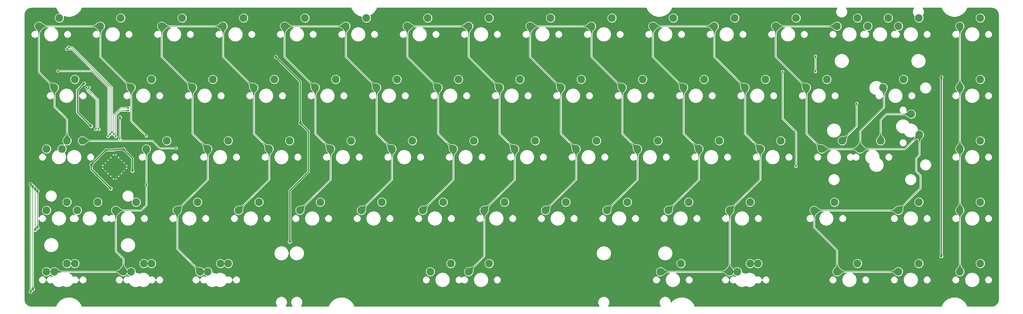
<source format=gbr>
%TF.GenerationSoftware,KiCad,Pcbnew,(5.1.11)-1*%
%TF.CreationDate,2022-09-25T18:14:12+07:00*%
%TF.ProjectId,Eclipse65,45636c69-7073-4653-9635-2e6b69636164,rev?*%
%TF.SameCoordinates,Original*%
%TF.FileFunction,Copper,L1,Top*%
%TF.FilePolarity,Positive*%
%FSLAX46Y46*%
G04 Gerber Fmt 4.6, Leading zero omitted, Abs format (unit mm)*
G04 Created by KiCad (PCBNEW (5.1.11)-1) date 2022-09-25 18:14:12*
%MOMM*%
%LPD*%
G01*
G04 APERTURE LIST*
%TA.AperFunction,ComponentPad*%
%ADD10C,2.400000*%
%TD*%
%TA.AperFunction,ComponentPad*%
%ADD11C,0.500000*%
%TD*%
%TA.AperFunction,SMDPad,CuDef*%
%ADD12C,0.100000*%
%TD*%
%TA.AperFunction,ViaPad*%
%ADD13C,0.600000*%
%TD*%
%TA.AperFunction,ViaPad*%
%ADD14C,0.800000*%
%TD*%
%TA.AperFunction,Conductor*%
%ADD15C,0.200000*%
%TD*%
%TA.AperFunction,Conductor*%
%ADD16C,0.400000*%
%TD*%
%TA.AperFunction,Conductor*%
%ADD17C,0.250000*%
%TD*%
%TA.AperFunction,Conductor*%
%ADD18C,0.100000*%
%TD*%
%TA.AperFunction,Conductor*%
%ADD19C,0.025400*%
%TD*%
G04 APERTURE END LIST*
D10*
%TO.P,MX62,1*%
%TO.N,C6*%
X274796250Y-92710000D03*
%TO.P,MX62,2*%
%TO.N,Net-(D62-Pad2)*%
X281146250Y-90170000D03*
%TD*%
%TO.P,MX16,2*%
%TO.N,Net-(D68-Pad2)*%
X254952500Y-109220000D03*
%TO.P,MX16,1*%
%TO.N,C5*%
X248602500Y-111760000D03*
%TD*%
%TO.P,MX69,1*%
%TO.N,C5*%
X250983750Y-111760000D03*
%TO.P,MX69,2*%
%TO.N,Net-(D68-Pad2)*%
X257333750Y-109220000D03*
%TD*%
%TO.P,MX71,2*%
%TO.N,Net-(D72-Pad2)*%
X307340000Y-109220000D03*
%TO.P,MX71,1*%
%TO.N,C6*%
X300990000Y-111760000D03*
%TD*%
%TO.P,MX86,2*%
%TO.N,Net-(D48-Pad2)*%
X326390000Y-109220000D03*
%TO.P,MX86,1*%
%TO.N,C7*%
X320040000Y-111760000D03*
%TD*%
%TO.P,MX85,2*%
%TO.N,Net-(D31-Pad2)*%
X326390000Y-33020000D03*
%TO.P,MX85,1*%
%TO.N,C7*%
X320040000Y-35560000D03*
%TD*%
%TO.P,MX90,2*%
%TO.N,Net-(D47-Pad2)*%
X326390000Y-90170000D03*
%TO.P,MX90,1*%
%TO.N,C7*%
X320040000Y-92710000D03*
%TD*%
%TO.P,MX89,2*%
%TO.N,Net-(D46-Pad2)*%
X326390000Y-71120000D03*
%TO.P,MX89,1*%
%TO.N,C7*%
X320040000Y-73660000D03*
%TD*%
%TO.P,MX88,2*%
%TO.N,Net-(D32-Pad2)*%
X326390000Y-52070000D03*
%TO.P,MX88,1*%
%TO.N,C7*%
X320040000Y-54610000D03*
%TD*%
%TO.P,MX84,2*%
%TO.N,C6*%
X307498750Y-69215000D03*
%TO.P,MX84,1*%
%TO.N,Net-(D45-Pad2)*%
X304958750Y-62865000D03*
%TD*%
%TO.P,MX83,1*%
%TO.N,C6*%
X277177500Y-73660000D03*
%TO.P,MX83,2*%
%TO.N,Net-(D30-Pad2)*%
X283527500Y-71120000D03*
%TD*%
%TO.P,MX45,2*%
%TO.N,Net-(D45-Pad2)*%
X295433750Y-71120000D03*
%TO.P,MX45,1*%
%TO.N,C6*%
X289083750Y-73660000D03*
%TD*%
%TO.P,MX82,1*%
%TO.N,C0*%
X62865000Y-111760000D03*
%TO.P,MX82,2*%
%TO.N,Net-(D66-Pad2)*%
X69215000Y-109220000D03*
%TD*%
%TO.P,MX81,1*%
%TO.N,C1*%
X86677500Y-111760000D03*
%TO.P,MX81,2*%
%TO.N,Net-(D67-Pad2)*%
X93027500Y-109220000D03*
%TD*%
%TO.P,MX80,1*%
%TO.N,C0*%
X39052500Y-111760000D03*
%TO.P,MX80,2*%
%TO.N,Net-(D65-Pad2)*%
X45402500Y-109220000D03*
%TD*%
%TO.P,MX79,2*%
%TO.N,Net-(D69-Pad2)*%
X173990000Y-109220000D03*
%TO.P,MX79,1*%
%TO.N,C3*%
X167640000Y-111760000D03*
%TD*%
%TO.P,MX64,1*%
%TO.N,C5*%
X227171250Y-111760000D03*
%TO.P,MX64,2*%
%TO.N,Net-(D16-Pad2)*%
X233521250Y-109220000D03*
%TD*%
%TO.P,MX40,1*%
%TO.N,C3*%
X181927500Y-73660000D03*
%TO.P,MX40,2*%
%TO.N,Net-(D40-Pad2)*%
X188277500Y-71120000D03*
%TD*%
%TO.P,MX34,1*%
%TO.N,C0*%
X67627500Y-73660000D03*
%TO.P,MX34,2*%
%TO.N,Net-(D34-Pad2)*%
X73977500Y-71120000D03*
%TD*%
%TO.P,MX46,2*%
%TO.N,Net-(D14-Pad2)*%
X297815000Y-33020000D03*
%TO.P,MX46,1*%
%TO.N,C6*%
X291465000Y-35560000D03*
%TD*%
D11*
%TO.P,U1,45*%
%TO.N,GND*%
X54511953Y-79231250D03*
X55333965Y-80053262D03*
X56155977Y-80875273D03*
X56977988Y-81697285D03*
X57800000Y-82519297D03*
X55333965Y-78409238D03*
X56155977Y-79231250D03*
X56977988Y-80053262D03*
X57800000Y-80875273D03*
X58622012Y-81697285D03*
X56155977Y-77587227D03*
X56977988Y-78409238D03*
X57800000Y-79231250D03*
X58622012Y-80053262D03*
X59444023Y-80875273D03*
X56977988Y-76765215D03*
X57800000Y-77587227D03*
X58622012Y-78409238D03*
X59444023Y-79231250D03*
X60266035Y-80053262D03*
X57800000Y-75943203D03*
X58622012Y-76765215D03*
X59444023Y-77587227D03*
X60266035Y-78409238D03*
X61088047Y-79231250D03*
%TA.AperFunction,SMDPad,CuDef*%
D12*
G36*
X54158400Y-79231250D02*
G01*
X57800000Y-75589650D01*
X61441600Y-79231250D01*
X57800000Y-82872850D01*
X54158400Y-79231250D01*
G37*
%TD.AperFunction*%
%TD*%
D10*
%TO.P,MX31,1*%
%TO.N,C0*%
X46196250Y-92710000D03*
%TO.P,MX31,2*%
%TO.N,Net-(D49-Pad2)*%
X52546250Y-90170000D03*
%TD*%
%TO.P,MX30,2*%
%TO.N,Net-(D30-Pad2)*%
X302577500Y-52070000D03*
%TO.P,MX30,1*%
%TO.N,C6*%
X296227500Y-54610000D03*
%TD*%
%TO.P,MX72,1*%
%TO.N,C6*%
X281940000Y-111760000D03*
%TO.P,MX72,2*%
%TO.N,Net-(D71-Pad2)*%
X288290000Y-109220000D03*
%TD*%
%TO.P,MX70,2*%
%TO.N,Net-(D69-Pad2)*%
X162083750Y-109220000D03*
%TO.P,MX70,1*%
%TO.N,C3*%
X155733750Y-111760000D03*
%TD*%
%TO.P,MX68,1*%
%TO.N,C1*%
X84296250Y-111760000D03*
%TO.P,MX68,2*%
%TO.N,Net-(D67-Pad2)*%
X90646250Y-109220000D03*
%TD*%
%TO.P,MX67,1*%
%TO.N,C0*%
X60483750Y-111760000D03*
%TO.P,MX67,2*%
%TO.N,Net-(D66-Pad2)*%
X66833750Y-109220000D03*
%TD*%
%TO.P,MX66,1*%
%TO.N,C0*%
X36671250Y-111760000D03*
%TO.P,MX66,2*%
%TO.N,Net-(D65-Pad2)*%
X43021250Y-109220000D03*
%TD*%
%TO.P,MX65,1*%
%TO.N,Net-(D33-Pad2)*%
X36671250Y-73660000D03*
%TO.P,MX65,2*%
%TO.N,C0*%
X43021250Y-71120000D03*
%TD*%
%TO.P,MX63,1*%
%TO.N,C6*%
X300990000Y-92710000D03*
%TO.P,MX63,2*%
%TO.N,Net-(D63-Pad2)*%
X307340000Y-90170000D03*
%TD*%
%TO.P,MX60,1*%
%TO.N,C5*%
X248602500Y-92710000D03*
%TO.P,MX60,2*%
%TO.N,Net-(D60-Pad2)*%
X254952500Y-90170000D03*
%TD*%
%TO.P,MX59,1*%
%TO.N,C5*%
X229552500Y-92710000D03*
%TO.P,MX59,2*%
%TO.N,Net-(D59-Pad2)*%
X235902500Y-90170000D03*
%TD*%
%TO.P,MX58,1*%
%TO.N,C4*%
X210502500Y-92710000D03*
%TO.P,MX58,2*%
%TO.N,Net-(D58-Pad2)*%
X216852500Y-90170000D03*
%TD*%
%TO.P,MX57,1*%
%TO.N,C4*%
X191452500Y-92710000D03*
%TO.P,MX57,2*%
%TO.N,Net-(D57-Pad2)*%
X197802500Y-90170000D03*
%TD*%
%TO.P,MX56,1*%
%TO.N,C3*%
X172402500Y-92710000D03*
%TO.P,MX56,2*%
%TO.N,Net-(D56-Pad2)*%
X178752500Y-90170000D03*
%TD*%
%TO.P,MX55,1*%
%TO.N,C3*%
X153352500Y-92710000D03*
%TO.P,MX55,2*%
%TO.N,Net-(D55-Pad2)*%
X159702500Y-90170000D03*
%TD*%
%TO.P,MX54,1*%
%TO.N,C2*%
X134302500Y-92710000D03*
%TO.P,MX54,2*%
%TO.N,Net-(D54-Pad2)*%
X140652500Y-90170000D03*
%TD*%
%TO.P,MX53,1*%
%TO.N,C2*%
X115252500Y-92710000D03*
%TO.P,MX53,2*%
%TO.N,Net-(D53-Pad2)*%
X121602500Y-90170000D03*
%TD*%
%TO.P,MX52,1*%
%TO.N,C1*%
X96202500Y-92710000D03*
%TO.P,MX52,2*%
%TO.N,Net-(D52-Pad2)*%
X102552500Y-90170000D03*
%TD*%
%TO.P,MX51,1*%
%TO.N,C1*%
X77152500Y-92710000D03*
%TO.P,MX51,2*%
%TO.N,Net-(D51-Pad2)*%
X83502500Y-90170000D03*
%TD*%
%TO.P,MX50,1*%
%TO.N,C0*%
X58102500Y-92710000D03*
%TO.P,MX50,2*%
%TO.N,Net-(D50-Pad2)*%
X64452500Y-90170000D03*
%TD*%
%TO.P,MX49,1*%
%TO.N,C0*%
X36671250Y-92710000D03*
%TO.P,MX49,2*%
%TO.N,Net-(D49-Pad2)*%
X43021250Y-90170000D03*
%TD*%
%TO.P,MX33,1*%
%TO.N,C0*%
X41433750Y-73660000D03*
%TO.P,MX33,2*%
%TO.N,Net-(D33-Pad2)*%
X47783750Y-71120000D03*
%TD*%
%TO.P,MX44,1*%
%TO.N,C5*%
X258127500Y-73660000D03*
%TO.P,MX44,2*%
%TO.N,Net-(D44-Pad2)*%
X264477500Y-71120000D03*
%TD*%
%TO.P,MX43,1*%
%TO.N,C5*%
X239077500Y-73660000D03*
%TO.P,MX43,2*%
%TO.N,Net-(D43-Pad2)*%
X245427500Y-71120000D03*
%TD*%
%TO.P,MX42,1*%
%TO.N,C4*%
X220027500Y-73660000D03*
%TO.P,MX42,2*%
%TO.N,Net-(D42-Pad2)*%
X226377500Y-71120000D03*
%TD*%
%TO.P,MX41,1*%
%TO.N,C4*%
X200977500Y-73660000D03*
%TO.P,MX41,2*%
%TO.N,Net-(D41-Pad2)*%
X207327500Y-71120000D03*
%TD*%
%TO.P,MX39,1*%
%TO.N,C3*%
X162877500Y-73660000D03*
%TO.P,MX39,2*%
%TO.N,Net-(D39-Pad2)*%
X169227500Y-71120000D03*
%TD*%
%TO.P,MX38,1*%
%TO.N,C2*%
X143827500Y-73660000D03*
%TO.P,MX38,2*%
%TO.N,Net-(D38-Pad2)*%
X150177500Y-71120000D03*
%TD*%
%TO.P,MX37,1*%
%TO.N,C2*%
X124777500Y-73660000D03*
%TO.P,MX37,2*%
%TO.N,Net-(D37-Pad2)*%
X131127500Y-71120000D03*
%TD*%
%TO.P,MX36,1*%
%TO.N,C1*%
X105727500Y-73660000D03*
%TO.P,MX36,2*%
%TO.N,Net-(D36-Pad2)*%
X112077500Y-71120000D03*
%TD*%
%TO.P,MX35,1*%
%TO.N,C1*%
X86677500Y-73660000D03*
%TO.P,MX35,2*%
%TO.N,Net-(D35-Pad2)*%
X93027500Y-71120000D03*
%TD*%
%TO.P,MX17,1*%
%TO.N,C0*%
X39052500Y-54610000D03*
%TO.P,MX17,2*%
%TO.N,Net-(D17-Pad2)*%
X45402500Y-52070000D03*
%TD*%
%TO.P,MX29,1*%
%TO.N,C6*%
X272415000Y-54610000D03*
%TO.P,MX29,2*%
%TO.N,Net-(D29-Pad2)*%
X278765000Y-52070000D03*
%TD*%
%TO.P,MX28,1*%
%TO.N,C5*%
X253365000Y-54610000D03*
%TO.P,MX28,2*%
%TO.N,Net-(D28-Pad2)*%
X259715000Y-52070000D03*
%TD*%
%TO.P,MX27,1*%
%TO.N,C5*%
X234315000Y-54610000D03*
%TO.P,MX27,2*%
%TO.N,Net-(D27-Pad2)*%
X240665000Y-52070000D03*
%TD*%
%TO.P,MX26,1*%
%TO.N,C4*%
X215265000Y-54610000D03*
%TO.P,MX26,2*%
%TO.N,Net-(D26-Pad2)*%
X221615000Y-52070000D03*
%TD*%
%TO.P,MX25,1*%
%TO.N,C4*%
X196215000Y-54610000D03*
%TO.P,MX25,2*%
%TO.N,Net-(D25-Pad2)*%
X202565000Y-52070000D03*
%TD*%
%TO.P,MX24,1*%
%TO.N,C3*%
X177165000Y-54610000D03*
%TO.P,MX24,2*%
%TO.N,Net-(D24-Pad2)*%
X183515000Y-52070000D03*
%TD*%
%TO.P,MX23,1*%
%TO.N,C3*%
X158115000Y-54610000D03*
%TO.P,MX23,2*%
%TO.N,Net-(D23-Pad2)*%
X164465000Y-52070000D03*
%TD*%
%TO.P,MX22,1*%
%TO.N,C2*%
X139065000Y-54610000D03*
%TO.P,MX22,2*%
%TO.N,Net-(D22-Pad2)*%
X145415000Y-52070000D03*
%TD*%
%TO.P,MX21,1*%
%TO.N,C2*%
X120015000Y-54610000D03*
%TO.P,MX21,2*%
%TO.N,Net-(D21-Pad2)*%
X126365000Y-52070000D03*
%TD*%
%TO.P,MX20,1*%
%TO.N,C1*%
X100965000Y-54610000D03*
%TO.P,MX20,2*%
%TO.N,Net-(D20-Pad2)*%
X107315000Y-52070000D03*
%TD*%
%TO.P,MX19,1*%
%TO.N,C1*%
X81915000Y-54610000D03*
%TO.P,MX19,2*%
%TO.N,Net-(D19-Pad2)*%
X88265000Y-52070000D03*
%TD*%
%TO.P,MX18,1*%
%TO.N,C0*%
X62865000Y-54610000D03*
%TO.P,MX18,2*%
%TO.N,Net-(D18-Pad2)*%
X69215000Y-52070000D03*
%TD*%
%TO.P,MX15,1*%
%TO.N,C6*%
X300990000Y-35560000D03*
%TO.P,MX15,2*%
%TO.N,Net-(D15-Pad2)*%
X307340000Y-33020000D03*
%TD*%
%TO.P,MX14,1*%
%TO.N,C6*%
X281940000Y-35560000D03*
%TO.P,MX14,2*%
%TO.N,Net-(D14-Pad2)*%
X288290000Y-33020000D03*
%TD*%
%TO.P,MX13,1*%
%TO.N,C6*%
X262890000Y-35560000D03*
%TO.P,MX13,2*%
%TO.N,Net-(D13-Pad2)*%
X269240000Y-33020000D03*
%TD*%
%TO.P,MX12,1*%
%TO.N,C5*%
X243840000Y-35560000D03*
%TO.P,MX12,2*%
%TO.N,Net-(D12-Pad2)*%
X250190000Y-33020000D03*
%TD*%
%TO.P,MX11,1*%
%TO.N,C5*%
X224790000Y-35560000D03*
%TO.P,MX11,2*%
%TO.N,Net-(D11-Pad2)*%
X231140000Y-33020000D03*
%TD*%
%TO.P,MX10,1*%
%TO.N,C4*%
X205740000Y-35560000D03*
%TO.P,MX10,2*%
%TO.N,Net-(D10-Pad2)*%
X212090000Y-33020000D03*
%TD*%
%TO.P,MX9,1*%
%TO.N,C4*%
X186690000Y-35560000D03*
%TO.P,MX9,2*%
%TO.N,Net-(D9-Pad2)*%
X193040000Y-33020000D03*
%TD*%
%TO.P,MX8,1*%
%TO.N,C3*%
X167640000Y-35560000D03*
%TO.P,MX8,2*%
%TO.N,Net-(D8-Pad2)*%
X173990000Y-33020000D03*
%TD*%
%TO.P,MX7,1*%
%TO.N,C3*%
X148590000Y-35560000D03*
%TO.P,MX7,2*%
%TO.N,Net-(D7-Pad2)*%
X154940000Y-33020000D03*
%TD*%
%TO.P,MX6,1*%
%TO.N,C2*%
X129540000Y-35560000D03*
%TO.P,MX6,2*%
%TO.N,Net-(D6-Pad2)*%
X135890000Y-33020000D03*
%TD*%
%TO.P,MX5,1*%
%TO.N,C2*%
X110490000Y-35560000D03*
%TO.P,MX5,2*%
%TO.N,Net-(D5-Pad2)*%
X116840000Y-33020000D03*
%TD*%
%TO.P,MX4,1*%
%TO.N,C1*%
X91440000Y-35560000D03*
%TO.P,MX4,2*%
%TO.N,Net-(D4-Pad2)*%
X97790000Y-33020000D03*
%TD*%
%TO.P,MX3,1*%
%TO.N,C1*%
X72390000Y-35560000D03*
%TO.P,MX3,2*%
%TO.N,Net-(D3-Pad2)*%
X78740000Y-33020000D03*
%TD*%
%TO.P,MX2,1*%
%TO.N,C0*%
X53340000Y-35560000D03*
%TO.P,MX2,2*%
%TO.N,Net-(D2-Pad2)*%
X59690000Y-33020000D03*
%TD*%
%TO.P,MX1,1*%
%TO.N,C0*%
X34290000Y-35560000D03*
%TO.P,MX1,2*%
%TO.N,Net-(D1-Pad2)*%
X40640000Y-33020000D03*
%TD*%
D13*
%TO.N,Net-(D30-Pad2)*%
X288031250Y-59531250D03*
%TO.N,Net-(D33-Pad2)*%
X76903125Y-73431250D03*
%TO.N,D+*%
X52918750Y-67584375D03*
X49868750Y-54584375D03*
%TO.N,D-*%
X49018750Y-54584375D03*
X51868750Y-67584375D03*
D14*
%TO.N,GND*%
X315187500Y-48034375D03*
X269503125Y-47968750D03*
X293190625Y-101984375D03*
X264615625Y-101984375D03*
X240803125Y-101984375D03*
X216990625Y-101984375D03*
X181271875Y-101984375D03*
X150315625Y-101984375D03*
X121740625Y-101984375D03*
X50303125Y-101984375D03*
X79012500Y-48034375D03*
X291375000Y-48034375D03*
X236606250Y-48034375D03*
X204459375Y-48034375D03*
X173503125Y-48034375D03*
X109209375Y-48034375D03*
X49750000Y-79981250D03*
X59050000Y-85981250D03*
X56300000Y-87481250D03*
X63300000Y-72231250D03*
X60550000Y-72231250D03*
X64800000Y-80481250D03*
X54237500Y-56490625D03*
X143306250Y-48034375D03*
X83640625Y-101984375D03*
X43625000Y-46584375D03*
X323293750Y-101984375D03*
X124540670Y-69365670D03*
X123109330Y-69365670D03*
%TO.N,+5V*%
X56550000Y-85981250D03*
X50550000Y-78481250D03*
D13*
X52050000Y-81481250D03*
X55050000Y-73981250D03*
D14*
X63300000Y-80481250D03*
X60550000Y-73761582D03*
X112150000Y-102484369D03*
X107784375Y-45112500D03*
X48243750Y-53384375D03*
X50443750Y-66584375D03*
X115393660Y-65650000D03*
D13*
%TO.N,Net-(R4-Pad2)*%
X59425000Y-70520000D03*
D14*
X59425000Y-63850000D03*
D13*
%TO.N,Net-(R5-Pad1)*%
X55750000Y-69831250D03*
X40125000Y-49450000D03*
%TO.N,C0*%
X67627500Y-69653750D03*
X67627500Y-84781320D03*
%TO.N,R0*%
X56350000Y-69231250D03*
X42883375Y-42684375D03*
%TO.N,R1*%
X56950000Y-68631250D03*
X43452860Y-42084375D03*
%TO.N,R5*%
X275225000Y-44900000D03*
X269175000Y-79100000D03*
X275225000Y-49650000D03*
X265050000Y-49650000D03*
%TO.N,R3*%
X57550000Y-69231250D03*
X62046743Y-60923213D03*
%TO.N,R2*%
X58150000Y-69831250D03*
X62009375Y-61734375D03*
D14*
%TO.N,R6*%
X33136642Y-85977267D03*
X33136642Y-98791483D03*
%TO.N,R7*%
X33843750Y-86684375D03*
X33843750Y-98084375D03*
%TO.N,R9*%
X32429534Y-85270159D03*
X32429534Y-117198591D03*
%TO.N,R8*%
X31722426Y-84563051D03*
X31722426Y-117963051D03*
%TO.N,Net-(RGB19-Pad2)*%
X314293750Y-106984375D03*
X314293750Y-51384375D03*
%TD*%
D15*
%TO.N,Net-(D30-Pad2)*%
X288031250Y-66616250D02*
X283527500Y-71120000D01*
X288031250Y-59531250D02*
X288031250Y-66616250D01*
%TO.N,Net-(D33-Pad2)*%
X69488750Y-71120000D02*
X47783750Y-71120000D01*
X71800000Y-73431250D02*
X69488750Y-71120000D01*
X76903125Y-73431250D02*
X71800000Y-73431250D01*
%TO.N,Net-(D45-Pad2)*%
X295433750Y-71120000D02*
X295433750Y-64666250D01*
X297235000Y-62865000D02*
X304958750Y-62865000D01*
X295433750Y-64666250D02*
X297235000Y-62865000D01*
%TO.N,D+*%
X49668750Y-54784375D02*
X49868750Y-54584375D01*
X52918750Y-67584375D02*
X52618750Y-67284375D01*
X52618750Y-58241175D02*
X49668750Y-55291175D01*
X49668750Y-55291175D02*
X49668750Y-54784375D01*
X52618750Y-67284375D02*
X52618750Y-58241175D01*
%TO.N,D-*%
X52168750Y-67284375D02*
X52168750Y-58427575D01*
X49218750Y-54784375D02*
X49018750Y-54584375D01*
X49218750Y-55477575D02*
X49218750Y-54784375D01*
X52168750Y-58427575D02*
X49218750Y-55477575D01*
X51868750Y-67584375D02*
X52168750Y-67284375D01*
D16*
%TO.N,+5V*%
X50550000Y-79981250D02*
X50550000Y-78481250D01*
X52050000Y-81481250D02*
X50550000Y-79981250D01*
X56550000Y-85981250D02*
X52050000Y-81481250D01*
X50550000Y-78481250D02*
X55050000Y-73981250D01*
X63300000Y-80481250D02*
X63300000Y-76511582D01*
X55050000Y-73981250D02*
X57800000Y-73981250D01*
X63300000Y-76511582D02*
X60550000Y-73761582D01*
X57800000Y-73981250D02*
X58019668Y-73761582D01*
X58019668Y-73761582D02*
X60550000Y-73761582D01*
X46243750Y-62384375D02*
X50443750Y-66584375D01*
X46243750Y-55384375D02*
X46243750Y-62384375D01*
X48243750Y-53384375D02*
X46243750Y-55384375D01*
X112150000Y-86550000D02*
X112150000Y-102484369D01*
X117925000Y-80775000D02*
X112150000Y-86550000D01*
X117925000Y-68181340D02*
X117925000Y-80775000D01*
X115393660Y-65650000D02*
X117925000Y-68181340D01*
X115393660Y-52721784D02*
X115393660Y-65650000D01*
X107784375Y-45112500D02*
X115393660Y-52721784D01*
D15*
%TO.N,Net-(R4-Pad2)*%
X59425000Y-70520000D02*
X59425000Y-64399990D01*
X59425000Y-64399990D02*
X59425000Y-63850000D01*
X59425000Y-63850000D02*
X59425000Y-63850000D01*
%TO.N,Net-(R5-Pad1)*%
X55750000Y-54456250D02*
X55750000Y-69831250D01*
X50743750Y-49450000D02*
X55750000Y-54456250D01*
X40125000Y-49450000D02*
X50743750Y-49450000D01*
%TO.N,C0*%
X34290000Y-49847500D02*
X39052500Y-54610000D01*
X34290000Y-35560000D02*
X34290000Y-49847500D01*
X62865000Y-64891250D02*
X67627500Y-69653750D01*
X62865000Y-54610000D02*
X62865000Y-64891250D01*
X34290000Y-35560000D02*
X53340000Y-35560000D01*
X60483750Y-107733750D02*
X60483750Y-111760000D01*
X58102500Y-105352500D02*
X60483750Y-107733750D01*
X58102500Y-92710000D02*
X58102500Y-105352500D01*
X53340000Y-45085000D02*
X62865000Y-54610000D01*
X53340000Y-35560000D02*
X53340000Y-45085000D01*
X66071250Y-92710000D02*
X58102500Y-92710000D01*
X67627500Y-91153750D02*
X66071250Y-92710000D01*
X67627500Y-84781320D02*
X67627500Y-91153750D01*
X67627500Y-73660000D02*
X67627500Y-84781320D01*
X39052500Y-54610000D02*
X39052500Y-60527500D01*
X43021250Y-64496250D02*
X43021250Y-71120000D01*
X39052500Y-60527500D02*
X43021250Y-64496250D01*
X39052500Y-111760000D02*
X60483750Y-111760000D01*
%TO.N,C1*%
X72390000Y-35560000D02*
X91440000Y-35560000D01*
X91440000Y-45085000D02*
X100965000Y-54610000D01*
X91440000Y-35560000D02*
X91440000Y-45085000D01*
X100965000Y-68897500D02*
X105727500Y-73660000D01*
X100965000Y-54610000D02*
X100965000Y-68897500D01*
X81915000Y-68897500D02*
X86677500Y-73660000D01*
X81915000Y-54610000D02*
X81915000Y-68897500D01*
X72390000Y-45085000D02*
X81915000Y-54610000D01*
X72390000Y-35560000D02*
X72390000Y-45085000D01*
X105727500Y-83185000D02*
X96202500Y-92710000D01*
X105727500Y-73660000D02*
X105727500Y-83185000D01*
X86677500Y-83185000D02*
X77152500Y-92710000D01*
X86677500Y-73660000D02*
X86677500Y-83185000D01*
X77152500Y-104616250D02*
X84296250Y-111760000D01*
X77152500Y-92710000D02*
X77152500Y-104616250D01*
%TO.N,C2*%
X110490000Y-35560000D02*
X129540000Y-35560000D01*
X139065000Y-68897500D02*
X143827500Y-73660000D01*
X139065000Y-54610000D02*
X139065000Y-68897500D01*
X110490000Y-45085000D02*
X120015000Y-54610000D01*
X110490000Y-35560000D02*
X110490000Y-45085000D01*
X129540000Y-45085000D02*
X139065000Y-54610000D01*
X129540000Y-35560000D02*
X129540000Y-45085000D01*
X120015000Y-68897500D02*
X124777500Y-73660000D01*
X120015000Y-54610000D02*
X120015000Y-68897500D01*
X124777500Y-83185000D02*
X115252500Y-92710000D01*
X124777500Y-73660000D02*
X124777500Y-83185000D01*
X143827500Y-83185000D02*
X134302500Y-92710000D01*
X143827500Y-73660000D02*
X143827500Y-83185000D01*
%TO.N,C3*%
X148590000Y-35560000D02*
X167640000Y-35560000D01*
X177165000Y-68897500D02*
X181927500Y-73660000D01*
X177165000Y-54610000D02*
X177165000Y-68897500D01*
X167640000Y-45085000D02*
X177165000Y-54610000D01*
X167640000Y-35560000D02*
X167640000Y-45085000D01*
X148590000Y-45085000D02*
X158115000Y-54610000D01*
X148590000Y-35560000D02*
X148590000Y-45085000D01*
X158115000Y-68897500D02*
X162877500Y-73660000D01*
X158115000Y-54610000D02*
X158115000Y-68897500D01*
X162877500Y-83185000D02*
X153352500Y-92710000D01*
X162877500Y-73660000D02*
X162877500Y-83185000D01*
X181927500Y-83185000D02*
X172402500Y-92710000D01*
X181927500Y-73660000D02*
X181927500Y-83185000D01*
X172402500Y-106997500D02*
X167640000Y-111760000D01*
X172402500Y-92710000D02*
X172402500Y-106997500D01*
%TO.N,C4*%
X186690000Y-35560000D02*
X205740000Y-35560000D01*
X215265000Y-68897500D02*
X220027500Y-73660000D01*
X215265000Y-54610000D02*
X215265000Y-68897500D01*
X205740000Y-45085000D02*
X215265000Y-54610000D01*
X205740000Y-35560000D02*
X205740000Y-45085000D01*
X186690000Y-45085000D02*
X196215000Y-54610000D01*
X186690000Y-35560000D02*
X186690000Y-45085000D01*
X200977500Y-83185000D02*
X191452500Y-92710000D01*
X200977500Y-73660000D02*
X200977500Y-83185000D01*
X220027500Y-83185000D02*
X210502500Y-92710000D01*
X220027500Y-73660000D02*
X220027500Y-83185000D01*
X196215000Y-68897500D02*
X200977500Y-73660000D01*
X196215000Y-54610000D02*
X196215000Y-68897500D01*
%TO.N,C5*%
X224790000Y-35560000D02*
X243840000Y-35560000D01*
X253365000Y-68897500D02*
X258127500Y-73660000D01*
X253365000Y-54610000D02*
X253365000Y-68897500D01*
X243840000Y-45085000D02*
X253365000Y-54610000D01*
X243840000Y-35560000D02*
X243840000Y-45085000D01*
X239077500Y-83185000D02*
X229552500Y-92710000D01*
X239077500Y-73660000D02*
X239077500Y-83185000D01*
X234315000Y-68897500D02*
X239077500Y-73660000D01*
X234315000Y-54610000D02*
X234315000Y-68897500D01*
X224790000Y-45085000D02*
X234315000Y-54610000D01*
X224790000Y-35560000D02*
X224790000Y-45085000D01*
X227171250Y-111760000D02*
X248602500Y-111760000D01*
X248602500Y-92710000D02*
X248602500Y-111760000D01*
X258127500Y-83185000D02*
X248602500Y-92710000D01*
X258127500Y-73660000D02*
X258127500Y-83185000D01*
%TO.N,C6*%
X262890000Y-35560000D02*
X281940000Y-35560000D01*
X277177500Y-73660000D02*
X289083750Y-73660000D01*
X303053750Y-73660000D02*
X307498750Y-69215000D01*
X289083750Y-73660000D02*
X303053750Y-73660000D01*
X272415000Y-68897500D02*
X277177500Y-73660000D01*
X272415000Y-54610000D02*
X272415000Y-68897500D01*
X262890000Y-45085000D02*
X272415000Y-54610000D01*
X262890000Y-35560000D02*
X262890000Y-45085000D01*
X307498750Y-69215000D02*
X307498750Y-75526250D01*
X307498750Y-75526250D02*
X306500000Y-76525000D01*
X306500000Y-76525000D02*
X306500000Y-80650000D01*
X306500000Y-80650000D02*
X307850000Y-82000000D01*
X307850000Y-85850000D02*
X300990000Y-92710000D01*
X307850000Y-82000000D02*
X307850000Y-85850000D01*
X289083750Y-73660000D02*
X289083750Y-68144375D01*
X296457651Y-60770474D02*
X296457651Y-54610000D01*
X289083750Y-68144375D02*
X296457651Y-60770474D01*
X281940000Y-111760000D02*
X300990000Y-111760000D01*
X274796250Y-92710000D02*
X274796250Y-97996250D01*
X281940000Y-105140000D02*
X281940000Y-111760000D01*
X274796250Y-97996250D02*
X281940000Y-105140000D01*
X274796250Y-92710000D02*
X300990000Y-92710000D01*
%TO.N,R0*%
X44543824Y-42684375D02*
X42883375Y-42684375D01*
X56350000Y-54490551D02*
X44543824Y-42684375D01*
X56350000Y-69231250D02*
X56350000Y-54490551D01*
%TO.N,R1*%
X43452860Y-42084375D02*
X44509522Y-42084375D01*
X56950000Y-54524853D02*
X56950000Y-68631250D01*
X44509522Y-42084375D02*
X56950000Y-54524853D01*
%TO.N,R5*%
X275225000Y-44900000D02*
X275225000Y-49650000D01*
X269175000Y-68350000D02*
X269175000Y-79100000D01*
X265050000Y-64225000D02*
X269175000Y-68350000D01*
X265050000Y-49650000D02*
X265050000Y-64225000D01*
%TO.N,R3*%
X57550000Y-69231250D02*
X57550000Y-63115552D01*
X59742339Y-60923213D02*
X62046743Y-60923213D01*
X57550000Y-63115552D02*
X59742339Y-60923213D01*
%TO.N,R2*%
X58150000Y-69831250D02*
X58150000Y-63081250D01*
X59496875Y-61734375D02*
X58150000Y-63081250D01*
X62009375Y-61734375D02*
X59496875Y-61734375D01*
%TO.N,R6*%
X33136642Y-85977267D02*
X33136642Y-98791483D01*
%TO.N,R7*%
X33843750Y-86684375D02*
X33843750Y-98084375D01*
%TO.N,R9*%
X32429534Y-85270159D02*
X32429534Y-117198591D01*
%TO.N,R8*%
X31722426Y-84563051D02*
X31722426Y-117963051D01*
%TO.N,C7*%
X320040000Y-35560000D02*
X320040000Y-54610000D01*
X320040000Y-54610000D02*
X320040000Y-73660000D01*
X320040000Y-73660000D02*
X320040000Y-92710000D01*
X320040000Y-92710000D02*
X320040000Y-111760000D01*
D16*
%TO.N,Net-(RGB19-Pad2)*%
X314293750Y-106984375D02*
X314293750Y-51384375D01*
%TD*%
D17*
%TO.N,GND*%
X39610920Y-30112928D02*
X39640949Y-30181346D01*
X39670064Y-30250280D01*
X39675631Y-30260365D01*
X40009890Y-30856075D01*
X40052660Y-30917390D01*
X40094586Y-30979322D01*
X40102006Y-30988133D01*
X40534869Y-31495000D01*
X40489801Y-31495000D01*
X40195174Y-31553605D01*
X39917642Y-31668562D01*
X39667869Y-31835455D01*
X39455455Y-32047869D01*
X39288562Y-32297642D01*
X39173605Y-32575174D01*
X39115000Y-32869801D01*
X39115000Y-33170199D01*
X39173605Y-33464826D01*
X39288562Y-33742358D01*
X39455455Y-33992131D01*
X39667869Y-34204545D01*
X39917642Y-34371438D01*
X40195174Y-34486395D01*
X40489801Y-34545000D01*
X40790199Y-34545000D01*
X41084826Y-34486395D01*
X41362358Y-34371438D01*
X41612131Y-34204545D01*
X41824545Y-33992131D01*
X41991438Y-33742358D01*
X42106395Y-33464826D01*
X42165000Y-33170199D01*
X42165000Y-32869801D01*
X58165000Y-32869801D01*
X58165000Y-33170199D01*
X58223605Y-33464826D01*
X58338562Y-33742358D01*
X58505455Y-33992131D01*
X58717869Y-34204545D01*
X58967642Y-34371438D01*
X59245174Y-34486395D01*
X59539801Y-34545000D01*
X59840199Y-34545000D01*
X60134826Y-34486395D01*
X60412358Y-34371438D01*
X60662131Y-34204545D01*
X60874545Y-33992131D01*
X61041438Y-33742358D01*
X61156395Y-33464826D01*
X61215000Y-33170199D01*
X61215000Y-32869801D01*
X77215000Y-32869801D01*
X77215000Y-33170199D01*
X77273605Y-33464826D01*
X77388562Y-33742358D01*
X77555455Y-33992131D01*
X77767869Y-34204545D01*
X78017642Y-34371438D01*
X78295174Y-34486395D01*
X78589801Y-34545000D01*
X78890199Y-34545000D01*
X79184826Y-34486395D01*
X79462358Y-34371438D01*
X79712131Y-34204545D01*
X79924545Y-33992131D01*
X80091438Y-33742358D01*
X80206395Y-33464826D01*
X80265000Y-33170199D01*
X80265000Y-32869801D01*
X96265000Y-32869801D01*
X96265000Y-33170199D01*
X96323605Y-33464826D01*
X96438562Y-33742358D01*
X96605455Y-33992131D01*
X96817869Y-34204545D01*
X97067642Y-34371438D01*
X97345174Y-34486395D01*
X97639801Y-34545000D01*
X97940199Y-34545000D01*
X98234826Y-34486395D01*
X98512358Y-34371438D01*
X98762131Y-34204545D01*
X98974545Y-33992131D01*
X99141438Y-33742358D01*
X99256395Y-33464826D01*
X99315000Y-33170199D01*
X99315000Y-32869801D01*
X115315000Y-32869801D01*
X115315000Y-33170199D01*
X115373605Y-33464826D01*
X115488562Y-33742358D01*
X115655455Y-33992131D01*
X115867869Y-34204545D01*
X116117642Y-34371438D01*
X116395174Y-34486395D01*
X116689801Y-34545000D01*
X116990199Y-34545000D01*
X117284826Y-34486395D01*
X117562358Y-34371438D01*
X117812131Y-34204545D01*
X118024545Y-33992131D01*
X118191438Y-33742358D01*
X118306395Y-33464826D01*
X118365000Y-33170199D01*
X118365000Y-32869801D01*
X118306395Y-32575174D01*
X118191438Y-32297642D01*
X118024545Y-32047869D01*
X117812131Y-31835455D01*
X117562358Y-31668562D01*
X117284826Y-31553605D01*
X116990199Y-31495000D01*
X116689801Y-31495000D01*
X116395174Y-31553605D01*
X116117642Y-31668562D01*
X115867869Y-31835455D01*
X115655455Y-32047869D01*
X115488562Y-32297642D01*
X115373605Y-32575174D01*
X115315000Y-32869801D01*
X99315000Y-32869801D01*
X99256395Y-32575174D01*
X99141438Y-32297642D01*
X98974545Y-32047869D01*
X98762131Y-31835455D01*
X98512358Y-31668562D01*
X98234826Y-31553605D01*
X97940199Y-31495000D01*
X97639801Y-31495000D01*
X97345174Y-31553605D01*
X97067642Y-31668562D01*
X96817869Y-31835455D01*
X96605455Y-32047869D01*
X96438562Y-32297642D01*
X96323605Y-32575174D01*
X96265000Y-32869801D01*
X80265000Y-32869801D01*
X80206395Y-32575174D01*
X80091438Y-32297642D01*
X79924545Y-32047869D01*
X79712131Y-31835455D01*
X79462358Y-31668562D01*
X79184826Y-31553605D01*
X78890199Y-31495000D01*
X78589801Y-31495000D01*
X78295174Y-31553605D01*
X78017642Y-31668562D01*
X77767869Y-31835455D01*
X77555455Y-32047869D01*
X77388562Y-32297642D01*
X77273605Y-32575174D01*
X77215000Y-32869801D01*
X61215000Y-32869801D01*
X61156395Y-32575174D01*
X61041438Y-32297642D01*
X60874545Y-32047869D01*
X60662131Y-31835455D01*
X60412358Y-31668562D01*
X60134826Y-31553605D01*
X59840199Y-31495000D01*
X59539801Y-31495000D01*
X59245174Y-31553605D01*
X58967642Y-31668562D01*
X58717869Y-31835455D01*
X58505455Y-32047869D01*
X58338562Y-32297642D01*
X58223605Y-32575174D01*
X58165000Y-32869801D01*
X42165000Y-32869801D01*
X42106395Y-32575174D01*
X42072590Y-32493560D01*
X42079973Y-32496589D01*
X42091029Y-32499823D01*
X42747966Y-32686991D01*
X42821529Y-32700363D01*
X42894908Y-32714763D01*
X42906381Y-32715788D01*
X43587163Y-32771792D01*
X43661927Y-32770621D01*
X43736701Y-32770494D01*
X43748155Y-32769270D01*
X44426848Y-32691976D01*
X44499935Y-32676311D01*
X44573286Y-32661658D01*
X44584285Y-32658233D01*
X45235039Y-32450585D01*
X45303664Y-32421034D01*
X45372800Y-32392401D01*
X45382924Y-32386904D01*
X45980952Y-32056812D01*
X46042580Y-32014461D01*
X46104786Y-31972979D01*
X46113644Y-31965625D01*
X46113650Y-31965621D01*
X46113655Y-31965616D01*
X46636174Y-31525658D01*
X46688367Y-31472179D01*
X46741369Y-31419367D01*
X46748634Y-31410428D01*
X47175750Y-30877352D01*
X47216582Y-30814722D01*
X47258294Y-30752655D01*
X47263680Y-30742482D01*
X47263685Y-30742474D01*
X47263688Y-30742466D01*
X47579125Y-30136591D01*
X47607007Y-30067243D01*
X47635878Y-29998234D01*
X47639188Y-29987201D01*
X47657382Y-29924995D01*
X131132838Y-29924995D01*
X131194254Y-30112928D01*
X131224289Y-30181357D01*
X131253398Y-30250278D01*
X131258965Y-30260362D01*
X131593223Y-30856072D01*
X131635993Y-30917387D01*
X131677919Y-30979319D01*
X131685339Y-30988130D01*
X132128939Y-31507570D01*
X132182806Y-31559412D01*
X132235961Y-31612019D01*
X132244951Y-31619222D01*
X132780996Y-32042607D01*
X132843906Y-32082998D01*
X132906268Y-32124279D01*
X132916485Y-32129599D01*
X133524557Y-32440801D01*
X133594087Y-32468193D01*
X133663306Y-32496586D01*
X133674362Y-32499820D01*
X134331299Y-32686988D01*
X134398919Y-32699280D01*
X134365000Y-32869801D01*
X134365000Y-33170199D01*
X134423605Y-33464826D01*
X134538562Y-33742358D01*
X134705455Y-33992131D01*
X134917869Y-34204545D01*
X135167642Y-34371438D01*
X135445174Y-34486395D01*
X135739801Y-34545000D01*
X136040199Y-34545000D01*
X136334826Y-34486395D01*
X136612358Y-34371438D01*
X136862131Y-34204545D01*
X137074545Y-33992131D01*
X137241438Y-33742358D01*
X137356395Y-33464826D01*
X137415000Y-33170199D01*
X137415000Y-32869801D01*
X153415000Y-32869801D01*
X153415000Y-33170199D01*
X153473605Y-33464826D01*
X153588562Y-33742358D01*
X153755455Y-33992131D01*
X153967869Y-34204545D01*
X154217642Y-34371438D01*
X154495174Y-34486395D01*
X154789801Y-34545000D01*
X155090199Y-34545000D01*
X155384826Y-34486395D01*
X155662358Y-34371438D01*
X155912131Y-34204545D01*
X156124545Y-33992131D01*
X156291438Y-33742358D01*
X156406395Y-33464826D01*
X156465000Y-33170199D01*
X156465000Y-32869801D01*
X172465000Y-32869801D01*
X172465000Y-33170199D01*
X172523605Y-33464826D01*
X172638562Y-33742358D01*
X172805455Y-33992131D01*
X173017869Y-34204545D01*
X173267642Y-34371438D01*
X173545174Y-34486395D01*
X173839801Y-34545000D01*
X174140199Y-34545000D01*
X174434826Y-34486395D01*
X174712358Y-34371438D01*
X174962131Y-34204545D01*
X175174545Y-33992131D01*
X175341438Y-33742358D01*
X175456395Y-33464826D01*
X175515000Y-33170199D01*
X175515000Y-32869801D01*
X191515000Y-32869801D01*
X191515000Y-33170199D01*
X191573605Y-33464826D01*
X191688562Y-33742358D01*
X191855455Y-33992131D01*
X192067869Y-34204545D01*
X192317642Y-34371438D01*
X192595174Y-34486395D01*
X192889801Y-34545000D01*
X193190199Y-34545000D01*
X193484826Y-34486395D01*
X193762358Y-34371438D01*
X194012131Y-34204545D01*
X194224545Y-33992131D01*
X194391438Y-33742358D01*
X194506395Y-33464826D01*
X194565000Y-33170199D01*
X194565000Y-32869801D01*
X210565000Y-32869801D01*
X210565000Y-33170199D01*
X210623605Y-33464826D01*
X210738562Y-33742358D01*
X210905455Y-33992131D01*
X211117869Y-34204545D01*
X211367642Y-34371438D01*
X211645174Y-34486395D01*
X211939801Y-34545000D01*
X212240199Y-34545000D01*
X212534826Y-34486395D01*
X212812358Y-34371438D01*
X213062131Y-34204545D01*
X213274545Y-33992131D01*
X213441438Y-33742358D01*
X213556395Y-33464826D01*
X213615000Y-33170199D01*
X213615000Y-32869801D01*
X229615000Y-32869801D01*
X229615000Y-33170199D01*
X229673605Y-33464826D01*
X229788562Y-33742358D01*
X229955455Y-33992131D01*
X230167869Y-34204545D01*
X230417642Y-34371438D01*
X230695174Y-34486395D01*
X230989801Y-34545000D01*
X231290199Y-34545000D01*
X231584826Y-34486395D01*
X231862358Y-34371438D01*
X232112131Y-34204545D01*
X232324545Y-33992131D01*
X232491438Y-33742358D01*
X232606395Y-33464826D01*
X232665000Y-33170199D01*
X232665000Y-32869801D01*
X248665000Y-32869801D01*
X248665000Y-33170199D01*
X248723605Y-33464826D01*
X248838562Y-33742358D01*
X249005455Y-33992131D01*
X249217869Y-34204545D01*
X249467642Y-34371438D01*
X249745174Y-34486395D01*
X250039801Y-34545000D01*
X250340199Y-34545000D01*
X250634826Y-34486395D01*
X250912358Y-34371438D01*
X251162131Y-34204545D01*
X251374545Y-33992131D01*
X251541438Y-33742358D01*
X251656395Y-33464826D01*
X251715000Y-33170199D01*
X251715000Y-32869801D01*
X267715000Y-32869801D01*
X267715000Y-33170199D01*
X267773605Y-33464826D01*
X267888562Y-33742358D01*
X268055455Y-33992131D01*
X268267869Y-34204545D01*
X268517642Y-34371438D01*
X268795174Y-34486395D01*
X269089801Y-34545000D01*
X269390199Y-34545000D01*
X269684826Y-34486395D01*
X269962358Y-34371438D01*
X270212131Y-34204545D01*
X270424545Y-33992131D01*
X270591438Y-33742358D01*
X270706395Y-33464826D01*
X270765000Y-33170199D01*
X270765000Y-32869801D01*
X270706395Y-32575174D01*
X270591438Y-32297642D01*
X270424545Y-32047869D01*
X270212131Y-31835455D01*
X269962358Y-31668562D01*
X269684826Y-31553605D01*
X269390199Y-31495000D01*
X269089801Y-31495000D01*
X268795174Y-31553605D01*
X268517642Y-31668562D01*
X268267869Y-31835455D01*
X268055455Y-32047869D01*
X267888562Y-32297642D01*
X267773605Y-32575174D01*
X267715000Y-32869801D01*
X251715000Y-32869801D01*
X251656395Y-32575174D01*
X251541438Y-32297642D01*
X251374545Y-32047869D01*
X251162131Y-31835455D01*
X250912358Y-31668562D01*
X250634826Y-31553605D01*
X250340199Y-31495000D01*
X250039801Y-31495000D01*
X249745174Y-31553605D01*
X249467642Y-31668562D01*
X249217869Y-31835455D01*
X249005455Y-32047869D01*
X248838562Y-32297642D01*
X248723605Y-32575174D01*
X248665000Y-32869801D01*
X232665000Y-32869801D01*
X232606395Y-32575174D01*
X232491438Y-32297642D01*
X232324545Y-32047869D01*
X232112131Y-31835455D01*
X231862358Y-31668562D01*
X231584826Y-31553605D01*
X231290199Y-31495000D01*
X230989801Y-31495000D01*
X230695174Y-31553605D01*
X230417642Y-31668562D01*
X230167869Y-31835455D01*
X229955455Y-32047869D01*
X229788562Y-32297642D01*
X229673605Y-32575174D01*
X229615000Y-32869801D01*
X213615000Y-32869801D01*
X213556395Y-32575174D01*
X213441438Y-32297642D01*
X213274545Y-32047869D01*
X213062131Y-31835455D01*
X212812358Y-31668562D01*
X212534826Y-31553605D01*
X212240199Y-31495000D01*
X211939801Y-31495000D01*
X211645174Y-31553605D01*
X211367642Y-31668562D01*
X211117869Y-31835455D01*
X210905455Y-32047869D01*
X210738562Y-32297642D01*
X210623605Y-32575174D01*
X210565000Y-32869801D01*
X194565000Y-32869801D01*
X194506395Y-32575174D01*
X194391438Y-32297642D01*
X194224545Y-32047869D01*
X194012131Y-31835455D01*
X193762358Y-31668562D01*
X193484826Y-31553605D01*
X193190199Y-31495000D01*
X192889801Y-31495000D01*
X192595174Y-31553605D01*
X192317642Y-31668562D01*
X192067869Y-31835455D01*
X191855455Y-32047869D01*
X191688562Y-32297642D01*
X191573605Y-32575174D01*
X191515000Y-32869801D01*
X175515000Y-32869801D01*
X175456395Y-32575174D01*
X175341438Y-32297642D01*
X175174545Y-32047869D01*
X174962131Y-31835455D01*
X174712358Y-31668562D01*
X174434826Y-31553605D01*
X174140199Y-31495000D01*
X173839801Y-31495000D01*
X173545174Y-31553605D01*
X173267642Y-31668562D01*
X173017869Y-31835455D01*
X172805455Y-32047869D01*
X172638562Y-32297642D01*
X172523605Y-32575174D01*
X172465000Y-32869801D01*
X156465000Y-32869801D01*
X156406395Y-32575174D01*
X156291438Y-32297642D01*
X156124545Y-32047869D01*
X155912131Y-31835455D01*
X155662358Y-31668562D01*
X155384826Y-31553605D01*
X155090199Y-31495000D01*
X154789801Y-31495000D01*
X154495174Y-31553605D01*
X154217642Y-31668562D01*
X153967869Y-31835455D01*
X153755455Y-32047869D01*
X153588562Y-32297642D01*
X153473605Y-32575174D01*
X153415000Y-32869801D01*
X137415000Y-32869801D01*
X137356395Y-32575174D01*
X137241438Y-32297642D01*
X137210865Y-32251886D01*
X137564283Y-32056811D01*
X137625884Y-32014478D01*
X137688120Y-31972977D01*
X137696983Y-31965619D01*
X138219506Y-31525656D01*
X138271716Y-31472160D01*
X138324700Y-31419366D01*
X138331965Y-31410427D01*
X138759082Y-30877351D01*
X138799911Y-30814727D01*
X138841627Y-30752652D01*
X138847018Y-30742472D01*
X139162458Y-30136587D01*
X139190337Y-30067246D01*
X139219210Y-29998232D01*
X139222520Y-29987199D01*
X139240713Y-29924995D01*
X222716171Y-29924995D01*
X222777587Y-30112928D01*
X222807622Y-30181360D01*
X222836731Y-30250279D01*
X222842298Y-30260364D01*
X223176557Y-30856074D01*
X223219334Y-30917400D01*
X223261254Y-30979321D01*
X223268674Y-30988133D01*
X223712274Y-31507572D01*
X223766141Y-31559415D01*
X223819295Y-31612020D01*
X223828285Y-31619223D01*
X224364330Y-32042608D01*
X224427240Y-32082999D01*
X224489602Y-32124280D01*
X224499819Y-32129600D01*
X225107891Y-32440802D01*
X225177421Y-32468194D01*
X225246640Y-32496587D01*
X225257696Y-32499821D01*
X225914633Y-32686989D01*
X225988177Y-32700357D01*
X226061576Y-32714761D01*
X226073050Y-32715786D01*
X226753831Y-32771789D01*
X226828596Y-32770618D01*
X226903368Y-32770491D01*
X226914822Y-32769267D01*
X226914824Y-32769267D01*
X227593515Y-32691973D01*
X227666608Y-32676307D01*
X227739953Y-32661655D01*
X227750951Y-32658230D01*
X228401705Y-32450583D01*
X228470346Y-32421026D01*
X228539466Y-32392399D01*
X228549590Y-32386902D01*
X229147618Y-32056810D01*
X229209236Y-32014466D01*
X229271453Y-31972977D01*
X229280316Y-31965619D01*
X229802839Y-31525656D01*
X229855049Y-31472160D01*
X229908033Y-31419366D01*
X229915298Y-31410427D01*
X230342415Y-30877351D01*
X230383244Y-30814727D01*
X230424960Y-30752652D01*
X230430351Y-30742472D01*
X230745791Y-30136587D01*
X230773670Y-30067246D01*
X230802543Y-29998232D01*
X230805853Y-29987199D01*
X230824046Y-29924995D01*
X281943874Y-29924995D01*
X281932538Y-29936331D01*
X281730187Y-30239170D01*
X281590806Y-30575666D01*
X281519750Y-30932889D01*
X281519750Y-31297111D01*
X281590806Y-31654334D01*
X281730187Y-31990830D01*
X281932538Y-32293669D01*
X282190081Y-32551212D01*
X282492920Y-32753563D01*
X282829416Y-32892944D01*
X283186639Y-32964000D01*
X283550861Y-32964000D01*
X283908084Y-32892944D01*
X283963956Y-32869801D01*
X286765000Y-32869801D01*
X286765000Y-33170199D01*
X286823605Y-33464826D01*
X286938562Y-33742358D01*
X287105455Y-33992131D01*
X287317869Y-34204545D01*
X287567642Y-34371438D01*
X287845174Y-34486395D01*
X288139801Y-34545000D01*
X288440199Y-34545000D01*
X288734826Y-34486395D01*
X289012358Y-34371438D01*
X289262131Y-34204545D01*
X289474545Y-33992131D01*
X289641438Y-33742358D01*
X289756395Y-33464826D01*
X289815000Y-33170199D01*
X289815000Y-32869801D01*
X296290000Y-32869801D01*
X296290000Y-33170199D01*
X296348605Y-33464826D01*
X296463562Y-33742358D01*
X296630455Y-33992131D01*
X296842869Y-34204545D01*
X297092642Y-34371438D01*
X297370174Y-34486395D01*
X297664801Y-34545000D01*
X297965199Y-34545000D01*
X298259826Y-34486395D01*
X298537358Y-34371438D01*
X298787131Y-34204545D01*
X298999545Y-33992131D01*
X299166438Y-33742358D01*
X299281395Y-33464826D01*
X299340000Y-33170199D01*
X299340000Y-32869801D01*
X299281395Y-32575174D01*
X299166438Y-32297642D01*
X298999545Y-32047869D01*
X298787131Y-31835455D01*
X298537358Y-31668562D01*
X298259826Y-31553605D01*
X297965199Y-31495000D01*
X297664801Y-31495000D01*
X297370174Y-31553605D01*
X297092642Y-31668562D01*
X296842869Y-31835455D01*
X296630455Y-32047869D01*
X296463562Y-32297642D01*
X296348605Y-32575174D01*
X296290000Y-32869801D01*
X289815000Y-32869801D01*
X289756395Y-32575174D01*
X289641438Y-32297642D01*
X289474545Y-32047869D01*
X289262131Y-31835455D01*
X289012358Y-31668562D01*
X288734826Y-31553605D01*
X288440199Y-31495000D01*
X288139801Y-31495000D01*
X287845174Y-31553605D01*
X287567642Y-31668562D01*
X287317869Y-31835455D01*
X287105455Y-32047869D01*
X286938562Y-32297642D01*
X286823605Y-32575174D01*
X286765000Y-32869801D01*
X283963956Y-32869801D01*
X284244580Y-32753563D01*
X284547419Y-32551212D01*
X284804962Y-32293669D01*
X285007313Y-31990830D01*
X285146694Y-31654334D01*
X285217750Y-31297111D01*
X285217750Y-30932889D01*
X285146694Y-30575666D01*
X285007313Y-30239170D01*
X284804962Y-29936331D01*
X284793626Y-29924995D01*
X305756374Y-29924995D01*
X305745038Y-29936331D01*
X305542687Y-30239170D01*
X305403306Y-30575666D01*
X305332250Y-30932889D01*
X305332250Y-31297111D01*
X305403306Y-31654334D01*
X305542687Y-31990830D01*
X305745038Y-32293669D01*
X305918399Y-32467030D01*
X305873605Y-32575174D01*
X305815000Y-32869801D01*
X305815000Y-33170199D01*
X305873605Y-33464826D01*
X305988562Y-33742358D01*
X306155455Y-33992131D01*
X306367869Y-34204545D01*
X306617642Y-34371438D01*
X306895174Y-34486395D01*
X307189801Y-34545000D01*
X307490199Y-34545000D01*
X307784826Y-34486395D01*
X308062358Y-34371438D01*
X308312131Y-34204545D01*
X308524545Y-33992131D01*
X308691438Y-33742358D01*
X308806395Y-33464826D01*
X308865000Y-33170199D01*
X308865000Y-32869801D01*
X324865000Y-32869801D01*
X324865000Y-33170199D01*
X324923605Y-33464826D01*
X325038562Y-33742358D01*
X325205455Y-33992131D01*
X325417869Y-34204545D01*
X325667642Y-34371438D01*
X325945174Y-34486395D01*
X326239801Y-34545000D01*
X326540199Y-34545000D01*
X326834826Y-34486395D01*
X327112358Y-34371438D01*
X327362131Y-34204545D01*
X327574545Y-33992131D01*
X327741438Y-33742358D01*
X327856395Y-33464826D01*
X327915000Y-33170199D01*
X327915000Y-32869801D01*
X327856395Y-32575174D01*
X327741438Y-32297642D01*
X327574545Y-32047869D01*
X327362131Y-31835455D01*
X327112358Y-31668562D01*
X326834826Y-31553605D01*
X326540199Y-31495000D01*
X326239801Y-31495000D01*
X325945174Y-31553605D01*
X325667642Y-31668562D01*
X325417869Y-31835455D01*
X325205455Y-32047869D01*
X325038562Y-32297642D01*
X324923605Y-32575174D01*
X324865000Y-32869801D01*
X308865000Y-32869801D01*
X308806395Y-32575174D01*
X308691438Y-32297642D01*
X308653123Y-32240299D01*
X308819813Y-31990830D01*
X308959194Y-31654334D01*
X309030250Y-31297111D01*
X309030250Y-30932889D01*
X308959194Y-30575666D01*
X308819813Y-30239170D01*
X308617462Y-29936331D01*
X308606126Y-29924995D01*
X314299503Y-29924995D01*
X314360922Y-30112936D01*
X314390978Y-30181414D01*
X314420067Y-30250286D01*
X314425634Y-30260371D01*
X314759893Y-30856080D01*
X314802652Y-30917380D01*
X314844589Y-30979327D01*
X314852009Y-30988139D01*
X315295609Y-31507578D01*
X315349476Y-31559421D01*
X315402630Y-31612026D01*
X315411620Y-31619229D01*
X315947665Y-32042614D01*
X316010548Y-32082988D01*
X316072937Y-32124287D01*
X316083155Y-32129606D01*
X316691227Y-32440809D01*
X316760783Y-32468211D01*
X316829977Y-32496594D01*
X316841033Y-32499827D01*
X317497971Y-32686994D01*
X317571526Y-32700365D01*
X317644912Y-32714766D01*
X317656386Y-32715791D01*
X318337167Y-32771794D01*
X318411932Y-32770623D01*
X318486705Y-32770496D01*
X318498159Y-32769272D01*
X319176852Y-32691977D01*
X319249945Y-32676311D01*
X319323290Y-32661659D01*
X319334288Y-32658234D01*
X319985042Y-32450586D01*
X320053692Y-32421024D01*
X320122802Y-32392402D01*
X320132925Y-32386906D01*
X320730954Y-32056813D01*
X320792550Y-32014484D01*
X320854790Y-31972979D01*
X320863653Y-31965621D01*
X321386176Y-31525658D01*
X321438386Y-31472162D01*
X321491369Y-31419369D01*
X321498634Y-31410430D01*
X321925751Y-30877354D01*
X321966584Y-30814723D01*
X322008297Y-30752654D01*
X322013687Y-30742474D01*
X322329127Y-30136589D01*
X322357012Y-30067234D01*
X322385879Y-29998233D01*
X322389189Y-29987201D01*
X322389190Y-29987199D01*
X322389191Y-29987192D01*
X322407382Y-29924995D01*
X329809641Y-29924995D01*
X330271688Y-29970299D01*
X330677319Y-30092766D01*
X331051429Y-30291685D01*
X331379789Y-30559488D01*
X331649873Y-30885965D01*
X331851401Y-31258683D01*
X331976695Y-31663445D01*
X332024996Y-32122996D01*
X332024995Y-120259646D01*
X331979691Y-120721692D01*
X331857224Y-121127323D01*
X331658305Y-121501433D01*
X331390502Y-121829793D01*
X331064027Y-122099876D01*
X330691309Y-122301404D01*
X330286544Y-122426699D01*
X329827003Y-122474999D01*
X322400489Y-122475005D01*
X322339070Y-122287063D01*
X322309002Y-122218557D01*
X322279925Y-122149713D01*
X322274363Y-122139637D01*
X322274359Y-122139628D01*
X322274354Y-122139621D01*
X321940099Y-121543919D01*
X321897330Y-121482604D01*
X321855403Y-121420672D01*
X321847984Y-121411861D01*
X321404383Y-120892421D01*
X321350533Y-120840595D01*
X321297362Y-120787973D01*
X321288377Y-120780775D01*
X321288372Y-120780770D01*
X321288365Y-120780766D01*
X320752327Y-120357385D01*
X320689444Y-120317011D01*
X320627055Y-120275712D01*
X320616837Y-120270393D01*
X320008764Y-119959190D01*
X319939234Y-119931798D01*
X319870015Y-119903405D01*
X319858959Y-119900172D01*
X319202022Y-119713005D01*
X319128427Y-119699627D01*
X319055080Y-119685233D01*
X319043607Y-119684208D01*
X318362825Y-119628205D01*
X318288061Y-119629376D01*
X318213287Y-119629503D01*
X318201833Y-119630727D01*
X317523140Y-119708022D01*
X317450047Y-119723688D01*
X317376702Y-119738340D01*
X317365704Y-119741765D01*
X316714950Y-119949413D01*
X316646287Y-119978980D01*
X316577191Y-120007597D01*
X316567067Y-120013093D01*
X315969038Y-120343185D01*
X315907427Y-120385525D01*
X315845202Y-120427019D01*
X315836339Y-120434377D01*
X315313816Y-120874341D01*
X315261623Y-120927820D01*
X315208623Y-120980630D01*
X315201358Y-120989570D01*
X314774241Y-121522645D01*
X314733423Y-121585254D01*
X314691696Y-121647344D01*
X314686305Y-121657525D01*
X314370865Y-122263410D01*
X314342987Y-122332748D01*
X314314113Y-122401766D01*
X314310803Y-122412800D01*
X314292610Y-122475004D01*
X237817154Y-122475004D01*
X237755737Y-122287069D01*
X237725684Y-122218598D01*
X237696593Y-122149720D01*
X237691026Y-122139635D01*
X237691026Y-122139634D01*
X237691022Y-122139628D01*
X237356768Y-121543925D01*
X237313988Y-121482594D01*
X237272070Y-121420676D01*
X237264651Y-121411864D01*
X236821050Y-120892426D01*
X236767216Y-120840616D01*
X236714029Y-120787978D01*
X236705039Y-120780776D01*
X236168994Y-120357390D01*
X236106111Y-120317016D01*
X236043722Y-120275717D01*
X236033504Y-120270398D01*
X235425433Y-119959195D01*
X235355841Y-119931778D01*
X235286684Y-119903411D01*
X235275628Y-119900177D01*
X234618691Y-119713009D01*
X234545109Y-119699634D01*
X234471748Y-119685237D01*
X234460275Y-119684212D01*
X233779493Y-119628209D01*
X233704729Y-119629380D01*
X233629956Y-119629507D01*
X233618502Y-119630731D01*
X232939809Y-119708025D01*
X232866739Y-119723686D01*
X232793372Y-119738342D01*
X232782376Y-119741767D01*
X232782370Y-119741769D01*
X232131619Y-119949415D01*
X232062991Y-119978967D01*
X231993857Y-120007599D01*
X231983739Y-120013093D01*
X231983735Y-120013095D01*
X231983734Y-120013096D01*
X231385705Y-120343188D01*
X231324087Y-120385532D01*
X231261870Y-120427021D01*
X231253007Y-120434379D01*
X230730483Y-120874342D01*
X230678271Y-120927841D01*
X230625289Y-120980633D01*
X230618024Y-120989572D01*
X230449000Y-121200528D01*
X230449000Y-121102889D01*
X230377944Y-120745666D01*
X230238563Y-120409170D01*
X230036212Y-120106331D01*
X229778669Y-119848788D01*
X229475830Y-119646437D01*
X229139334Y-119507056D01*
X228782111Y-119436000D01*
X228417889Y-119436000D01*
X228060666Y-119507056D01*
X227724170Y-119646437D01*
X227421331Y-119848788D01*
X227163788Y-120106331D01*
X226961437Y-120409170D01*
X226822056Y-120745666D01*
X226751000Y-121102889D01*
X226751000Y-121467111D01*
X226822056Y-121824334D01*
X226961437Y-122160830D01*
X227163788Y-122463669D01*
X227175123Y-122475004D01*
X210968527Y-122475004D01*
X210979862Y-122463669D01*
X211182213Y-122160830D01*
X211321594Y-121824334D01*
X211392650Y-121467111D01*
X211392650Y-121102889D01*
X211321594Y-120745666D01*
X211182213Y-120409170D01*
X210979862Y-120106331D01*
X210722319Y-119848788D01*
X210419480Y-119646437D01*
X210082984Y-119507056D01*
X209725761Y-119436000D01*
X209361539Y-119436000D01*
X209004316Y-119507056D01*
X208667820Y-119646437D01*
X208364981Y-119848788D01*
X208107438Y-120106331D01*
X207905087Y-120409170D01*
X207765706Y-120745666D01*
X207694650Y-121102889D01*
X207694650Y-121467111D01*
X207765706Y-121824334D01*
X207905087Y-122160830D01*
X208107438Y-122463669D01*
X208118773Y-122475004D01*
X132233820Y-122475004D01*
X132172404Y-122287071D01*
X132142351Y-122218600D01*
X132113260Y-122149722D01*
X132107693Y-122139637D01*
X132107693Y-122139636D01*
X132107690Y-122139632D01*
X131773435Y-121543928D01*
X131730659Y-121482604D01*
X131688738Y-121420680D01*
X131681319Y-121411869D01*
X131237719Y-120892429D01*
X131183886Y-120840619D01*
X131130697Y-120787980D01*
X131121707Y-120780778D01*
X130585662Y-120357392D01*
X130522779Y-120317018D01*
X130460390Y-120275719D01*
X130450172Y-120270400D01*
X129842101Y-119959197D01*
X129772509Y-119931780D01*
X129703352Y-119903413D01*
X129692296Y-119900179D01*
X129035359Y-119713011D01*
X128961798Y-119699639D01*
X128888418Y-119685239D01*
X128876944Y-119684214D01*
X128196163Y-119628210D01*
X128121398Y-119629381D01*
X128046624Y-119629508D01*
X128035170Y-119630732D01*
X127356477Y-119708026D01*
X127283397Y-119723689D01*
X127210038Y-119738344D01*
X127199040Y-119741769D01*
X126548286Y-119949417D01*
X126479623Y-119978984D01*
X126410527Y-120007601D01*
X126400404Y-120013097D01*
X125802375Y-120343188D01*
X125740774Y-120385521D01*
X125678538Y-120427022D01*
X125669675Y-120434380D01*
X125147151Y-120874343D01*
X125094939Y-120927842D01*
X125041958Y-120980633D01*
X125034693Y-120989573D01*
X124607576Y-121522648D01*
X124566742Y-121585280D01*
X124525031Y-121647347D01*
X124519640Y-121657527D01*
X124204200Y-122263411D01*
X124176321Y-122332755D01*
X124147448Y-122401767D01*
X124144138Y-122412800D01*
X124125945Y-122475004D01*
X115724877Y-122475004D01*
X115736212Y-122463669D01*
X115938563Y-122160830D01*
X116077944Y-121824334D01*
X116149000Y-121467111D01*
X116149000Y-121102889D01*
X116077944Y-120745666D01*
X115938563Y-120409170D01*
X115736212Y-120106331D01*
X115478669Y-119848788D01*
X115175830Y-119646437D01*
X114839334Y-119507056D01*
X114482111Y-119436000D01*
X114117889Y-119436000D01*
X113760666Y-119507056D01*
X113424170Y-119646437D01*
X113121331Y-119848788D01*
X112863788Y-120106331D01*
X112661437Y-120409170D01*
X112522056Y-120745666D01*
X112451000Y-121102889D01*
X112451000Y-121467111D01*
X112522056Y-121824334D01*
X112661437Y-122160830D01*
X112863788Y-122463669D01*
X112875123Y-122475004D01*
X110968727Y-122475004D01*
X110980062Y-122463669D01*
X111182413Y-122160830D01*
X111321794Y-121824334D01*
X111392850Y-121467111D01*
X111392850Y-121102889D01*
X111321794Y-120745666D01*
X111182413Y-120409170D01*
X110980062Y-120106331D01*
X110722519Y-119848788D01*
X110419680Y-119646437D01*
X110083184Y-119507056D01*
X109725961Y-119436000D01*
X109361739Y-119436000D01*
X109004516Y-119507056D01*
X108668020Y-119646437D01*
X108365181Y-119848788D01*
X108107638Y-120106331D01*
X107905287Y-120409170D01*
X107765906Y-120745666D01*
X107694850Y-121102889D01*
X107694850Y-121467111D01*
X107765906Y-121824334D01*
X107905287Y-122160830D01*
X108107638Y-122463669D01*
X108118973Y-122475004D01*
X47650487Y-122475004D01*
X47589071Y-122287071D01*
X47559036Y-122218639D01*
X47529927Y-122149720D01*
X47524360Y-122139635D01*
X47190101Y-121543925D01*
X47147313Y-121482584D01*
X47105404Y-121420678D01*
X47097985Y-121411867D01*
X46654384Y-120892427D01*
X46600534Y-120840601D01*
X46547363Y-120787979D01*
X46538379Y-120780782D01*
X46538373Y-120780776D01*
X46538364Y-120780770D01*
X46002328Y-120357391D01*
X45939445Y-120317017D01*
X45877056Y-120275718D01*
X45866838Y-120270399D01*
X45258767Y-119959196D01*
X45189175Y-119931779D01*
X45120018Y-119903412D01*
X45108962Y-119900178D01*
X44452025Y-119713010D01*
X44378443Y-119699635D01*
X44305082Y-119685238D01*
X44293609Y-119684213D01*
X43612827Y-119628210D01*
X43538063Y-119629381D01*
X43463290Y-119629508D01*
X43451836Y-119630732D01*
X42773143Y-119708026D01*
X42700042Y-119723694D01*
X42626706Y-119738344D01*
X42615707Y-119741769D01*
X41964953Y-119949416D01*
X41896312Y-119978973D01*
X41827192Y-120007600D01*
X41817074Y-120013094D01*
X41817070Y-120013096D01*
X41817069Y-120013097D01*
X41219040Y-120343189D01*
X41157422Y-120385533D01*
X41095205Y-120427022D01*
X41086342Y-120434380D01*
X40563818Y-120874343D01*
X40511606Y-120927842D01*
X40458625Y-120980633D01*
X40451360Y-120989573D01*
X40024243Y-121522648D01*
X39983409Y-121585280D01*
X39941698Y-121647347D01*
X39936307Y-121657527D01*
X39620867Y-122263411D01*
X39592988Y-122332755D01*
X39564115Y-122401767D01*
X39560805Y-122412800D01*
X39542612Y-122475004D01*
X32140351Y-122474996D01*
X31678304Y-122429692D01*
X31272674Y-122307225D01*
X30898561Y-122108306D01*
X30570202Y-121840503D01*
X30300118Y-121514028D01*
X30098590Y-121141307D01*
X29973296Y-120736549D01*
X29924996Y-120277005D01*
X29924996Y-84491645D01*
X30997426Y-84491645D01*
X30997426Y-84634457D01*
X31025287Y-84774526D01*
X31079939Y-84906467D01*
X31097043Y-84932066D01*
X31100785Y-84939101D01*
X31104565Y-84946006D01*
X31117215Y-84968463D01*
X31120936Y-84974895D01*
X31133541Y-84996122D01*
X31137112Y-85001995D01*
X31149642Y-85022114D01*
X31152921Y-85027269D01*
X31165344Y-85046405D01*
X31168216Y-85050753D01*
X31180501Y-85069028D01*
X31182832Y-85072448D01*
X31194948Y-85089985D01*
X31196601Y-85092355D01*
X31208515Y-85109276D01*
X31209386Y-85110507D01*
X31221068Y-85126936D01*
X31221069Y-85126937D01*
X31231969Y-85142267D01*
X31241698Y-85156097D01*
X31250090Y-85168293D01*
X31257245Y-85179045D01*
X31263223Y-85188451D01*
X31268111Y-85196601D01*
X31272089Y-85203721D01*
X31275356Y-85210078D01*
X31278116Y-85215993D01*
X31280539Y-85221794D01*
X31282771Y-85227845D01*
X31284942Y-85234619D01*
X31287081Y-85242434D01*
X31289204Y-85251720D01*
X31291264Y-85262788D01*
X31293186Y-85275928D01*
X31294866Y-85291341D01*
X31296201Y-85309258D01*
X31297079Y-85329802D01*
X31297426Y-85355275D01*
X31297427Y-117170756D01*
X31297079Y-117196299D01*
X31296201Y-117216843D01*
X31294866Y-117234760D01*
X31293186Y-117250173D01*
X31291264Y-117263313D01*
X31289204Y-117274381D01*
X31287081Y-117283667D01*
X31284942Y-117291482D01*
X31282774Y-117298249D01*
X31280539Y-117304307D01*
X31278116Y-117310108D01*
X31275356Y-117316023D01*
X31272089Y-117322380D01*
X31268111Y-117329500D01*
X31263223Y-117337650D01*
X31257245Y-117347056D01*
X31250090Y-117357808D01*
X31241698Y-117370004D01*
X31231969Y-117383834D01*
X31221069Y-117399164D01*
X31221068Y-117399165D01*
X31209386Y-117415594D01*
X31208515Y-117416825D01*
X31196601Y-117433746D01*
X31194948Y-117436116D01*
X31182832Y-117453653D01*
X31180501Y-117457073D01*
X31168216Y-117475348D01*
X31165344Y-117479696D01*
X31152921Y-117498832D01*
X31149642Y-117503987D01*
X31137112Y-117524106D01*
X31133541Y-117529979D01*
X31120936Y-117551206D01*
X31117215Y-117557638D01*
X31104565Y-117580095D01*
X31100785Y-117587000D01*
X31097041Y-117594040D01*
X31079939Y-117619635D01*
X31025287Y-117751576D01*
X30997426Y-117891645D01*
X30997426Y-118034457D01*
X31025287Y-118174526D01*
X31079939Y-118306467D01*
X31159282Y-118425212D01*
X31260265Y-118526195D01*
X31379010Y-118605538D01*
X31510951Y-118660190D01*
X31651020Y-118688051D01*
X31793832Y-118688051D01*
X31933901Y-118660190D01*
X32065842Y-118605538D01*
X32184587Y-118526195D01*
X32285570Y-118425212D01*
X32364913Y-118306467D01*
X32419565Y-118174526D01*
X32447426Y-118034457D01*
X32447426Y-117923591D01*
X32500940Y-117923591D01*
X32641009Y-117895730D01*
X32772950Y-117841078D01*
X32891695Y-117761735D01*
X32992678Y-117660752D01*
X33072021Y-117542007D01*
X33126673Y-117410066D01*
X33154534Y-117269997D01*
X33154534Y-117127185D01*
X33126673Y-116987116D01*
X33072021Y-116855175D01*
X33054914Y-116829573D01*
X33051174Y-116822540D01*
X33047394Y-116815635D01*
X33034744Y-116793178D01*
X33031023Y-116786746D01*
X33018418Y-116765519D01*
X33014847Y-116759646D01*
X33002317Y-116739527D01*
X32999038Y-116734372D01*
X32986615Y-116715236D01*
X32983743Y-116710888D01*
X32971458Y-116692613D01*
X32969127Y-116689193D01*
X32957011Y-116671656D01*
X32955358Y-116669286D01*
X32943444Y-116652365D01*
X32942573Y-116651134D01*
X32930891Y-116634705D01*
X32930890Y-116634704D01*
X32919990Y-116619374D01*
X32910261Y-116605544D01*
X32901869Y-116593348D01*
X32894714Y-116582596D01*
X32888736Y-116573190D01*
X32883848Y-116565040D01*
X32879870Y-116557920D01*
X32876603Y-116551563D01*
X32873843Y-116545648D01*
X32871420Y-116539847D01*
X32869185Y-116533789D01*
X32867017Y-116527022D01*
X32864878Y-116519207D01*
X32862755Y-116509921D01*
X32860695Y-116498853D01*
X32858773Y-116485713D01*
X32857093Y-116470300D01*
X32855758Y-116452383D01*
X32854880Y-116431840D01*
X32854534Y-116406383D01*
X32854534Y-114181810D01*
X34201250Y-114181810D01*
X34201250Y-114418190D01*
X34247366Y-114650027D01*
X34337824Y-114868413D01*
X34469149Y-115064955D01*
X34636295Y-115232101D01*
X34832837Y-115363426D01*
X35051223Y-115453884D01*
X35283060Y-115500000D01*
X35519440Y-115500000D01*
X35751277Y-115453884D01*
X35969663Y-115363426D01*
X36166205Y-115232101D01*
X36333351Y-115064955D01*
X36464676Y-114868413D01*
X36555134Y-114650027D01*
X36591875Y-114465321D01*
X36628616Y-114650027D01*
X36719074Y-114868413D01*
X36850399Y-115064955D01*
X37017545Y-115232101D01*
X37214087Y-115363426D01*
X37432473Y-115453884D01*
X37664310Y-115500000D01*
X37900690Y-115500000D01*
X38132527Y-115453884D01*
X38350913Y-115363426D01*
X38398583Y-115331574D01*
X38426268Y-115398411D01*
X38680043Y-115778212D01*
X39003038Y-116101207D01*
X39382839Y-116354982D01*
X39804852Y-116529786D01*
X40252858Y-116618900D01*
X40709642Y-116618900D01*
X41157648Y-116529786D01*
X41579661Y-116354982D01*
X41671875Y-116293367D01*
X41764089Y-116354982D01*
X42186102Y-116529786D01*
X42634108Y-116618900D01*
X43090892Y-116618900D01*
X43538898Y-116529786D01*
X43960911Y-116354982D01*
X44340712Y-116101207D01*
X44663707Y-115778212D01*
X44917482Y-115398411D01*
X44945167Y-115331574D01*
X44992837Y-115363426D01*
X45211223Y-115453884D01*
X45443060Y-115500000D01*
X45679440Y-115500000D01*
X45911277Y-115453884D01*
X46129663Y-115363426D01*
X46326205Y-115232101D01*
X46493351Y-115064955D01*
X46624676Y-114868413D01*
X46715134Y-114650027D01*
X46751875Y-114465321D01*
X46788616Y-114650027D01*
X46879074Y-114868413D01*
X47010399Y-115064955D01*
X47177545Y-115232101D01*
X47374087Y-115363426D01*
X47592473Y-115453884D01*
X47824310Y-115500000D01*
X48060690Y-115500000D01*
X48292527Y-115453884D01*
X48510913Y-115363426D01*
X48707455Y-115232101D01*
X48874601Y-115064955D01*
X49005926Y-114868413D01*
X49096384Y-114650027D01*
X49142500Y-114418190D01*
X49142500Y-114181810D01*
X49096384Y-113949973D01*
X49005926Y-113731587D01*
X48874601Y-113535045D01*
X48707455Y-113367899D01*
X48510913Y-113236574D01*
X48292527Y-113146116D01*
X48060690Y-113100000D01*
X47824310Y-113100000D01*
X47592473Y-113146116D01*
X47374087Y-113236574D01*
X47177545Y-113367899D01*
X47010399Y-113535045D01*
X46879074Y-113731587D01*
X46788616Y-113949973D01*
X46751875Y-114134679D01*
X46715134Y-113949973D01*
X46624676Y-113731587D01*
X46493351Y-113535045D01*
X46326205Y-113367899D01*
X46129663Y-113236574D01*
X45911277Y-113146116D01*
X45679440Y-113100000D01*
X45443060Y-113100000D01*
X45211223Y-113146116D01*
X44992837Y-113236574D01*
X44945167Y-113268426D01*
X44917482Y-113201589D01*
X44663707Y-112821788D01*
X44340712Y-112498793D01*
X43960911Y-112245018D01*
X43816015Y-112185000D01*
X58090762Y-112185000D01*
X58183219Y-112186701D01*
X58264864Y-112191439D01*
X58339052Y-112198962D01*
X58406312Y-112208968D01*
X58467206Y-112221157D01*
X58522472Y-112235284D01*
X58572808Y-112251140D01*
X58619106Y-112268635D01*
X58662184Y-112287745D01*
X58702909Y-112308569D01*
X58742037Y-112331250D01*
X58780362Y-112356044D01*
X58818431Y-112383120D01*
X58856871Y-112412737D01*
X58896020Y-112444929D01*
X58936355Y-112479813D01*
X58978257Y-112517369D01*
X59022060Y-112557477D01*
X59067712Y-112599592D01*
X59068415Y-112600238D01*
X59115577Y-112643490D01*
X59117772Y-112645485D01*
X59166421Y-112689290D01*
X59170038Y-112692498D01*
X59220611Y-112736691D01*
X59225549Y-112740920D01*
X59278481Y-112785339D01*
X59284647Y-112790386D01*
X59340376Y-112834870D01*
X59347670Y-112840525D01*
X59406633Y-112884909D01*
X59414916Y-112890941D01*
X59477548Y-112935064D01*
X59486688Y-112941273D01*
X59553427Y-112984972D01*
X59563264Y-112991165D01*
X59634546Y-113034278D01*
X59644922Y-113040295D01*
X59704200Y-113073223D01*
X59761392Y-113111438D01*
X60038924Y-113226395D01*
X60333551Y-113285000D01*
X60633949Y-113285000D01*
X60928576Y-113226395D01*
X61206108Y-113111438D01*
X61455881Y-112944545D01*
X61668295Y-112732131D01*
X61674375Y-112723032D01*
X61680455Y-112732131D01*
X61892869Y-112944545D01*
X62142642Y-113111438D01*
X62265110Y-113162166D01*
X62238768Y-113201589D01*
X62211083Y-113268426D01*
X62163413Y-113236574D01*
X61945027Y-113146116D01*
X61713190Y-113100000D01*
X61476810Y-113100000D01*
X61244973Y-113146116D01*
X61026587Y-113236574D01*
X60830045Y-113367899D01*
X60662899Y-113535045D01*
X60531574Y-113731587D01*
X60441116Y-113949973D01*
X60404375Y-114134679D01*
X60367634Y-113949973D01*
X60277176Y-113731587D01*
X60145851Y-113535045D01*
X59978705Y-113367899D01*
X59782163Y-113236574D01*
X59563777Y-113146116D01*
X59331940Y-113100000D01*
X59095560Y-113100000D01*
X58863723Y-113146116D01*
X58645337Y-113236574D01*
X58448795Y-113367899D01*
X58281649Y-113535045D01*
X58150324Y-113731587D01*
X58059866Y-113949973D01*
X58013750Y-114181810D01*
X58013750Y-114418190D01*
X58059866Y-114650027D01*
X58150324Y-114868413D01*
X58281649Y-115064955D01*
X58448795Y-115232101D01*
X58645337Y-115363426D01*
X58863723Y-115453884D01*
X59095560Y-115500000D01*
X59331940Y-115500000D01*
X59563777Y-115453884D01*
X59782163Y-115363426D01*
X59978705Y-115232101D01*
X60145851Y-115064955D01*
X60277176Y-114868413D01*
X60367634Y-114650027D01*
X60404375Y-114465321D01*
X60441116Y-114650027D01*
X60531574Y-114868413D01*
X60662899Y-115064955D01*
X60830045Y-115232101D01*
X61026587Y-115363426D01*
X61244973Y-115453884D01*
X61476810Y-115500000D01*
X61713190Y-115500000D01*
X61945027Y-115453884D01*
X62163413Y-115363426D01*
X62211083Y-115331574D01*
X62238768Y-115398411D01*
X62492543Y-115778212D01*
X62815538Y-116101207D01*
X63195339Y-116354982D01*
X63617352Y-116529786D01*
X64065358Y-116618900D01*
X64522142Y-116618900D01*
X64970148Y-116529786D01*
X65392161Y-116354982D01*
X65484375Y-116293367D01*
X65576589Y-116354982D01*
X65998602Y-116529786D01*
X66446608Y-116618900D01*
X66903392Y-116618900D01*
X67351398Y-116529786D01*
X67773411Y-116354982D01*
X68153212Y-116101207D01*
X68476207Y-115778212D01*
X68729982Y-115398411D01*
X68757667Y-115331574D01*
X68805337Y-115363426D01*
X69023723Y-115453884D01*
X69255560Y-115500000D01*
X69491940Y-115500000D01*
X69723777Y-115453884D01*
X69942163Y-115363426D01*
X70138705Y-115232101D01*
X70305851Y-115064955D01*
X70437176Y-114868413D01*
X70527634Y-114650027D01*
X70564375Y-114465321D01*
X70601116Y-114650027D01*
X70691574Y-114868413D01*
X70822899Y-115064955D01*
X70990045Y-115232101D01*
X71186587Y-115363426D01*
X71404973Y-115453884D01*
X71636810Y-115500000D01*
X71873190Y-115500000D01*
X72105027Y-115453884D01*
X72323413Y-115363426D01*
X72519955Y-115232101D01*
X72687101Y-115064955D01*
X72818426Y-114868413D01*
X72908884Y-114650027D01*
X72955000Y-114418190D01*
X72955000Y-114181810D01*
X72908884Y-113949973D01*
X72818426Y-113731587D01*
X72687101Y-113535045D01*
X72519955Y-113367899D01*
X72323413Y-113236574D01*
X72105027Y-113146116D01*
X71873190Y-113100000D01*
X71636810Y-113100000D01*
X71404973Y-113146116D01*
X71186587Y-113236574D01*
X70990045Y-113367899D01*
X70822899Y-113535045D01*
X70691574Y-113731587D01*
X70601116Y-113949973D01*
X70564375Y-114134679D01*
X70527634Y-113949973D01*
X70437176Y-113731587D01*
X70305851Y-113535045D01*
X70138705Y-113367899D01*
X69942163Y-113236574D01*
X69723777Y-113146116D01*
X69491940Y-113100000D01*
X69255560Y-113100000D01*
X69023723Y-113146116D01*
X68805337Y-113236574D01*
X68757667Y-113268426D01*
X68729982Y-113201589D01*
X68476207Y-112821788D01*
X68153212Y-112498793D01*
X67773411Y-112245018D01*
X67351398Y-112070214D01*
X66903392Y-111981100D01*
X66446608Y-111981100D01*
X65998602Y-112070214D01*
X65576589Y-112245018D01*
X65484375Y-112306633D01*
X65392161Y-112245018D01*
X64970148Y-112070214D01*
X64522142Y-111981100D01*
X64375897Y-111981100D01*
X64390000Y-111910199D01*
X64390000Y-111609801D01*
X64331395Y-111315174D01*
X64216438Y-111037642D01*
X64049545Y-110787869D01*
X63837131Y-110575455D01*
X63587358Y-110408562D01*
X63309826Y-110293605D01*
X63015199Y-110235000D01*
X62714801Y-110235000D01*
X62420174Y-110293605D01*
X62142642Y-110408562D01*
X61892869Y-110575455D01*
X61680994Y-110787330D01*
X61665023Y-110762938D01*
X61658814Y-110753798D01*
X61614691Y-110691166D01*
X61608659Y-110682883D01*
X61564275Y-110623920D01*
X61558620Y-110616626D01*
X61514136Y-110560897D01*
X61509089Y-110554731D01*
X61464670Y-110501799D01*
X61460441Y-110496861D01*
X61416248Y-110446288D01*
X61413040Y-110442671D01*
X61369235Y-110394022D01*
X61367240Y-110391827D01*
X61323988Y-110344665D01*
X61323342Y-110343962D01*
X61281227Y-110298310D01*
X61241119Y-110254507D01*
X61203563Y-110212605D01*
X61168679Y-110172270D01*
X61136487Y-110133121D01*
X61106870Y-110094681D01*
X61079794Y-110056612D01*
X61055000Y-110018287D01*
X61032319Y-109979159D01*
X61011495Y-109938434D01*
X60992385Y-109895356D01*
X60974890Y-109849058D01*
X60959034Y-109798722D01*
X60944907Y-109743456D01*
X60932718Y-109682562D01*
X60922712Y-109615302D01*
X60915189Y-109541114D01*
X60910451Y-109459469D01*
X60908750Y-109367012D01*
X60908750Y-109069801D01*
X65308750Y-109069801D01*
X65308750Y-109370199D01*
X65367355Y-109664826D01*
X65482312Y-109942358D01*
X65649205Y-110192131D01*
X65861619Y-110404545D01*
X66111392Y-110571438D01*
X66388924Y-110686395D01*
X66683551Y-110745000D01*
X66983949Y-110745000D01*
X67278576Y-110686395D01*
X67556108Y-110571438D01*
X67805881Y-110404545D01*
X68018295Y-110192131D01*
X68024375Y-110183032D01*
X68030455Y-110192131D01*
X68242869Y-110404545D01*
X68492642Y-110571438D01*
X68770174Y-110686395D01*
X69064801Y-110745000D01*
X69365199Y-110745000D01*
X69659826Y-110686395D01*
X69937358Y-110571438D01*
X70187131Y-110404545D01*
X70399545Y-110192131D01*
X70566438Y-109942358D01*
X70681395Y-109664826D01*
X70740000Y-109370199D01*
X70740000Y-109069801D01*
X70681395Y-108775174D01*
X70566438Y-108497642D01*
X70399545Y-108247869D01*
X70187131Y-108035455D01*
X69937358Y-107868562D01*
X69659826Y-107753605D01*
X69365199Y-107695000D01*
X69064801Y-107695000D01*
X68770174Y-107753605D01*
X68492642Y-107868562D01*
X68242869Y-108035455D01*
X68030455Y-108247869D01*
X68024375Y-108256968D01*
X68018295Y-108247869D01*
X67805881Y-108035455D01*
X67556108Y-107868562D01*
X67278576Y-107753605D01*
X66983949Y-107695000D01*
X66683551Y-107695000D01*
X66388924Y-107753605D01*
X66111392Y-107868562D01*
X65861619Y-108035455D01*
X65649205Y-108247869D01*
X65482312Y-108497642D01*
X65367355Y-108775174D01*
X65308750Y-109069801D01*
X60908750Y-109069801D01*
X60908750Y-107754616D01*
X60910805Y-107733749D01*
X60908750Y-107712882D01*
X60908750Y-107712876D01*
X60902600Y-107650436D01*
X60878298Y-107570323D01*
X60838834Y-107496490D01*
X60785724Y-107431776D01*
X60769513Y-107418472D01*
X58527500Y-105176460D01*
X58527500Y-103276608D01*
X59593600Y-103276608D01*
X59593600Y-103733392D01*
X59682714Y-104181398D01*
X59857518Y-104603411D01*
X60111293Y-104983212D01*
X60434288Y-105306207D01*
X60814089Y-105559982D01*
X61236102Y-105734786D01*
X61684108Y-105823900D01*
X62140892Y-105823900D01*
X62588898Y-105734786D01*
X63010911Y-105559982D01*
X63390712Y-105306207D01*
X63713707Y-104983212D01*
X63967482Y-104603411D01*
X64142286Y-104181398D01*
X64231400Y-103733392D01*
X64231400Y-103276608D01*
X64142286Y-102828602D01*
X63967482Y-102406589D01*
X63713707Y-102026788D01*
X63390712Y-101703793D01*
X63010911Y-101450018D01*
X62588898Y-101275214D01*
X62140892Y-101186100D01*
X61684108Y-101186100D01*
X61236102Y-101275214D01*
X60814089Y-101450018D01*
X60434288Y-101703793D01*
X60111293Y-102026788D01*
X59857518Y-102406589D01*
X59682714Y-102828602D01*
X59593600Y-103276608D01*
X58527500Y-103276608D01*
X58527500Y-95102987D01*
X58529201Y-95010530D01*
X58533939Y-94928885D01*
X58541462Y-94854697D01*
X58551468Y-94787437D01*
X58563657Y-94726543D01*
X58577784Y-94671277D01*
X58593640Y-94620941D01*
X58611135Y-94574643D01*
X58630245Y-94531565D01*
X58651069Y-94490840D01*
X58673750Y-94451712D01*
X58698544Y-94413387D01*
X58725620Y-94375318D01*
X58755237Y-94336878D01*
X58787429Y-94297729D01*
X58822313Y-94257394D01*
X58859869Y-94215492D01*
X58899977Y-94171689D01*
X58942092Y-94126037D01*
X58942738Y-94125334D01*
X58985990Y-94078172D01*
X58987985Y-94075977D01*
X59031790Y-94027328D01*
X59034998Y-94023711D01*
X59079191Y-93973138D01*
X59083420Y-93968200D01*
X59127839Y-93915268D01*
X59132886Y-93909102D01*
X59177370Y-93853373D01*
X59183025Y-93846079D01*
X59206884Y-93814384D01*
X59238579Y-93790525D01*
X59245873Y-93784870D01*
X59301602Y-93740386D01*
X59307768Y-93735339D01*
X59360700Y-93690920D01*
X59365638Y-93686691D01*
X59416211Y-93642498D01*
X59419828Y-93639290D01*
X59468477Y-93595485D01*
X59470672Y-93593490D01*
X59517834Y-93550238D01*
X59518537Y-93549592D01*
X59564189Y-93507477D01*
X59607992Y-93467369D01*
X59649894Y-93429813D01*
X59690229Y-93394929D01*
X59729378Y-93362737D01*
X59767818Y-93333120D01*
X59805887Y-93306044D01*
X59844212Y-93281250D01*
X59883340Y-93258569D01*
X59924065Y-93237745D01*
X59967143Y-93218635D01*
X60013441Y-93201140D01*
X60063777Y-93185284D01*
X60119043Y-93171157D01*
X60179937Y-93158968D01*
X60247197Y-93148962D01*
X60321385Y-93141439D01*
X60403030Y-93136701D01*
X60495487Y-93135000D01*
X60958985Y-93135000D01*
X60814089Y-93195018D01*
X60434288Y-93448793D01*
X60111293Y-93771788D01*
X59857518Y-94151589D01*
X59682714Y-94573602D01*
X59593600Y-95021608D01*
X59593600Y-95478392D01*
X59682714Y-95926398D01*
X59857518Y-96348411D01*
X60111293Y-96728212D01*
X60434288Y-97051207D01*
X60814089Y-97304982D01*
X61236102Y-97479786D01*
X61684108Y-97568900D01*
X62140892Y-97568900D01*
X62588898Y-97479786D01*
X63010911Y-97304982D01*
X63390712Y-97051207D01*
X63713707Y-96728212D01*
X63967482Y-96348411D01*
X64142286Y-95926398D01*
X64231400Y-95478392D01*
X64231400Y-95131810D01*
X65792500Y-95131810D01*
X65792500Y-95368190D01*
X65838616Y-95600027D01*
X65929074Y-95818413D01*
X66060399Y-96014955D01*
X66227545Y-96182101D01*
X66424087Y-96313426D01*
X66642473Y-96403884D01*
X66874310Y-96450000D01*
X67110690Y-96450000D01*
X67342527Y-96403884D01*
X67560913Y-96313426D01*
X67757455Y-96182101D01*
X67924601Y-96014955D01*
X68055926Y-95818413D01*
X68146384Y-95600027D01*
X68192500Y-95368190D01*
X68192500Y-95131810D01*
X68146384Y-94899973D01*
X68055926Y-94681587D01*
X67924601Y-94485045D01*
X67757455Y-94317899D01*
X67560913Y-94186574D01*
X67342527Y-94096116D01*
X67110690Y-94050000D01*
X66874310Y-94050000D01*
X66642473Y-94096116D01*
X66424087Y-94186574D01*
X66227545Y-94317899D01*
X66060399Y-94485045D01*
X65929074Y-94681587D01*
X65838616Y-94899973D01*
X65792500Y-95131810D01*
X64231400Y-95131810D01*
X64231400Y-95021608D01*
X64142286Y-94573602D01*
X63967482Y-94151589D01*
X63713707Y-93771788D01*
X63390712Y-93448793D01*
X63010911Y-93195018D01*
X62866015Y-93135000D01*
X66050383Y-93135000D01*
X66071250Y-93137055D01*
X66092117Y-93135000D01*
X66092124Y-93135000D01*
X66154564Y-93128850D01*
X66234677Y-93104548D01*
X66308510Y-93065084D01*
X66373224Y-93011974D01*
X66386533Y-92995757D01*
X67913262Y-91469029D01*
X67929474Y-91455724D01*
X67982584Y-91391010D01*
X68008672Y-91342202D01*
X68022048Y-91317178D01*
X68046350Y-91237065D01*
X68047103Y-91229423D01*
X68052500Y-91174624D01*
X68052500Y-91174617D01*
X68054555Y-91153750D01*
X68052500Y-91132883D01*
X68052500Y-85373069D01*
X68052699Y-85354965D01*
X68053198Y-85340544D01*
X68053949Y-85328081D01*
X68054884Y-85317485D01*
X68055933Y-85308617D01*
X68057031Y-85301330D01*
X68058109Y-85295511D01*
X68059151Y-85290811D01*
X68060113Y-85287111D01*
X68061031Y-85284049D01*
X68061949Y-85281349D01*
X68062961Y-85278691D01*
X68064167Y-85275824D01*
X68065749Y-85272379D01*
X68067808Y-85268223D01*
X68070535Y-85263063D01*
X68074002Y-85256840D01*
X68078375Y-85249314D01*
X68083619Y-85240567D01*
X68089788Y-85230492D01*
X68097060Y-85218753D01*
X68104765Y-85206342D01*
X68105217Y-85205612D01*
X68113293Y-85192527D01*
X68114348Y-85190806D01*
X68122605Y-85177240D01*
X68124143Y-85174686D01*
X68132566Y-85160557D01*
X68134504Y-85157263D01*
X68143080Y-85142485D01*
X68145343Y-85138522D01*
X68154055Y-85123012D01*
X68156545Y-85118495D01*
X68165378Y-85102168D01*
X68167604Y-85097968D01*
X68181368Y-85077368D01*
X68228481Y-84963626D01*
X68252500Y-84842877D01*
X68252500Y-84719763D01*
X68228481Y-84599014D01*
X68181368Y-84485272D01*
X68167606Y-84464676D01*
X68165378Y-84460471D01*
X68156545Y-84444144D01*
X68154055Y-84439627D01*
X68145343Y-84424117D01*
X68143080Y-84420154D01*
X68134504Y-84405376D01*
X68132566Y-84402082D01*
X68124143Y-84387953D01*
X68122605Y-84385399D01*
X68114348Y-84371833D01*
X68113293Y-84370112D01*
X68105217Y-84357027D01*
X68104765Y-84356297D01*
X68097060Y-84343886D01*
X68089788Y-84332147D01*
X68083619Y-84322072D01*
X68078375Y-84313325D01*
X68074002Y-84305799D01*
X68070535Y-84299576D01*
X68067808Y-84294416D01*
X68065749Y-84290260D01*
X68064167Y-84286815D01*
X68062961Y-84283948D01*
X68061949Y-84281290D01*
X68061031Y-84278590D01*
X68060113Y-84275528D01*
X68059151Y-84271828D01*
X68058109Y-84267128D01*
X68057031Y-84261309D01*
X68055933Y-84254022D01*
X68054884Y-84245154D01*
X68053949Y-84234558D01*
X68053198Y-84222095D01*
X68052699Y-84207674D01*
X68052500Y-84189571D01*
X68052500Y-76052987D01*
X68053997Y-75971608D01*
X69118600Y-75971608D01*
X69118600Y-76428392D01*
X69207714Y-76876398D01*
X69382518Y-77298411D01*
X69636293Y-77678212D01*
X69959288Y-78001207D01*
X70339089Y-78254982D01*
X70761102Y-78429786D01*
X71209108Y-78518900D01*
X71665892Y-78518900D01*
X72113898Y-78429786D01*
X72535911Y-78254982D01*
X72915712Y-78001207D01*
X73238707Y-77678212D01*
X73492482Y-77298411D01*
X73667286Y-76876398D01*
X73756400Y-76428392D01*
X73756400Y-76081810D01*
X75317500Y-76081810D01*
X75317500Y-76318190D01*
X75363616Y-76550027D01*
X75454074Y-76768413D01*
X75585399Y-76964955D01*
X75752545Y-77132101D01*
X75949087Y-77263426D01*
X76167473Y-77353884D01*
X76399310Y-77400000D01*
X76635690Y-77400000D01*
X76867527Y-77353884D01*
X77085913Y-77263426D01*
X77282455Y-77132101D01*
X77449601Y-76964955D01*
X77580926Y-76768413D01*
X77671384Y-76550027D01*
X77717500Y-76318190D01*
X77717500Y-76081810D01*
X77671384Y-75849973D01*
X77580926Y-75631587D01*
X77449601Y-75435045D01*
X77282455Y-75267899D01*
X77085913Y-75136574D01*
X76867527Y-75046116D01*
X76635690Y-75000000D01*
X76399310Y-75000000D01*
X76167473Y-75046116D01*
X75949087Y-75136574D01*
X75752545Y-75267899D01*
X75585399Y-75435045D01*
X75454074Y-75631587D01*
X75363616Y-75849973D01*
X75317500Y-76081810D01*
X73756400Y-76081810D01*
X73756400Y-75971608D01*
X73667286Y-75523602D01*
X73492482Y-75101589D01*
X73238707Y-74721788D01*
X72915712Y-74398793D01*
X72535911Y-74145018D01*
X72113898Y-73970214D01*
X71665892Y-73881100D01*
X71209108Y-73881100D01*
X70761102Y-73970214D01*
X70339089Y-74145018D01*
X69959288Y-74398793D01*
X69636293Y-74721788D01*
X69382518Y-75101589D01*
X69207714Y-75523602D01*
X69118600Y-75971608D01*
X68053997Y-75971608D01*
X68054201Y-75960530D01*
X68058939Y-75878885D01*
X68066462Y-75804697D01*
X68076468Y-75737437D01*
X68088657Y-75676543D01*
X68102784Y-75621277D01*
X68118640Y-75570941D01*
X68136135Y-75524643D01*
X68155245Y-75481565D01*
X68176069Y-75440840D01*
X68198750Y-75401712D01*
X68223544Y-75363387D01*
X68250620Y-75325318D01*
X68280237Y-75286878D01*
X68312429Y-75247729D01*
X68347313Y-75207394D01*
X68384869Y-75165492D01*
X68424977Y-75121689D01*
X68467092Y-75076037D01*
X68467738Y-75075334D01*
X68510990Y-75028172D01*
X68512985Y-75025977D01*
X68556790Y-74977328D01*
X68559998Y-74973711D01*
X68604191Y-74923138D01*
X68608420Y-74918200D01*
X68652839Y-74865268D01*
X68657886Y-74859102D01*
X68702370Y-74803373D01*
X68708025Y-74796079D01*
X68752409Y-74737116D01*
X68758441Y-74728833D01*
X68802564Y-74666201D01*
X68808773Y-74657061D01*
X68852472Y-74590322D01*
X68858665Y-74580485D01*
X68901778Y-74509203D01*
X68907795Y-74498827D01*
X68940720Y-74439555D01*
X68978938Y-74382358D01*
X69093895Y-74104826D01*
X69152500Y-73810199D01*
X69152500Y-73509801D01*
X69093895Y-73215174D01*
X68978938Y-72937642D01*
X68812045Y-72687869D01*
X68599631Y-72475455D01*
X68349858Y-72308562D01*
X68072326Y-72193605D01*
X67777699Y-72135000D01*
X67477301Y-72135000D01*
X67182674Y-72193605D01*
X66905142Y-72308562D01*
X66655369Y-72475455D01*
X66442955Y-72687869D01*
X66276062Y-72937642D01*
X66161105Y-73215174D01*
X66102500Y-73509801D01*
X66102500Y-73810199D01*
X66161105Y-74104826D01*
X66276062Y-74382358D01*
X66314274Y-74439546D01*
X66347204Y-74498827D01*
X66353221Y-74509203D01*
X66396334Y-74580485D01*
X66402527Y-74590322D01*
X66446226Y-74657061D01*
X66452435Y-74666201D01*
X66496558Y-74728833D01*
X66502590Y-74737116D01*
X66546974Y-74796079D01*
X66552629Y-74803373D01*
X66597113Y-74859102D01*
X66602160Y-74865268D01*
X66646579Y-74918200D01*
X66650808Y-74923138D01*
X66695001Y-74973711D01*
X66698209Y-74977328D01*
X66742014Y-75025977D01*
X66744009Y-75028172D01*
X66787261Y-75075334D01*
X66787907Y-75076037D01*
X66792944Y-75081497D01*
X66707527Y-75046116D01*
X66475690Y-75000000D01*
X66239310Y-75000000D01*
X66007473Y-75046116D01*
X65789087Y-75136574D01*
X65592545Y-75267899D01*
X65425399Y-75435045D01*
X65294074Y-75631587D01*
X65203616Y-75849973D01*
X65157500Y-76081810D01*
X65157500Y-76318190D01*
X65203616Y-76550027D01*
X65294074Y-76768413D01*
X65425399Y-76964955D01*
X65592545Y-77132101D01*
X65789087Y-77263426D01*
X66007473Y-77353884D01*
X66239310Y-77400000D01*
X66475690Y-77400000D01*
X66707527Y-77353884D01*
X66925913Y-77263426D01*
X67122455Y-77132101D01*
X67202500Y-77052056D01*
X67202501Y-84189465D01*
X67202300Y-84207674D01*
X67201801Y-84222095D01*
X67201050Y-84234558D01*
X67200115Y-84245154D01*
X67199066Y-84254022D01*
X67197968Y-84261309D01*
X67196890Y-84267128D01*
X67195848Y-84271828D01*
X67194886Y-84275528D01*
X67193968Y-84278590D01*
X67193050Y-84281290D01*
X67192038Y-84283948D01*
X67190832Y-84286815D01*
X67189250Y-84290260D01*
X67187191Y-84294416D01*
X67184464Y-84299576D01*
X67180997Y-84305799D01*
X67176624Y-84313325D01*
X67171380Y-84322072D01*
X67165211Y-84332147D01*
X67157939Y-84343886D01*
X67150234Y-84356297D01*
X67149782Y-84357027D01*
X67141706Y-84370112D01*
X67140651Y-84371833D01*
X67132394Y-84385399D01*
X67130856Y-84387953D01*
X67122433Y-84402082D01*
X67120495Y-84405376D01*
X67111919Y-84420154D01*
X67109656Y-84424117D01*
X67100944Y-84439627D01*
X67098454Y-84444144D01*
X67089621Y-84460471D01*
X67087389Y-84464683D01*
X67073632Y-84485272D01*
X67026519Y-84599014D01*
X67002500Y-84719763D01*
X67002500Y-84842877D01*
X67026519Y-84963626D01*
X67073632Y-85077368D01*
X67087392Y-85097961D01*
X67089621Y-85102168D01*
X67098454Y-85118495D01*
X67100944Y-85123012D01*
X67109656Y-85138522D01*
X67111919Y-85142485D01*
X67120495Y-85157263D01*
X67122433Y-85160557D01*
X67130856Y-85174686D01*
X67132394Y-85177240D01*
X67140651Y-85190806D01*
X67141706Y-85192527D01*
X67149782Y-85205612D01*
X67150234Y-85206342D01*
X67157939Y-85218753D01*
X67165211Y-85230492D01*
X67171380Y-85240567D01*
X67176624Y-85249314D01*
X67180997Y-85256840D01*
X67184464Y-85263063D01*
X67187191Y-85268223D01*
X67189250Y-85272379D01*
X67190832Y-85275824D01*
X67192038Y-85278691D01*
X67193050Y-85281349D01*
X67193968Y-85284049D01*
X67194886Y-85287111D01*
X67195848Y-85290811D01*
X67196890Y-85295511D01*
X67197968Y-85301330D01*
X67199066Y-85308617D01*
X67200115Y-85317485D01*
X67201050Y-85328081D01*
X67201801Y-85340544D01*
X67202300Y-85354965D01*
X67202500Y-85373098D01*
X67202501Y-90977708D01*
X65895210Y-92285000D01*
X60495493Y-92285000D01*
X60403030Y-92283298D01*
X60321385Y-92278560D01*
X60247197Y-92271037D01*
X60179937Y-92261031D01*
X60119043Y-92248842D01*
X60063777Y-92234715D01*
X60013441Y-92218859D01*
X59967143Y-92201364D01*
X59924065Y-92182254D01*
X59883340Y-92161430D01*
X59844212Y-92138749D01*
X59805887Y-92113955D01*
X59767818Y-92086879D01*
X59729378Y-92057262D01*
X59690229Y-92025070D01*
X59649894Y-91990186D01*
X59607992Y-91952630D01*
X59564189Y-91912522D01*
X59518537Y-91870407D01*
X59517834Y-91869761D01*
X59470672Y-91826509D01*
X59468477Y-91824514D01*
X59419828Y-91780709D01*
X59416211Y-91777501D01*
X59365638Y-91733308D01*
X59360700Y-91729079D01*
X59307768Y-91684660D01*
X59301602Y-91679613D01*
X59245873Y-91635129D01*
X59238579Y-91629474D01*
X59179616Y-91585090D01*
X59171333Y-91579058D01*
X59108701Y-91534935D01*
X59099561Y-91528726D01*
X59032822Y-91485027D01*
X59022985Y-91478834D01*
X58951703Y-91435721D01*
X58941327Y-91429704D01*
X58882046Y-91396774D01*
X58824858Y-91358562D01*
X58547326Y-91243605D01*
X58252699Y-91185000D01*
X57952301Y-91185000D01*
X57657674Y-91243605D01*
X57380142Y-91358562D01*
X57130369Y-91525455D01*
X56917955Y-91737869D01*
X56751062Y-91987642D01*
X56636105Y-92265174D01*
X56577500Y-92559801D01*
X56577500Y-92860199D01*
X56636105Y-93154826D01*
X56751062Y-93432358D01*
X56789274Y-93489546D01*
X56822204Y-93548827D01*
X56828221Y-93559203D01*
X56871334Y-93630485D01*
X56877527Y-93640322D01*
X56921226Y-93707061D01*
X56927435Y-93716201D01*
X56971558Y-93778833D01*
X56977590Y-93787116D01*
X57021974Y-93846079D01*
X57027629Y-93853373D01*
X57072113Y-93909102D01*
X57077160Y-93915268D01*
X57121579Y-93968200D01*
X57125808Y-93973138D01*
X57170001Y-94023711D01*
X57173209Y-94027328D01*
X57217014Y-94075977D01*
X57219009Y-94078172D01*
X57262261Y-94125334D01*
X57262907Y-94126037D01*
X57267944Y-94131497D01*
X57182527Y-94096116D01*
X56950690Y-94050000D01*
X56714310Y-94050000D01*
X56482473Y-94096116D01*
X56264087Y-94186574D01*
X56067545Y-94317899D01*
X55959375Y-94426069D01*
X55851205Y-94317899D01*
X55654663Y-94186574D01*
X55436277Y-94096116D01*
X55204440Y-94050000D01*
X54968060Y-94050000D01*
X54736223Y-94096116D01*
X54517837Y-94186574D01*
X54321295Y-94317899D01*
X54154149Y-94485045D01*
X54022824Y-94681587D01*
X53932366Y-94899973D01*
X53886250Y-95131810D01*
X53886250Y-95368190D01*
X53932366Y-95600027D01*
X54022824Y-95818413D01*
X54154149Y-96014955D01*
X54321295Y-96182101D01*
X54517837Y-96313426D01*
X54736223Y-96403884D01*
X54968060Y-96450000D01*
X55204440Y-96450000D01*
X55436277Y-96403884D01*
X55654663Y-96313426D01*
X55851205Y-96182101D01*
X55959375Y-96073931D01*
X56067545Y-96182101D01*
X56264087Y-96313426D01*
X56482473Y-96403884D01*
X56714310Y-96450000D01*
X56950690Y-96450000D01*
X57182527Y-96403884D01*
X57400913Y-96313426D01*
X57597455Y-96182101D01*
X57677500Y-96102056D01*
X57677501Y-105331623D01*
X57675445Y-105352500D01*
X57683650Y-105435814D01*
X57701630Y-105495083D01*
X57707953Y-105515927D01*
X57747417Y-105589760D01*
X57800527Y-105654474D01*
X57816739Y-105667779D01*
X60058750Y-107909791D01*
X60058750Y-109366985D01*
X60057048Y-109459469D01*
X60052310Y-109541114D01*
X60044787Y-109615302D01*
X60034781Y-109682562D01*
X60022592Y-109743456D01*
X60008465Y-109798722D01*
X59992609Y-109849058D01*
X59975114Y-109895356D01*
X59956004Y-109938434D01*
X59935180Y-109979159D01*
X59912499Y-110018287D01*
X59887705Y-110056612D01*
X59860629Y-110094681D01*
X59831012Y-110133121D01*
X59798820Y-110172270D01*
X59763936Y-110212605D01*
X59726380Y-110254507D01*
X59686272Y-110298310D01*
X59644157Y-110343962D01*
X59643511Y-110344665D01*
X59600259Y-110391827D01*
X59598264Y-110394022D01*
X59554459Y-110442671D01*
X59551251Y-110446288D01*
X59507058Y-110496861D01*
X59502829Y-110501799D01*
X59458410Y-110554731D01*
X59453363Y-110560897D01*
X59408879Y-110616626D01*
X59403224Y-110623920D01*
X59379365Y-110655615D01*
X59347670Y-110679474D01*
X59340376Y-110685129D01*
X59284647Y-110729613D01*
X59278481Y-110734660D01*
X59225549Y-110779079D01*
X59220611Y-110783308D01*
X59170038Y-110827501D01*
X59166421Y-110830709D01*
X59117772Y-110874514D01*
X59115577Y-110876509D01*
X59068415Y-110919761D01*
X59067712Y-110920407D01*
X59022060Y-110962522D01*
X58978257Y-111002630D01*
X58936355Y-111040186D01*
X58896020Y-111075070D01*
X58856871Y-111107262D01*
X58818431Y-111136879D01*
X58780362Y-111163955D01*
X58742037Y-111188749D01*
X58702909Y-111211430D01*
X58662184Y-111232254D01*
X58619106Y-111251364D01*
X58572808Y-111268859D01*
X58522472Y-111284715D01*
X58467206Y-111298842D01*
X58406312Y-111311031D01*
X58339052Y-111321037D01*
X58264864Y-111328560D01*
X58183219Y-111333298D01*
X58090757Y-111335000D01*
X41445493Y-111335000D01*
X41353030Y-111333298D01*
X41271385Y-111328560D01*
X41197197Y-111321037D01*
X41129937Y-111311031D01*
X41069043Y-111298842D01*
X41013777Y-111284715D01*
X40963441Y-111268859D01*
X40917143Y-111251364D01*
X40874065Y-111232254D01*
X40833340Y-111211430D01*
X40794212Y-111188749D01*
X40755887Y-111163955D01*
X40717818Y-111136879D01*
X40679378Y-111107262D01*
X40640229Y-111075070D01*
X40599894Y-111040186D01*
X40557992Y-111002630D01*
X40514189Y-110962522D01*
X40468537Y-110920407D01*
X40467834Y-110919761D01*
X40420672Y-110876509D01*
X40418477Y-110874514D01*
X40369828Y-110830709D01*
X40366211Y-110827501D01*
X40315638Y-110783308D01*
X40310700Y-110779079D01*
X40257768Y-110734660D01*
X40251602Y-110729613D01*
X40195873Y-110685129D01*
X40188579Y-110679474D01*
X40129616Y-110635090D01*
X40121333Y-110629058D01*
X40058701Y-110584935D01*
X40049561Y-110578726D01*
X39982822Y-110535027D01*
X39972985Y-110528834D01*
X39901703Y-110485721D01*
X39891327Y-110479704D01*
X39832046Y-110446774D01*
X39774858Y-110408562D01*
X39497326Y-110293605D01*
X39202699Y-110235000D01*
X38902301Y-110235000D01*
X38607674Y-110293605D01*
X38330142Y-110408562D01*
X38080369Y-110575455D01*
X37867955Y-110787869D01*
X37861875Y-110796968D01*
X37855795Y-110787869D01*
X37643381Y-110575455D01*
X37393608Y-110408562D01*
X37116076Y-110293605D01*
X36821449Y-110235000D01*
X36521051Y-110235000D01*
X36226424Y-110293605D01*
X35948892Y-110408562D01*
X35699119Y-110575455D01*
X35486705Y-110787869D01*
X35319812Y-111037642D01*
X35204855Y-111315174D01*
X35146250Y-111609801D01*
X35146250Y-111910199D01*
X35204855Y-112204826D01*
X35319812Y-112482358D01*
X35486705Y-112732131D01*
X35699119Y-112944545D01*
X35948892Y-113111438D01*
X36226424Y-113226395D01*
X36521051Y-113285000D01*
X36821449Y-113285000D01*
X37116076Y-113226395D01*
X37393608Y-113111438D01*
X37643381Y-112944545D01*
X37855795Y-112732131D01*
X37861875Y-112723032D01*
X37867955Y-112732131D01*
X38080369Y-112944545D01*
X38330142Y-113111438D01*
X38452610Y-113162166D01*
X38426268Y-113201589D01*
X38398583Y-113268426D01*
X38350913Y-113236574D01*
X38132527Y-113146116D01*
X37900690Y-113100000D01*
X37664310Y-113100000D01*
X37432473Y-113146116D01*
X37214087Y-113236574D01*
X37017545Y-113367899D01*
X36850399Y-113535045D01*
X36719074Y-113731587D01*
X36628616Y-113949973D01*
X36591875Y-114134679D01*
X36555134Y-113949973D01*
X36464676Y-113731587D01*
X36333351Y-113535045D01*
X36166205Y-113367899D01*
X35969663Y-113236574D01*
X35751277Y-113146116D01*
X35519440Y-113100000D01*
X35283060Y-113100000D01*
X35051223Y-113146116D01*
X34832837Y-113236574D01*
X34636295Y-113367899D01*
X34469149Y-113535045D01*
X34337824Y-113731587D01*
X34247366Y-113949973D01*
X34201250Y-114181810D01*
X32854534Y-114181810D01*
X32854534Y-109069801D01*
X41496250Y-109069801D01*
X41496250Y-109370199D01*
X41554855Y-109664826D01*
X41669812Y-109942358D01*
X41836705Y-110192131D01*
X42049119Y-110404545D01*
X42298892Y-110571438D01*
X42576424Y-110686395D01*
X42871051Y-110745000D01*
X43171449Y-110745000D01*
X43466076Y-110686395D01*
X43743608Y-110571438D01*
X43993381Y-110404545D01*
X44205795Y-110192131D01*
X44211875Y-110183032D01*
X44217955Y-110192131D01*
X44430369Y-110404545D01*
X44680142Y-110571438D01*
X44957674Y-110686395D01*
X45252301Y-110745000D01*
X45552699Y-110745000D01*
X45847326Y-110686395D01*
X46124858Y-110571438D01*
X46374631Y-110404545D01*
X46587045Y-110192131D01*
X46753938Y-109942358D01*
X46868895Y-109664826D01*
X46927500Y-109370199D01*
X46927500Y-109069801D01*
X46868895Y-108775174D01*
X46753938Y-108497642D01*
X46587045Y-108247869D01*
X46374631Y-108035455D01*
X46124858Y-107868562D01*
X45847326Y-107753605D01*
X45552699Y-107695000D01*
X45252301Y-107695000D01*
X44957674Y-107753605D01*
X44680142Y-107868562D01*
X44430369Y-108035455D01*
X44217955Y-108247869D01*
X44211875Y-108256968D01*
X44205795Y-108247869D01*
X43993381Y-108035455D01*
X43743608Y-107868562D01*
X43466076Y-107753605D01*
X43171449Y-107695000D01*
X42871051Y-107695000D01*
X42576424Y-107753605D01*
X42298892Y-107868562D01*
X42049119Y-108035455D01*
X41836705Y-108247869D01*
X41669812Y-108497642D01*
X41554855Y-108775174D01*
X41496250Y-109069801D01*
X32854534Y-109069801D01*
X32854534Y-103276608D01*
X35781100Y-103276608D01*
X35781100Y-103733392D01*
X35870214Y-104181398D01*
X36045018Y-104603411D01*
X36298793Y-104983212D01*
X36621788Y-105306207D01*
X37001589Y-105559982D01*
X37423602Y-105734786D01*
X37871608Y-105823900D01*
X38328392Y-105823900D01*
X38776398Y-105734786D01*
X39198411Y-105559982D01*
X39578212Y-105306207D01*
X39901207Y-104983212D01*
X40154982Y-104603411D01*
X40329786Y-104181398D01*
X40418900Y-103733392D01*
X40418900Y-103276608D01*
X40329786Y-102828602D01*
X40154982Y-102406589D01*
X39901207Y-102026788D01*
X39578212Y-101703793D01*
X39198411Y-101450018D01*
X38776398Y-101275214D01*
X38328392Y-101186100D01*
X37871608Y-101186100D01*
X37423602Y-101275214D01*
X37001589Y-101450018D01*
X36621788Y-101703793D01*
X36298793Y-102026788D01*
X36045018Y-102406589D01*
X35870214Y-102828602D01*
X35781100Y-103276608D01*
X32854534Y-103276608D01*
X32854534Y-99459365D01*
X32925167Y-99488622D01*
X33065236Y-99516483D01*
X33208048Y-99516483D01*
X33348117Y-99488622D01*
X33480058Y-99433970D01*
X33598803Y-99354627D01*
X33699786Y-99253644D01*
X33779129Y-99134899D01*
X33833781Y-99002958D01*
X33861642Y-98862889D01*
X33861642Y-98809375D01*
X33915156Y-98809375D01*
X34055225Y-98781514D01*
X34187166Y-98726862D01*
X34305911Y-98647519D01*
X34406894Y-98546536D01*
X34486237Y-98427791D01*
X34540889Y-98295850D01*
X34568750Y-98155781D01*
X34568750Y-98012969D01*
X34540889Y-97872900D01*
X34486237Y-97740959D01*
X34469130Y-97715357D01*
X34465390Y-97708324D01*
X34461610Y-97701419D01*
X34448960Y-97678962D01*
X34445239Y-97672530D01*
X34432634Y-97651303D01*
X34429063Y-97645430D01*
X34416533Y-97625311D01*
X34413254Y-97620156D01*
X34400831Y-97601020D01*
X34397959Y-97596672D01*
X34385674Y-97578397D01*
X34383343Y-97574977D01*
X34371227Y-97557440D01*
X34369574Y-97555070D01*
X34357660Y-97538149D01*
X34356789Y-97536918D01*
X34345107Y-97520489D01*
X34345106Y-97520488D01*
X34334206Y-97505158D01*
X34324477Y-97491328D01*
X34316085Y-97479132D01*
X34308930Y-97468380D01*
X34302952Y-97458974D01*
X34298064Y-97450824D01*
X34294086Y-97443704D01*
X34290819Y-97437347D01*
X34288059Y-97431432D01*
X34285636Y-97425631D01*
X34283401Y-97419573D01*
X34281233Y-97412806D01*
X34279094Y-97404991D01*
X34276971Y-97395705D01*
X34274911Y-97384637D01*
X34272989Y-97371497D01*
X34271309Y-97356084D01*
X34269974Y-97338167D01*
X34269096Y-97317624D01*
X34268750Y-97292167D01*
X34268750Y-95651653D01*
X34337824Y-95818413D01*
X34469149Y-96014955D01*
X34636295Y-96182101D01*
X34832837Y-96313426D01*
X35051223Y-96403884D01*
X35283060Y-96450000D01*
X35519440Y-96450000D01*
X35751277Y-96403884D01*
X35969663Y-96313426D01*
X36166205Y-96182101D01*
X36333351Y-96014955D01*
X36464676Y-95818413D01*
X36555134Y-95600027D01*
X36601250Y-95368190D01*
X36601250Y-95131810D01*
X36579330Y-95021608D01*
X38162350Y-95021608D01*
X38162350Y-95478392D01*
X38251464Y-95926398D01*
X38426268Y-96348411D01*
X38680043Y-96728212D01*
X39003038Y-97051207D01*
X39382839Y-97304982D01*
X39804852Y-97479786D01*
X40252858Y-97568900D01*
X40709642Y-97568900D01*
X41157648Y-97479786D01*
X41579661Y-97304982D01*
X41959462Y-97051207D01*
X42282457Y-96728212D01*
X42536232Y-96348411D01*
X42711036Y-95926398D01*
X42800150Y-95478392D01*
X42800150Y-95131810D01*
X43726250Y-95131810D01*
X43726250Y-95368190D01*
X43772366Y-95600027D01*
X43862824Y-95818413D01*
X43994149Y-96014955D01*
X44161295Y-96182101D01*
X44357837Y-96313426D01*
X44576223Y-96403884D01*
X44808060Y-96450000D01*
X45044440Y-96450000D01*
X45243750Y-96410354D01*
X45443060Y-96450000D01*
X45679440Y-96450000D01*
X45911277Y-96403884D01*
X46129663Y-96313426D01*
X46326205Y-96182101D01*
X46493351Y-96014955D01*
X46624676Y-95818413D01*
X46715134Y-95600027D01*
X46761250Y-95368190D01*
X46761250Y-95131810D01*
X46739330Y-95021608D01*
X47687350Y-95021608D01*
X47687350Y-95478392D01*
X47776464Y-95926398D01*
X47951268Y-96348411D01*
X48205043Y-96728212D01*
X48528038Y-97051207D01*
X48907839Y-97304982D01*
X49329852Y-97479786D01*
X49777858Y-97568900D01*
X50234642Y-97568900D01*
X50682648Y-97479786D01*
X51104661Y-97304982D01*
X51484462Y-97051207D01*
X51807457Y-96728212D01*
X52061232Y-96348411D01*
X52236036Y-95926398D01*
X52325150Y-95478392D01*
X52325150Y-95021608D01*
X52236036Y-94573602D01*
X52061232Y-94151589D01*
X51807457Y-93771788D01*
X51484462Y-93448793D01*
X51104661Y-93195018D01*
X50682648Y-93020214D01*
X50234642Y-92931100D01*
X49777858Y-92931100D01*
X49329852Y-93020214D01*
X48907839Y-93195018D01*
X48528038Y-93448793D01*
X48205043Y-93771788D01*
X47951268Y-94151589D01*
X47776464Y-94573602D01*
X47687350Y-95021608D01*
X46739330Y-95021608D01*
X46715134Y-94899973D01*
X46624676Y-94681587D01*
X46493351Y-94485045D01*
X46326205Y-94317899D01*
X46202138Y-94235000D01*
X46346449Y-94235000D01*
X46641076Y-94176395D01*
X46918608Y-94061438D01*
X47168381Y-93894545D01*
X47380795Y-93682131D01*
X47547688Y-93432358D01*
X47662645Y-93154826D01*
X47721250Y-92860199D01*
X47721250Y-92559801D01*
X47662645Y-92265174D01*
X47547688Y-91987642D01*
X47380795Y-91737869D01*
X47168381Y-91525455D01*
X46918608Y-91358562D01*
X46641076Y-91243605D01*
X46346449Y-91185000D01*
X46046051Y-91185000D01*
X45751424Y-91243605D01*
X45473892Y-91358562D01*
X45224119Y-91525455D01*
X45011705Y-91737869D01*
X44844812Y-91987642D01*
X44729855Y-92265174D01*
X44671250Y-92559801D01*
X44671250Y-92860199D01*
X44729855Y-93154826D01*
X44844812Y-93432358D01*
X45011705Y-93682131D01*
X45224119Y-93894545D01*
X45456774Y-94050000D01*
X45443060Y-94050000D01*
X45243750Y-94089646D01*
X45044440Y-94050000D01*
X44808060Y-94050000D01*
X44576223Y-94096116D01*
X44357837Y-94186574D01*
X44161295Y-94317899D01*
X43994149Y-94485045D01*
X43862824Y-94681587D01*
X43772366Y-94899973D01*
X43726250Y-95131810D01*
X42800150Y-95131810D01*
X42800150Y-95021608D01*
X42711036Y-94573602D01*
X42536232Y-94151589D01*
X42282457Y-93771788D01*
X41959462Y-93448793D01*
X41579661Y-93195018D01*
X41157648Y-93020214D01*
X40709642Y-92931100D01*
X40252858Y-92931100D01*
X39804852Y-93020214D01*
X39382839Y-93195018D01*
X39003038Y-93448793D01*
X38680043Y-93771788D01*
X38426268Y-94151589D01*
X38251464Y-94573602D01*
X38162350Y-95021608D01*
X36579330Y-95021608D01*
X36555134Y-94899973D01*
X36464676Y-94681587D01*
X36333351Y-94485045D01*
X36166205Y-94317899D01*
X35969663Y-94186574D01*
X35751277Y-94096116D01*
X35519440Y-94050000D01*
X35283060Y-94050000D01*
X35051223Y-94096116D01*
X34832837Y-94186574D01*
X34636295Y-94317899D01*
X34469149Y-94485045D01*
X34337824Y-94681587D01*
X34268750Y-94848347D01*
X34268750Y-92559801D01*
X35146250Y-92559801D01*
X35146250Y-92860199D01*
X35204855Y-93154826D01*
X35319812Y-93432358D01*
X35486705Y-93682131D01*
X35699119Y-93894545D01*
X35948892Y-94061438D01*
X36226424Y-94176395D01*
X36521051Y-94235000D01*
X36821449Y-94235000D01*
X37116076Y-94176395D01*
X37393608Y-94061438D01*
X37643381Y-93894545D01*
X37855795Y-93682131D01*
X38022688Y-93432358D01*
X38137645Y-93154826D01*
X38196250Y-92860199D01*
X38196250Y-92559801D01*
X38137645Y-92265174D01*
X38022688Y-91987642D01*
X37855795Y-91737869D01*
X37643381Y-91525455D01*
X37393608Y-91358562D01*
X37116076Y-91243605D01*
X36821449Y-91185000D01*
X36521051Y-91185000D01*
X36226424Y-91243605D01*
X35948892Y-91358562D01*
X35699119Y-91525455D01*
X35486705Y-91737869D01*
X35319812Y-91987642D01*
X35204855Y-92265174D01*
X35146250Y-92559801D01*
X34268750Y-92559801D01*
X34268750Y-88082889D01*
X36251000Y-88082889D01*
X36251000Y-88447111D01*
X36322056Y-88804334D01*
X36461437Y-89140830D01*
X36663788Y-89443669D01*
X36921331Y-89701212D01*
X37224170Y-89903563D01*
X37560666Y-90042944D01*
X37917889Y-90114000D01*
X38282111Y-90114000D01*
X38639334Y-90042944D01*
X38695206Y-90019801D01*
X41496250Y-90019801D01*
X41496250Y-90320199D01*
X41554855Y-90614826D01*
X41669812Y-90892358D01*
X41836705Y-91142131D01*
X42049119Y-91354545D01*
X42298892Y-91521438D01*
X42576424Y-91636395D01*
X42871051Y-91695000D01*
X43171449Y-91695000D01*
X43466076Y-91636395D01*
X43743608Y-91521438D01*
X43993381Y-91354545D01*
X44205795Y-91142131D01*
X44372688Y-90892358D01*
X44487645Y-90614826D01*
X44546250Y-90320199D01*
X44546250Y-90019801D01*
X51021250Y-90019801D01*
X51021250Y-90320199D01*
X51079855Y-90614826D01*
X51194812Y-90892358D01*
X51361705Y-91142131D01*
X51574119Y-91354545D01*
X51823892Y-91521438D01*
X52101424Y-91636395D01*
X52396051Y-91695000D01*
X52696449Y-91695000D01*
X52991076Y-91636395D01*
X53268608Y-91521438D01*
X53518381Y-91354545D01*
X53730795Y-91142131D01*
X53897688Y-90892358D01*
X54012645Y-90614826D01*
X54071250Y-90320199D01*
X54071250Y-90019801D01*
X54012645Y-89725174D01*
X53897688Y-89447642D01*
X53730795Y-89197869D01*
X53518381Y-88985455D01*
X53268608Y-88818562D01*
X52991076Y-88703605D01*
X52696449Y-88645000D01*
X52396051Y-88645000D01*
X52101424Y-88703605D01*
X51823892Y-88818562D01*
X51574119Y-88985455D01*
X51361705Y-89197869D01*
X51194812Y-89447642D01*
X51079855Y-89725174D01*
X51021250Y-90019801D01*
X44546250Y-90019801D01*
X44487645Y-89725174D01*
X44372688Y-89447642D01*
X44205795Y-89197869D01*
X43993381Y-88985455D01*
X43743608Y-88818562D01*
X43466076Y-88703605D01*
X43171449Y-88645000D01*
X42871051Y-88645000D01*
X42576424Y-88703605D01*
X42298892Y-88818562D01*
X42049119Y-88985455D01*
X41836705Y-89197869D01*
X41669812Y-89447642D01*
X41554855Y-89725174D01*
X41496250Y-90019801D01*
X38695206Y-90019801D01*
X38975830Y-89903563D01*
X39278669Y-89701212D01*
X39536212Y-89443669D01*
X39738563Y-89140830D01*
X39877944Y-88804334D01*
X39949000Y-88447111D01*
X39949000Y-88082889D01*
X60063500Y-88082889D01*
X60063500Y-88447111D01*
X60134556Y-88804334D01*
X60273937Y-89140830D01*
X60476288Y-89443669D01*
X60733831Y-89701212D01*
X61036670Y-89903563D01*
X61373166Y-90042944D01*
X61730389Y-90114000D01*
X62094611Y-90114000D01*
X62451834Y-90042944D01*
X62788330Y-89903563D01*
X62975498Y-89778501D01*
X62927500Y-90019801D01*
X62927500Y-90320199D01*
X62986105Y-90614826D01*
X63101062Y-90892358D01*
X63267955Y-91142131D01*
X63480369Y-91354545D01*
X63730142Y-91521438D01*
X64007674Y-91636395D01*
X64302301Y-91695000D01*
X64602699Y-91695000D01*
X64897326Y-91636395D01*
X65174858Y-91521438D01*
X65424631Y-91354545D01*
X65637045Y-91142131D01*
X65803938Y-90892358D01*
X65918895Y-90614826D01*
X65977500Y-90320199D01*
X65977500Y-90019801D01*
X65918895Y-89725174D01*
X65803938Y-89447642D01*
X65637045Y-89197869D01*
X65424631Y-88985455D01*
X65174858Y-88818562D01*
X64897326Y-88703605D01*
X64602699Y-88645000D01*
X64302301Y-88645000D01*
X64007674Y-88703605D01*
X63730142Y-88818562D01*
X63667104Y-88860683D01*
X63690444Y-88804334D01*
X63761500Y-88447111D01*
X63761500Y-88082889D01*
X63690444Y-87725666D01*
X63551063Y-87389170D01*
X63348712Y-87086331D01*
X63091169Y-86828788D01*
X62788330Y-86626437D01*
X62451834Y-86487056D01*
X62094611Y-86416000D01*
X61730389Y-86416000D01*
X61373166Y-86487056D01*
X61036670Y-86626437D01*
X60733831Y-86828788D01*
X60476288Y-87086331D01*
X60273937Y-87389170D01*
X60134556Y-87725666D01*
X60063500Y-88082889D01*
X39949000Y-88082889D01*
X39877944Y-87725666D01*
X39738563Y-87389170D01*
X39536212Y-87086331D01*
X39278669Y-86828788D01*
X38975830Y-86626437D01*
X38639334Y-86487056D01*
X38282111Y-86416000D01*
X37917889Y-86416000D01*
X37560666Y-86487056D01*
X37224170Y-86626437D01*
X36921331Y-86828788D01*
X36663788Y-87086331D01*
X36461437Y-87389170D01*
X36322056Y-87725666D01*
X36251000Y-88082889D01*
X34268750Y-88082889D01*
X34268750Y-87476582D01*
X34269096Y-87451126D01*
X34269974Y-87430582D01*
X34271309Y-87412665D01*
X34272989Y-87397252D01*
X34274911Y-87384112D01*
X34276971Y-87373044D01*
X34279094Y-87363758D01*
X34281233Y-87355943D01*
X34283404Y-87349169D01*
X34285636Y-87343118D01*
X34288059Y-87337317D01*
X34290819Y-87331402D01*
X34294086Y-87325045D01*
X34298064Y-87317925D01*
X34302952Y-87309775D01*
X34308930Y-87300369D01*
X34316085Y-87289617D01*
X34324477Y-87277421D01*
X34334206Y-87263591D01*
X34345106Y-87248261D01*
X34345107Y-87248260D01*
X34356789Y-87231831D01*
X34357660Y-87230600D01*
X34369574Y-87213679D01*
X34371227Y-87211309D01*
X34383343Y-87193772D01*
X34385674Y-87190352D01*
X34397959Y-87172077D01*
X34400831Y-87167729D01*
X34413254Y-87148593D01*
X34416533Y-87143438D01*
X34429063Y-87123319D01*
X34432634Y-87117446D01*
X34445239Y-87096219D01*
X34448960Y-87089787D01*
X34461610Y-87067330D01*
X34465390Y-87060425D01*
X34469128Y-87053397D01*
X34486237Y-87027791D01*
X34540889Y-86895850D01*
X34568750Y-86755781D01*
X34568750Y-86612969D01*
X34540889Y-86472900D01*
X34486237Y-86340959D01*
X34406894Y-86222214D01*
X34305911Y-86121231D01*
X34187166Y-86041888D01*
X34055225Y-85987236D01*
X33915156Y-85959375D01*
X33861642Y-85959375D01*
X33861642Y-85905861D01*
X33833781Y-85765792D01*
X33779129Y-85633851D01*
X33699786Y-85515106D01*
X33598803Y-85414123D01*
X33480058Y-85334780D01*
X33348117Y-85280128D01*
X33208048Y-85252267D01*
X33154534Y-85252267D01*
X33154534Y-85198753D01*
X33126673Y-85058684D01*
X33072021Y-84926743D01*
X32992678Y-84807998D01*
X32891695Y-84707015D01*
X32772950Y-84627672D01*
X32641009Y-84573020D01*
X32500940Y-84545159D01*
X32447426Y-84545159D01*
X32447426Y-84491645D01*
X32419565Y-84351576D01*
X32364913Y-84219635D01*
X32285570Y-84100890D01*
X32184587Y-83999907D01*
X32065842Y-83920564D01*
X31933901Y-83865912D01*
X31793832Y-83838051D01*
X31651020Y-83838051D01*
X31510951Y-83865912D01*
X31379010Y-83920564D01*
X31260265Y-83999907D01*
X31159282Y-84100890D01*
X31079939Y-84219635D01*
X31025287Y-84351576D01*
X30997426Y-84491645D01*
X29924996Y-84491645D01*
X29924996Y-76081810D01*
X34201250Y-76081810D01*
X34201250Y-76318190D01*
X34247366Y-76550027D01*
X34337824Y-76768413D01*
X34469149Y-76964955D01*
X34636295Y-77132101D01*
X34832837Y-77263426D01*
X35051223Y-77353884D01*
X35283060Y-77400000D01*
X35519440Y-77400000D01*
X35751277Y-77353884D01*
X35969663Y-77263426D01*
X36166205Y-77132101D01*
X36333351Y-76964955D01*
X36464676Y-76768413D01*
X36555134Y-76550027D01*
X36601250Y-76318190D01*
X36601250Y-76081810D01*
X36555134Y-75849973D01*
X36464676Y-75631587D01*
X36333351Y-75435045D01*
X36166205Y-75267899D01*
X35969663Y-75136574D01*
X35751277Y-75046116D01*
X35519440Y-75000000D01*
X35283060Y-75000000D01*
X35051223Y-75046116D01*
X34832837Y-75136574D01*
X34636295Y-75267899D01*
X34469149Y-75435045D01*
X34337824Y-75631587D01*
X34247366Y-75849973D01*
X34201250Y-76081810D01*
X29924996Y-76081810D01*
X29924996Y-73509801D01*
X35146250Y-73509801D01*
X35146250Y-73810199D01*
X35204855Y-74104826D01*
X35319812Y-74382358D01*
X35486705Y-74632131D01*
X35699119Y-74844545D01*
X35948892Y-75011438D01*
X36226424Y-75126395D01*
X36521051Y-75185000D01*
X36821449Y-75185000D01*
X37116076Y-75126395D01*
X37393608Y-75011438D01*
X37643381Y-74844545D01*
X37855795Y-74632131D01*
X38022688Y-74382358D01*
X38137645Y-74104826D01*
X38196250Y-73810199D01*
X38196250Y-73509801D01*
X38137645Y-73215174D01*
X38022688Y-72937642D01*
X37855795Y-72687869D01*
X37643381Y-72475455D01*
X37393608Y-72308562D01*
X37116076Y-72193605D01*
X36821449Y-72135000D01*
X36521051Y-72135000D01*
X36226424Y-72193605D01*
X35948892Y-72308562D01*
X35699119Y-72475455D01*
X35486705Y-72687869D01*
X35319812Y-72937642D01*
X35204855Y-73215174D01*
X35146250Y-73509801D01*
X29924996Y-73509801D01*
X29924996Y-37981810D01*
X31820000Y-37981810D01*
X31820000Y-38218190D01*
X31866116Y-38450027D01*
X31956574Y-38668413D01*
X32087899Y-38864955D01*
X32255045Y-39032101D01*
X32451587Y-39163426D01*
X32669973Y-39253884D01*
X32901810Y-39300000D01*
X33138190Y-39300000D01*
X33370027Y-39253884D01*
X33588413Y-39163426D01*
X33784955Y-39032101D01*
X33865000Y-38952056D01*
X33865001Y-49826623D01*
X33862945Y-49847500D01*
X33871150Y-49930814D01*
X33894323Y-50007202D01*
X33895453Y-50010927D01*
X33934917Y-50084760D01*
X33937111Y-50087433D01*
X33967891Y-50124938D01*
X33988027Y-50149474D01*
X34004239Y-50162779D01*
X37059878Y-53218418D01*
X37124056Y-53285002D01*
X37178442Y-53346089D01*
X37225575Y-53403861D01*
X37266055Y-53458490D01*
X37300513Y-53510193D01*
X37329575Y-53559218D01*
X37353985Y-53606076D01*
X37374340Y-53651158D01*
X37391280Y-53695114D01*
X37405360Y-53738658D01*
X37416991Y-53782366D01*
X37426553Y-53826969D01*
X37434333Y-53873081D01*
X37440567Y-53921160D01*
X37445488Y-53971637D01*
X37449344Y-54024828D01*
X37452412Y-54080939D01*
X37455034Y-54140493D01*
X37457529Y-54202394D01*
X37457569Y-54203346D01*
X37460334Y-54267279D01*
X37460475Y-54270245D01*
X37463901Y-54335619D01*
X37464190Y-54340435D01*
X37468700Y-54407444D01*
X37469202Y-54413932D01*
X37475222Y-54482771D01*
X37476013Y-54490702D01*
X37483965Y-54561562D01*
X37485124Y-54570711D01*
X37495432Y-54643789D01*
X37497023Y-54653916D01*
X37510111Y-54729403D01*
X37512183Y-54740254D01*
X37528474Y-54818345D01*
X37531052Y-54829684D01*
X37550971Y-54910573D01*
X37554053Y-54922161D01*
X37572687Y-54987369D01*
X37586105Y-55054826D01*
X37701062Y-55332358D01*
X37739274Y-55389546D01*
X37772204Y-55448827D01*
X37778221Y-55459203D01*
X37821334Y-55530485D01*
X37827527Y-55540322D01*
X37871226Y-55607061D01*
X37877435Y-55616201D01*
X37921558Y-55678833D01*
X37927590Y-55687116D01*
X37971974Y-55746079D01*
X37977629Y-55753373D01*
X38022113Y-55809102D01*
X38027160Y-55815268D01*
X38071579Y-55868200D01*
X38075808Y-55873138D01*
X38120001Y-55923711D01*
X38123209Y-55927328D01*
X38167014Y-55975977D01*
X38169009Y-55978172D01*
X38212261Y-56025334D01*
X38212907Y-56026037D01*
X38217944Y-56031497D01*
X38132527Y-55996116D01*
X37900690Y-55950000D01*
X37664310Y-55950000D01*
X37432473Y-55996116D01*
X37214087Y-56086574D01*
X37017545Y-56217899D01*
X36850399Y-56385045D01*
X36719074Y-56581587D01*
X36628616Y-56799973D01*
X36582500Y-57031810D01*
X36582500Y-57268190D01*
X36628616Y-57500027D01*
X36719074Y-57718413D01*
X36850399Y-57914955D01*
X37017545Y-58082101D01*
X37214087Y-58213426D01*
X37432473Y-58303884D01*
X37664310Y-58350000D01*
X37900690Y-58350000D01*
X38132527Y-58303884D01*
X38350913Y-58213426D01*
X38547455Y-58082101D01*
X38627501Y-58002055D01*
X38627501Y-60506623D01*
X38625445Y-60527500D01*
X38633650Y-60610814D01*
X38656444Y-60685953D01*
X38657953Y-60690927D01*
X38697417Y-60764760D01*
X38750527Y-60829474D01*
X38766739Y-60842779D01*
X42596250Y-64672291D01*
X42596251Y-68726972D01*
X42594548Y-68819469D01*
X42589810Y-68901114D01*
X42582287Y-68975302D01*
X42572281Y-69042562D01*
X42560092Y-69103456D01*
X42545965Y-69158722D01*
X42530109Y-69209058D01*
X42512614Y-69255356D01*
X42493504Y-69298434D01*
X42472680Y-69339159D01*
X42449999Y-69378287D01*
X42425205Y-69416612D01*
X42398129Y-69454681D01*
X42368512Y-69493121D01*
X42336320Y-69532270D01*
X42301436Y-69572605D01*
X42263880Y-69614507D01*
X42223772Y-69658310D01*
X42181657Y-69703962D01*
X42181011Y-69704665D01*
X42137759Y-69751827D01*
X42135764Y-69754022D01*
X42091959Y-69802671D01*
X42088751Y-69806288D01*
X42044558Y-69856861D01*
X42040329Y-69861799D01*
X41995910Y-69914731D01*
X41990863Y-69920897D01*
X41946379Y-69976626D01*
X41940724Y-69983920D01*
X41896340Y-70042883D01*
X41890308Y-70051166D01*
X41846185Y-70113798D01*
X41839976Y-70122938D01*
X41796277Y-70189677D01*
X41790084Y-70199514D01*
X41746971Y-70270796D01*
X41740954Y-70281172D01*
X41708021Y-70340459D01*
X41669812Y-70397642D01*
X41554855Y-70675174D01*
X41496250Y-70969801D01*
X41496250Y-71270199D01*
X41554855Y-71564826D01*
X41669812Y-71842358D01*
X41836705Y-72092131D01*
X41980324Y-72235750D01*
X41878576Y-72193605D01*
X41583949Y-72135000D01*
X41283551Y-72135000D01*
X40988924Y-72193605D01*
X40711392Y-72308562D01*
X40461619Y-72475455D01*
X40249205Y-72687869D01*
X40082312Y-72937642D01*
X39967355Y-73215174D01*
X39908750Y-73509801D01*
X39908750Y-73810199D01*
X39935413Y-73944244D01*
X39804852Y-73970214D01*
X39382839Y-74145018D01*
X39003038Y-74398793D01*
X38680043Y-74721788D01*
X38426268Y-75101589D01*
X38251464Y-75523602D01*
X38162350Y-75971608D01*
X38162350Y-76428392D01*
X38251464Y-76876398D01*
X38426268Y-77298411D01*
X38680043Y-77678212D01*
X39003038Y-78001207D01*
X39382839Y-78254982D01*
X39804852Y-78429786D01*
X40252858Y-78518900D01*
X40709642Y-78518900D01*
X41157648Y-78429786D01*
X41579661Y-78254982D01*
X41959462Y-78001207D01*
X42282457Y-77678212D01*
X42536232Y-77298411D01*
X42711036Y-76876398D01*
X42800150Y-76428392D01*
X42800150Y-75971608D01*
X42924850Y-75971608D01*
X42924850Y-76428392D01*
X43013964Y-76876398D01*
X43188768Y-77298411D01*
X43442543Y-77678212D01*
X43765538Y-78001207D01*
X44145339Y-78254982D01*
X44567352Y-78429786D01*
X45015358Y-78518900D01*
X45472142Y-78518900D01*
X45920148Y-78429786D01*
X45968292Y-78409844D01*
X49825000Y-78409844D01*
X49825000Y-78552656D01*
X49852861Y-78692725D01*
X49907513Y-78824666D01*
X49919946Y-78843273D01*
X49929682Y-78863108D01*
X49939076Y-78882271D01*
X49947920Y-78900421D01*
X49955950Y-78917083D01*
X49963393Y-78932789D01*
X49970094Y-78947258D01*
X49976146Y-78960719D01*
X49981534Y-78973154D01*
X49986313Y-78984685D01*
X49990574Y-78995522D01*
X49994334Y-79005683D01*
X49997707Y-79015459D01*
X50000740Y-79024973D01*
X50003507Y-79034448D01*
X50006083Y-79044174D01*
X50008479Y-79054249D01*
X50010757Y-79065041D01*
X50012906Y-79076623D01*
X50014942Y-79089281D01*
X50016837Y-79103055D01*
X50018598Y-79118271D01*
X50020192Y-79134967D01*
X50021588Y-79153196D01*
X50022771Y-79173070D01*
X50023725Y-79194840D01*
X50024423Y-79218421D01*
X50024850Y-79243873D01*
X50025000Y-79272130D01*
X50025000Y-79955470D01*
X50022461Y-79981250D01*
X50025000Y-80007030D01*
X50025000Y-80007037D01*
X50032597Y-80084167D01*
X50062617Y-80183130D01*
X50111367Y-80274336D01*
X50176973Y-80354277D01*
X50197010Y-80370721D01*
X51261578Y-81435290D01*
X51261584Y-81435297D01*
X51277537Y-81451249D01*
X51292921Y-81466648D01*
X51307347Y-81481125D01*
X51320480Y-81494362D01*
X51333166Y-81507232D01*
X51344787Y-81519125D01*
X51355773Y-81530495D01*
X51365706Y-81540920D01*
X51374901Y-81550735D01*
X51383225Y-81559800D01*
X51390682Y-81568114D01*
X51397473Y-81575890D01*
X51403431Y-81582923D01*
X51408733Y-81589398D01*
X51413389Y-81595301D01*
X51417485Y-81600714D01*
X51421148Y-81605772D01*
X51424338Y-81610393D01*
X51427312Y-81614925D01*
X51430011Y-81619262D01*
X51432632Y-81623711D01*
X51435189Y-81628305D01*
X51437774Y-81633227D01*
X51440433Y-81638590D01*
X51443195Y-81644499D01*
X51446122Y-81651132D01*
X51446936Y-81653084D01*
X51449019Y-81663556D01*
X51496132Y-81777298D01*
X51564531Y-81879664D01*
X51651586Y-81966719D01*
X51753952Y-82035118D01*
X51867694Y-82082231D01*
X51878169Y-82084315D01*
X51880117Y-82085127D01*
X51886750Y-82088054D01*
X51892659Y-82090816D01*
X51898022Y-82093475D01*
X51902944Y-82096060D01*
X51907538Y-82098617D01*
X51911987Y-82101238D01*
X51916324Y-82103937D01*
X51920856Y-82106911D01*
X51925477Y-82110101D01*
X51930535Y-82113764D01*
X51935948Y-82117860D01*
X51941851Y-82122516D01*
X51948326Y-82127818D01*
X51955359Y-82133776D01*
X51963135Y-82140567D01*
X51971449Y-82148024D01*
X51980514Y-82156348D01*
X51990329Y-82165543D01*
X52000754Y-82175476D01*
X52012124Y-82186462D01*
X52024017Y-82198083D01*
X52036887Y-82210769D01*
X52050124Y-82223902D01*
X52064601Y-82238328D01*
X52079881Y-82253593D01*
X52095953Y-82269666D01*
X52095962Y-82269673D01*
X55619494Y-85793206D01*
X55639447Y-85813371D01*
X55657106Y-85831634D01*
X55673269Y-85848783D01*
X55687999Y-85864863D01*
X55701214Y-85879750D01*
X55713140Y-85893655D01*
X55723804Y-85906569D01*
X55733296Y-85918545D01*
X55741718Y-85929655D01*
X55749239Y-85940059D01*
X55755902Y-85949758D01*
X55761905Y-85958974D01*
X55767339Y-85967800D01*
X55772395Y-85976496D01*
X55777148Y-85985172D01*
X55781733Y-85994050D01*
X55786257Y-86003339D01*
X55790789Y-86013194D01*
X55795426Y-86023841D01*
X55800213Y-86035405D01*
X55805191Y-86047995D01*
X55810401Y-86061716D01*
X55815937Y-86076805D01*
X55821729Y-86093029D01*
X55827838Y-86110505D01*
X55834548Y-86129970D01*
X55841357Y-86149872D01*
X55848493Y-86170767D01*
X55852861Y-86192725D01*
X55907513Y-86324666D01*
X55986856Y-86443411D01*
X56087839Y-86544394D01*
X56206584Y-86623737D01*
X56338525Y-86678389D01*
X56478594Y-86706250D01*
X56621406Y-86706250D01*
X56761475Y-86678389D01*
X56893416Y-86623737D01*
X57012161Y-86544394D01*
X57113144Y-86443411D01*
X57192487Y-86324666D01*
X57247139Y-86192725D01*
X57275000Y-86052656D01*
X57275000Y-85909844D01*
X57247139Y-85769775D01*
X57192487Y-85637834D01*
X57113144Y-85519089D01*
X57012161Y-85418106D01*
X56893416Y-85338763D01*
X56761475Y-85284111D01*
X56739517Y-85279743D01*
X56718622Y-85272607D01*
X56698556Y-85265742D01*
X56679255Y-85259088D01*
X56661779Y-85252979D01*
X56645555Y-85247187D01*
X56630466Y-85241651D01*
X56616745Y-85236441D01*
X56604155Y-85231463D01*
X56592591Y-85226676D01*
X56581944Y-85222039D01*
X56572089Y-85217507D01*
X56562800Y-85212983D01*
X56553922Y-85208398D01*
X56545246Y-85203645D01*
X56536550Y-85198589D01*
X56527724Y-85193155D01*
X56518508Y-85187152D01*
X56508809Y-85180489D01*
X56498405Y-85172968D01*
X56487295Y-85164546D01*
X56475319Y-85155054D01*
X56462405Y-85144390D01*
X56448500Y-85132464D01*
X56433613Y-85119249D01*
X56417533Y-85104519D01*
X56400384Y-85088356D01*
X56382121Y-85070697D01*
X56361956Y-85050744D01*
X54091386Y-82780174D01*
X56951946Y-82780174D01*
X57019136Y-82940608D01*
X57116334Y-83084852D01*
X57239805Y-83207362D01*
X57384804Y-83303430D01*
X57539123Y-83367351D01*
X57675000Y-83237523D01*
X57675000Y-82644297D01*
X57925000Y-82644297D01*
X57925000Y-83237523D01*
X58060877Y-83367351D01*
X58221311Y-83300161D01*
X58365555Y-83202963D01*
X58488065Y-83079492D01*
X58584133Y-82934493D01*
X58648054Y-82780174D01*
X58518226Y-82644297D01*
X57925000Y-82644297D01*
X57675000Y-82644297D01*
X57081774Y-82644297D01*
X56951946Y-82780174D01*
X54091386Y-82780174D01*
X53269374Y-81958162D01*
X56129934Y-81958162D01*
X56197124Y-82118596D01*
X56294322Y-82262840D01*
X56417793Y-82385350D01*
X56562792Y-82481418D01*
X56717111Y-82545339D01*
X56852988Y-82415511D01*
X56852988Y-81822285D01*
X56259762Y-81822285D01*
X56129934Y-81958162D01*
X53269374Y-81958162D01*
X52838425Y-81527214D01*
X52838416Y-81527203D01*
X52822343Y-81511131D01*
X52807078Y-81495851D01*
X52792652Y-81481374D01*
X52779519Y-81468137D01*
X52766833Y-81455267D01*
X52755212Y-81443374D01*
X52744226Y-81432004D01*
X52734293Y-81421579D01*
X52725098Y-81411764D01*
X52716774Y-81402699D01*
X52709317Y-81394385D01*
X52702526Y-81386609D01*
X52696568Y-81379576D01*
X52691266Y-81373101D01*
X52686610Y-81367198D01*
X52682514Y-81361785D01*
X52678851Y-81356727D01*
X52675661Y-81352106D01*
X52672687Y-81347574D01*
X52669988Y-81343237D01*
X52667367Y-81338788D01*
X52664810Y-81334194D01*
X52662225Y-81329272D01*
X52659566Y-81323909D01*
X52656804Y-81318000D01*
X52653877Y-81311367D01*
X52653065Y-81309419D01*
X52650981Y-81298944D01*
X52603868Y-81185202D01*
X52571093Y-81136150D01*
X55307923Y-81136150D01*
X55375113Y-81296584D01*
X55472311Y-81440828D01*
X55595782Y-81563338D01*
X55740781Y-81659406D01*
X55895100Y-81723327D01*
X56030977Y-81593499D01*
X56030977Y-81000273D01*
X55437751Y-81000273D01*
X55307923Y-81136150D01*
X52571093Y-81136150D01*
X52535469Y-81082836D01*
X52448414Y-80995781D01*
X52346048Y-80927382D01*
X52232306Y-80880269D01*
X52221834Y-80878186D01*
X52219882Y-80877372D01*
X52213249Y-80874445D01*
X52207340Y-80871683D01*
X52201977Y-80869024D01*
X52197055Y-80866439D01*
X52192461Y-80863882D01*
X52188012Y-80861261D01*
X52183675Y-80858562D01*
X52179143Y-80855588D01*
X52174522Y-80852398D01*
X52169464Y-80848735D01*
X52164051Y-80844639D01*
X52158148Y-80839983D01*
X52151673Y-80834681D01*
X52144640Y-80828723D01*
X52136864Y-80821932D01*
X52128550Y-80814475D01*
X52119485Y-80806151D01*
X52109670Y-80796956D01*
X52099245Y-80787023D01*
X52087875Y-80776037D01*
X52075982Y-80764416D01*
X52063112Y-80751730D01*
X52049875Y-80738597D01*
X52035384Y-80724157D01*
X52019999Y-80708787D01*
X52004047Y-80692834D01*
X52004040Y-80692828D01*
X51625351Y-80314139D01*
X54485911Y-80314139D01*
X54553101Y-80474573D01*
X54650299Y-80618817D01*
X54773770Y-80741327D01*
X54918769Y-80837395D01*
X55073088Y-80901316D01*
X55208965Y-80771488D01*
X55208965Y-80178262D01*
X54615739Y-80178262D01*
X54485911Y-80314139D01*
X51625351Y-80314139D01*
X51075000Y-79763789D01*
X51075000Y-79492127D01*
X53663899Y-79492127D01*
X53731089Y-79652561D01*
X53828287Y-79796805D01*
X53951758Y-79919315D01*
X54096757Y-80015383D01*
X54251076Y-80079304D01*
X54386953Y-79949476D01*
X54386953Y-79356250D01*
X53793727Y-79356250D01*
X53663899Y-79492127D01*
X51075000Y-79492127D01*
X51075000Y-79272025D01*
X51075149Y-79243873D01*
X51075576Y-79218421D01*
X51076274Y-79194840D01*
X51077228Y-79173070D01*
X51078411Y-79153196D01*
X51079807Y-79134967D01*
X51081401Y-79118271D01*
X51083162Y-79103055D01*
X51085057Y-79089281D01*
X51087093Y-79076623D01*
X51089242Y-79065041D01*
X51091520Y-79054249D01*
X51093916Y-79044174D01*
X51096492Y-79034448D01*
X51099259Y-79024973D01*
X51102292Y-79015459D01*
X51105665Y-79005683D01*
X51109425Y-78995522D01*
X51113686Y-78984685D01*
X51118465Y-78973154D01*
X51119669Y-78970373D01*
X53663899Y-78970373D01*
X53793727Y-79106250D01*
X54386953Y-79106250D01*
X54386953Y-78670115D01*
X54485911Y-78670115D01*
X54553101Y-78830549D01*
X54624404Y-78936363D01*
X54526094Y-79034673D01*
X54708530Y-79217109D01*
X54806591Y-79119048D01*
X54918769Y-79193371D01*
X55010563Y-79231393D01*
X54912654Y-79272398D01*
X54806840Y-79343701D01*
X54708530Y-79245391D01*
X54526094Y-79427827D01*
X54624155Y-79525888D01*
X54549832Y-79638066D01*
X54485911Y-79792385D01*
X54615739Y-79928262D01*
X54636953Y-79928262D01*
X54636953Y-79949476D01*
X54772830Y-80079304D01*
X54933264Y-80012114D01*
X55039078Y-79940811D01*
X55137388Y-80039121D01*
X55319824Y-79856685D01*
X55221763Y-79758624D01*
X55296086Y-79646446D01*
X55334108Y-79554653D01*
X55375113Y-79652561D01*
X55446416Y-79758375D01*
X55348106Y-79856685D01*
X55530542Y-80039121D01*
X55628603Y-79941060D01*
X55740781Y-80015383D01*
X55832574Y-80053405D01*
X55734666Y-80094409D01*
X55628851Y-80165711D01*
X55620226Y-80157086D01*
X55620226Y-80157087D01*
X55530542Y-80067403D01*
X55348106Y-80249839D01*
X55446166Y-80347899D01*
X55371844Y-80460077D01*
X55307923Y-80614396D01*
X55437751Y-80750273D01*
X55458965Y-80750273D01*
X55458965Y-80771488D01*
X55594842Y-80901316D01*
X55755276Y-80834126D01*
X55861091Y-80762824D01*
X55869716Y-80771449D01*
X55869717Y-80771449D01*
X55959400Y-80861132D01*
X56141836Y-80678696D01*
X56043776Y-80580636D01*
X56118098Y-80468458D01*
X56156120Y-80376665D01*
X56197124Y-80474573D01*
X56268426Y-80580388D01*
X56170118Y-80678696D01*
X56352554Y-80861132D01*
X56450614Y-80763072D01*
X56562792Y-80837395D01*
X56654585Y-80875417D01*
X56556677Y-80916421D01*
X56450863Y-80987723D01*
X56352554Y-80889414D01*
X56170118Y-81071850D01*
X56259802Y-81161534D01*
X56259801Y-81161534D01*
X56268178Y-81169911D01*
X56193855Y-81282089D01*
X56129934Y-81436408D01*
X56259762Y-81572285D01*
X56280977Y-81572285D01*
X56280977Y-81593499D01*
X56416854Y-81723327D01*
X56577288Y-81656137D01*
X56683102Y-81584835D01*
X56781411Y-81683144D01*
X56963847Y-81500708D01*
X56874164Y-81411025D01*
X56874164Y-81411024D01*
X56865787Y-81402647D01*
X56940110Y-81290469D01*
X56978132Y-81198676D01*
X57019136Y-81296584D01*
X57090439Y-81402398D01*
X56992129Y-81500708D01*
X57174565Y-81683144D01*
X57272626Y-81585083D01*
X57384804Y-81659406D01*
X57476598Y-81697428D01*
X57378689Y-81738433D01*
X57272875Y-81809736D01*
X57174565Y-81711426D01*
X56992129Y-81893862D01*
X57090190Y-81991923D01*
X57015867Y-82104101D01*
X56951946Y-82258420D01*
X57081774Y-82394297D01*
X57102988Y-82394297D01*
X57102988Y-82415511D01*
X57238865Y-82545339D01*
X57399299Y-82478149D01*
X57505113Y-82406846D01*
X57603423Y-82505156D01*
X57785859Y-82322720D01*
X57687798Y-82224659D01*
X57762121Y-82112481D01*
X57800143Y-82020687D01*
X57841148Y-82118596D01*
X57912451Y-82224410D01*
X57814141Y-82322720D01*
X57996577Y-82505156D01*
X58094638Y-82407095D01*
X58206816Y-82481418D01*
X58361135Y-82545339D01*
X58497012Y-82415511D01*
X58497012Y-82394297D01*
X58518226Y-82394297D01*
X58648054Y-82258420D01*
X58580864Y-82097986D01*
X58509561Y-81992172D01*
X58607871Y-81893862D01*
X58536294Y-81822285D01*
X58747012Y-81822285D01*
X58747012Y-82415511D01*
X58882889Y-82545339D01*
X59043323Y-82478149D01*
X59187567Y-82380951D01*
X59310077Y-82257480D01*
X59406145Y-82112481D01*
X59470066Y-81958162D01*
X59340238Y-81822285D01*
X58747012Y-81822285D01*
X58536294Y-81822285D01*
X58425435Y-81711426D01*
X58327374Y-81809487D01*
X58215196Y-81735164D01*
X58123402Y-81697142D01*
X58221311Y-81656137D01*
X58327125Y-81584834D01*
X58425435Y-81683144D01*
X58607871Y-81500708D01*
X58509810Y-81402647D01*
X58584133Y-81290469D01*
X58622155Y-81198676D01*
X58663159Y-81296584D01*
X58734461Y-81402399D01*
X58725836Y-81411024D01*
X58725837Y-81411025D01*
X58636153Y-81500708D01*
X58818589Y-81683144D01*
X58916649Y-81585084D01*
X59028827Y-81659406D01*
X59183146Y-81723327D01*
X59319023Y-81593499D01*
X59319023Y-81572285D01*
X59340238Y-81572285D01*
X59470066Y-81436408D01*
X59402876Y-81275974D01*
X59331574Y-81170159D01*
X59340199Y-81161534D01*
X59429882Y-81071850D01*
X59358305Y-81000273D01*
X59569023Y-81000273D01*
X59569023Y-81593499D01*
X59704900Y-81723327D01*
X59865334Y-81656137D01*
X60009578Y-81558939D01*
X60132088Y-81435468D01*
X60228156Y-81290469D01*
X60292077Y-81136150D01*
X60162249Y-81000273D01*
X59569023Y-81000273D01*
X59358305Y-81000273D01*
X59247446Y-80889414D01*
X59149386Y-80987474D01*
X59037208Y-80913152D01*
X58945415Y-80875130D01*
X59043323Y-80834126D01*
X59149138Y-80762824D01*
X59247446Y-80861132D01*
X59429882Y-80678696D01*
X59331822Y-80580636D01*
X59406145Y-80468458D01*
X59444167Y-80376665D01*
X59485171Y-80474573D01*
X59556473Y-80580387D01*
X59458164Y-80678696D01*
X59640600Y-80861132D01*
X59730284Y-80771449D01*
X59738661Y-80763072D01*
X59850839Y-80837395D01*
X60005158Y-80901316D01*
X60141035Y-80771488D01*
X60141035Y-80750273D01*
X60162249Y-80750273D01*
X60292077Y-80614396D01*
X60224887Y-80453962D01*
X60153585Y-80348148D01*
X60251894Y-80249839D01*
X60180317Y-80178262D01*
X60391035Y-80178262D01*
X60391035Y-80771488D01*
X60526912Y-80901316D01*
X60687346Y-80834126D01*
X60831590Y-80736928D01*
X60954100Y-80613457D01*
X61050168Y-80468458D01*
X61114089Y-80314139D01*
X60984261Y-80178262D01*
X60391035Y-80178262D01*
X60180317Y-80178262D01*
X60069458Y-80067403D01*
X59979775Y-80157087D01*
X59979774Y-80157086D01*
X59971397Y-80165463D01*
X59859219Y-80091140D01*
X59767426Y-80053118D01*
X59865334Y-80012114D01*
X59971148Y-79940811D01*
X60069458Y-80039121D01*
X60251894Y-79856685D01*
X60153833Y-79758624D01*
X60228156Y-79646446D01*
X60266178Y-79554653D01*
X60307183Y-79652561D01*
X60378486Y-79758375D01*
X60280176Y-79856685D01*
X60462612Y-80039121D01*
X60560673Y-79941060D01*
X60672851Y-80015383D01*
X60827170Y-80079304D01*
X60963047Y-79949476D01*
X60963047Y-79928262D01*
X60984261Y-79928262D01*
X61114089Y-79792385D01*
X61046899Y-79631951D01*
X60975596Y-79526137D01*
X61073906Y-79427827D01*
X61002329Y-79356250D01*
X61213047Y-79356250D01*
X61213047Y-79949476D01*
X61348924Y-80079304D01*
X61509358Y-80012114D01*
X61653602Y-79914916D01*
X61776112Y-79791445D01*
X61872180Y-79646446D01*
X61936101Y-79492127D01*
X61806273Y-79356250D01*
X61213047Y-79356250D01*
X61002329Y-79356250D01*
X60891470Y-79245391D01*
X60793409Y-79343452D01*
X60681231Y-79269129D01*
X60589437Y-79231107D01*
X60687346Y-79190102D01*
X60793160Y-79118799D01*
X60891470Y-79217109D01*
X61073906Y-79034673D01*
X60975845Y-78936612D01*
X61050168Y-78824434D01*
X61114089Y-78670115D01*
X60984261Y-78534238D01*
X60963047Y-78534238D01*
X60963047Y-78513024D01*
X61213047Y-78513024D01*
X61213047Y-79106250D01*
X61806273Y-79106250D01*
X61936101Y-78970373D01*
X61868911Y-78809939D01*
X61771713Y-78665695D01*
X61648242Y-78543185D01*
X61503243Y-78447117D01*
X61348924Y-78383196D01*
X61213047Y-78513024D01*
X60963047Y-78513024D01*
X60827170Y-78383196D01*
X60666736Y-78450386D01*
X60560922Y-78521689D01*
X60462612Y-78423379D01*
X60280176Y-78605815D01*
X60378237Y-78703876D01*
X60303914Y-78816054D01*
X60265892Y-78907847D01*
X60224887Y-78809939D01*
X60153584Y-78704125D01*
X60251894Y-78605815D01*
X60069458Y-78423379D01*
X59971397Y-78521440D01*
X59859219Y-78447117D01*
X59767426Y-78409095D01*
X59865334Y-78368091D01*
X59971149Y-78296789D01*
X59979774Y-78305414D01*
X59979775Y-78305414D01*
X60069458Y-78395097D01*
X60251894Y-78212661D01*
X60153834Y-78114601D01*
X60228156Y-78002423D01*
X60292077Y-77848104D01*
X60162249Y-77712227D01*
X60141035Y-77712227D01*
X60141035Y-77691012D01*
X60391035Y-77691012D01*
X60391035Y-78284238D01*
X60984261Y-78284238D01*
X61114089Y-78148361D01*
X61046899Y-77987927D01*
X60949701Y-77843683D01*
X60826230Y-77721173D01*
X60681231Y-77625105D01*
X60526912Y-77561184D01*
X60391035Y-77691012D01*
X60141035Y-77691012D01*
X60005158Y-77561184D01*
X59844724Y-77628374D01*
X59738909Y-77699676D01*
X59730284Y-77691051D01*
X59730284Y-77691052D01*
X59640600Y-77601368D01*
X59458164Y-77783804D01*
X59556224Y-77881864D01*
X59481902Y-77994042D01*
X59443880Y-78085835D01*
X59402876Y-77987927D01*
X59331574Y-77882112D01*
X59429882Y-77783804D01*
X59247446Y-77601368D01*
X59149386Y-77699428D01*
X59037208Y-77625105D01*
X58945415Y-77587083D01*
X59043323Y-77546079D01*
X59149137Y-77474777D01*
X59247446Y-77573086D01*
X59429882Y-77390650D01*
X59340199Y-77300967D01*
X59340199Y-77300966D01*
X59331822Y-77292589D01*
X59406145Y-77180411D01*
X59470066Y-77026092D01*
X59340238Y-76890215D01*
X59319023Y-76890215D01*
X59319023Y-76869001D01*
X59569023Y-76869001D01*
X59569023Y-77462227D01*
X60162249Y-77462227D01*
X60292077Y-77326350D01*
X60224887Y-77165916D01*
X60127689Y-77021672D01*
X60004218Y-76899162D01*
X59859219Y-76803094D01*
X59704900Y-76739173D01*
X59569023Y-76869001D01*
X59319023Y-76869001D01*
X59183146Y-76739173D01*
X59022712Y-76806363D01*
X58916898Y-76877665D01*
X58818589Y-76779356D01*
X58636153Y-76961792D01*
X58725837Y-77051476D01*
X58725836Y-77051476D01*
X58734213Y-77059853D01*
X58659890Y-77172031D01*
X58621868Y-77263824D01*
X58580864Y-77165916D01*
X58509561Y-77060102D01*
X58607871Y-76961792D01*
X58425435Y-76779356D01*
X58327374Y-76877417D01*
X58215196Y-76803094D01*
X58123402Y-76765072D01*
X58221311Y-76724067D01*
X58327125Y-76652764D01*
X58425435Y-76751074D01*
X58607871Y-76568638D01*
X58509810Y-76470577D01*
X58584133Y-76358399D01*
X58648054Y-76204080D01*
X58518226Y-76068203D01*
X58497012Y-76068203D01*
X58497012Y-76046989D01*
X58747012Y-76046989D01*
X58747012Y-76640215D01*
X59340238Y-76640215D01*
X59470066Y-76504338D01*
X59402876Y-76343904D01*
X59305678Y-76199660D01*
X59182207Y-76077150D01*
X59037208Y-75981082D01*
X58882889Y-75917161D01*
X58747012Y-76046989D01*
X58497012Y-76046989D01*
X58361135Y-75917161D01*
X58200701Y-75984351D01*
X58094887Y-76055654D01*
X57996577Y-75957344D01*
X57814141Y-76139780D01*
X57912202Y-76237841D01*
X57837879Y-76350019D01*
X57799857Y-76441813D01*
X57758852Y-76343904D01*
X57687549Y-76238090D01*
X57785859Y-76139780D01*
X57603423Y-75957344D01*
X57505362Y-76055405D01*
X57393184Y-75981082D01*
X57238865Y-75917161D01*
X57102988Y-76046989D01*
X57102988Y-76068203D01*
X57081774Y-76068203D01*
X56951946Y-76204080D01*
X57019136Y-76364514D01*
X57090439Y-76470328D01*
X56992129Y-76568638D01*
X57174565Y-76751074D01*
X57272626Y-76653013D01*
X57384804Y-76727336D01*
X57476598Y-76765358D01*
X57378689Y-76806363D01*
X57272875Y-76877666D01*
X57174565Y-76779356D01*
X56992129Y-76961792D01*
X57090190Y-77059853D01*
X57015867Y-77172031D01*
X56977845Y-77263824D01*
X56936841Y-77165916D01*
X56865539Y-77060101D01*
X56874164Y-77051476D01*
X56963847Y-76961792D01*
X56781411Y-76779356D01*
X56683351Y-76877416D01*
X56571173Y-76803094D01*
X56416854Y-76739173D01*
X56280977Y-76869001D01*
X56280977Y-76890215D01*
X56259762Y-76890215D01*
X56129934Y-77026092D01*
X56197124Y-77186526D01*
X56268426Y-77292341D01*
X56259801Y-77300966D01*
X56259802Y-77300967D01*
X56170118Y-77390650D01*
X56352554Y-77573086D01*
X56450614Y-77475026D01*
X56562792Y-77549348D01*
X56654585Y-77587370D01*
X56556677Y-77628374D01*
X56450862Y-77699676D01*
X56352554Y-77601368D01*
X56170118Y-77783804D01*
X56268178Y-77881864D01*
X56193855Y-77994042D01*
X56155833Y-78085835D01*
X56114829Y-77987927D01*
X56043527Y-77882113D01*
X56141836Y-77783804D01*
X55959400Y-77601368D01*
X55869717Y-77691052D01*
X55869716Y-77691051D01*
X55861339Y-77699428D01*
X55749161Y-77625105D01*
X55594842Y-77561184D01*
X55458965Y-77691012D01*
X55458965Y-77712227D01*
X55437751Y-77712227D01*
X55307923Y-77848104D01*
X55375113Y-78008538D01*
X55446415Y-78114352D01*
X55348106Y-78212661D01*
X55530542Y-78395097D01*
X55620226Y-78305414D01*
X55628603Y-78297037D01*
X55740781Y-78371360D01*
X55832574Y-78409382D01*
X55734666Y-78450386D01*
X55628852Y-78521689D01*
X55530542Y-78423379D01*
X55348106Y-78605815D01*
X55446167Y-78703876D01*
X55371844Y-78816054D01*
X55333822Y-78907847D01*
X55292817Y-78809939D01*
X55221514Y-78704125D01*
X55319824Y-78605815D01*
X55137388Y-78423379D01*
X55039327Y-78521440D01*
X54927149Y-78447117D01*
X54772830Y-78383196D01*
X54636953Y-78513024D01*
X54636953Y-78534238D01*
X54615739Y-78534238D01*
X54485911Y-78670115D01*
X54386953Y-78670115D01*
X54386953Y-78513024D01*
X54251076Y-78383196D01*
X54090642Y-78450386D01*
X53946398Y-78547584D01*
X53823888Y-78671055D01*
X53727820Y-78816054D01*
X53663899Y-78970373D01*
X51119669Y-78970373D01*
X51123853Y-78960719D01*
X51129905Y-78947258D01*
X51136606Y-78932789D01*
X51144049Y-78917083D01*
X51152079Y-78900421D01*
X51160923Y-78882271D01*
X51170317Y-78863108D01*
X51180051Y-78843278D01*
X51192487Y-78824666D01*
X51247139Y-78692725D01*
X51251508Y-78670760D01*
X51258585Y-78650039D01*
X51265451Y-78629970D01*
X51272161Y-78610505D01*
X51278270Y-78593029D01*
X51284062Y-78576805D01*
X51289598Y-78561716D01*
X51294808Y-78547995D01*
X51299786Y-78535405D01*
X51304573Y-78523841D01*
X51309210Y-78513194D01*
X51313742Y-78503339D01*
X51318266Y-78494050D01*
X51322851Y-78485172D01*
X51327604Y-78476496D01*
X51332660Y-78467800D01*
X51338094Y-78458974D01*
X51344097Y-78449758D01*
X51350760Y-78440059D01*
X51358281Y-78429655D01*
X51366703Y-78418545D01*
X51376195Y-78406569D01*
X51386859Y-78393655D01*
X51398785Y-78379750D01*
X51412000Y-78364863D01*
X51426730Y-78348783D01*
X51442893Y-78331634D01*
X51460551Y-78313372D01*
X51480569Y-78293143D01*
X51625351Y-78148361D01*
X54485911Y-78148361D01*
X54615739Y-78284238D01*
X55208965Y-78284238D01*
X55208965Y-77691012D01*
X55073088Y-77561184D01*
X54912654Y-77628374D01*
X54768410Y-77725572D01*
X54645900Y-77849043D01*
X54549832Y-77994042D01*
X54485911Y-78148361D01*
X51625351Y-78148361D01*
X52447362Y-77326350D01*
X55307923Y-77326350D01*
X55437751Y-77462227D01*
X56030977Y-77462227D01*
X56030977Y-76869001D01*
X55895100Y-76739173D01*
X55734666Y-76806363D01*
X55590422Y-76903561D01*
X55467912Y-77027032D01*
X55371844Y-77172031D01*
X55307923Y-77326350D01*
X52447362Y-77326350D01*
X53269374Y-76504338D01*
X56129934Y-76504338D01*
X56259762Y-76640215D01*
X56852988Y-76640215D01*
X56852988Y-76046989D01*
X56717111Y-75917161D01*
X56556677Y-75984351D01*
X56412433Y-76081549D01*
X56289923Y-76205020D01*
X56193855Y-76350019D01*
X56129934Y-76504338D01*
X53269374Y-76504338D01*
X54091386Y-75682326D01*
X56951946Y-75682326D01*
X57081774Y-75818203D01*
X57675000Y-75818203D01*
X57675000Y-75224977D01*
X57925000Y-75224977D01*
X57925000Y-75818203D01*
X58518226Y-75818203D01*
X58648054Y-75682326D01*
X58580864Y-75521892D01*
X58483666Y-75377648D01*
X58360195Y-75255138D01*
X58215196Y-75159070D01*
X58060877Y-75095149D01*
X57925000Y-75224977D01*
X57675000Y-75224977D01*
X57539123Y-75095149D01*
X57378689Y-75162339D01*
X57234445Y-75259537D01*
X57111935Y-75383008D01*
X57015867Y-75528007D01*
X56951946Y-75682326D01*
X54091386Y-75682326D01*
X55020931Y-74752781D01*
X55035398Y-74738328D01*
X55049875Y-74723902D01*
X55063112Y-74710769D01*
X55075982Y-74698083D01*
X55087875Y-74686462D01*
X55099245Y-74675476D01*
X55109670Y-74665543D01*
X55119485Y-74656348D01*
X55128550Y-74648024D01*
X55136864Y-74640567D01*
X55144640Y-74633776D01*
X55151673Y-74627818D01*
X55158148Y-74622516D01*
X55164051Y-74617860D01*
X55169464Y-74613764D01*
X55174522Y-74610101D01*
X55179143Y-74606911D01*
X55183675Y-74603937D01*
X55188012Y-74601238D01*
X55192461Y-74598617D01*
X55197055Y-74596060D01*
X55201977Y-74593475D01*
X55207340Y-74590816D01*
X55213249Y-74588054D01*
X55219882Y-74585127D01*
X55221829Y-74584315D01*
X55232306Y-74582231D01*
X55346048Y-74535118D01*
X55354928Y-74529184D01*
X55356893Y-74528376D01*
X55363626Y-74525766D01*
X55369802Y-74523525D01*
X55375445Y-74521622D01*
X55380742Y-74519974D01*
X55385801Y-74518533D01*
X55390774Y-74517247D01*
X55395834Y-74516069D01*
X55401034Y-74514990D01*
X55406676Y-74513956D01*
X55412773Y-74512980D01*
X55419493Y-74512050D01*
X55427019Y-74511160D01*
X55435231Y-74510343D01*
X55444546Y-74509572D01*
X55454699Y-74508885D01*
X55465983Y-74508273D01*
X55478306Y-74507747D01*
X55491593Y-74507314D01*
X55506116Y-74506963D01*
X55521818Y-74506693D01*
X55538397Y-74506501D01*
X55556748Y-74506369D01*
X55575594Y-74506294D01*
X55595652Y-74506259D01*
X55615230Y-74506250D01*
X57774220Y-74506250D01*
X57800000Y-74508789D01*
X57825780Y-74506250D01*
X57825788Y-74506250D01*
X57902918Y-74498653D01*
X58001881Y-74468633D01*
X58093086Y-74419883D01*
X58173027Y-74354277D01*
X58189471Y-74334240D01*
X58237129Y-74286582D01*
X59759225Y-74286582D01*
X59787376Y-74286731D01*
X59812828Y-74287158D01*
X59836409Y-74287856D01*
X59858179Y-74288810D01*
X59878053Y-74289993D01*
X59896282Y-74291389D01*
X59912978Y-74292983D01*
X59928194Y-74294744D01*
X59941968Y-74296639D01*
X59954626Y-74298675D01*
X59966208Y-74300824D01*
X59977000Y-74303102D01*
X59987075Y-74305498D01*
X59996801Y-74308074D01*
X60006276Y-74310841D01*
X60015790Y-74313874D01*
X60025566Y-74317247D01*
X60035727Y-74321007D01*
X60046564Y-74325268D01*
X60058095Y-74330047D01*
X60070530Y-74335435D01*
X60083991Y-74341487D01*
X60098460Y-74348188D01*
X60114166Y-74355631D01*
X60130828Y-74363661D01*
X60148978Y-74372505D01*
X60168141Y-74381899D01*
X60187974Y-74391634D01*
X60206584Y-74404069D01*
X60338525Y-74458721D01*
X60360488Y-74463090D01*
X60381210Y-74470167D01*
X60401443Y-74477089D01*
X60420744Y-74483743D01*
X60438220Y-74489852D01*
X60454444Y-74495644D01*
X60469533Y-74501180D01*
X60483254Y-74506390D01*
X60495844Y-74511368D01*
X60507408Y-74516155D01*
X60518055Y-74520792D01*
X60527910Y-74525324D01*
X60537199Y-74529848D01*
X60546077Y-74534433D01*
X60554753Y-74539186D01*
X60563449Y-74544242D01*
X60572275Y-74549676D01*
X60581491Y-74555679D01*
X60591190Y-74562342D01*
X60601594Y-74569863D01*
X60612704Y-74578285D01*
X60624680Y-74587777D01*
X60637594Y-74598441D01*
X60651499Y-74610367D01*
X60666386Y-74623582D01*
X60682466Y-74638312D01*
X60699615Y-74654475D01*
X60717877Y-74672134D01*
X60738109Y-74692152D01*
X62775001Y-76729045D01*
X62775000Y-79690421D01*
X62774850Y-79718626D01*
X62774423Y-79744078D01*
X62773725Y-79767659D01*
X62772771Y-79789429D01*
X62771588Y-79809303D01*
X62770192Y-79827532D01*
X62768598Y-79844228D01*
X62766837Y-79859444D01*
X62764942Y-79873218D01*
X62762906Y-79885876D01*
X62760757Y-79897458D01*
X62758479Y-79908250D01*
X62756083Y-79918325D01*
X62753507Y-79928051D01*
X62750740Y-79937526D01*
X62747707Y-79947040D01*
X62744334Y-79956816D01*
X62740574Y-79966977D01*
X62736313Y-79977814D01*
X62731534Y-79989345D01*
X62726146Y-80001780D01*
X62720114Y-80015197D01*
X62713393Y-80029710D01*
X62705950Y-80045416D01*
X62697920Y-80062078D01*
X62689076Y-80080228D01*
X62679682Y-80099391D01*
X62669944Y-80119230D01*
X62657513Y-80137834D01*
X62602861Y-80269775D01*
X62575000Y-80409844D01*
X62575000Y-80552656D01*
X62602861Y-80692725D01*
X62657513Y-80824666D01*
X62736856Y-80943411D01*
X62837839Y-81044394D01*
X62956584Y-81123737D01*
X63088525Y-81178389D01*
X63228594Y-81206250D01*
X63371406Y-81206250D01*
X63511475Y-81178389D01*
X63643416Y-81123737D01*
X63762161Y-81044394D01*
X63863144Y-80943411D01*
X63942487Y-80824666D01*
X63997139Y-80692725D01*
X64025000Y-80552656D01*
X64025000Y-80409844D01*
X63997139Y-80269775D01*
X63942487Y-80137834D01*
X63930052Y-80119224D01*
X63920317Y-80099391D01*
X63910923Y-80080228D01*
X63902079Y-80062078D01*
X63894049Y-80045416D01*
X63886606Y-80029710D01*
X63879885Y-80015197D01*
X63873853Y-80001780D01*
X63868465Y-79989345D01*
X63863686Y-79977814D01*
X63859425Y-79966977D01*
X63855665Y-79956816D01*
X63852292Y-79947040D01*
X63849259Y-79937526D01*
X63846492Y-79928051D01*
X63843916Y-79918325D01*
X63841520Y-79908250D01*
X63839242Y-79897458D01*
X63837093Y-79885876D01*
X63835057Y-79873218D01*
X63833162Y-79859444D01*
X63831401Y-79844228D01*
X63829807Y-79827532D01*
X63828411Y-79809303D01*
X63827228Y-79789429D01*
X63826274Y-79767659D01*
X63825576Y-79744078D01*
X63825149Y-79718626D01*
X63825000Y-79690475D01*
X63825000Y-76537361D01*
X63827539Y-76511581D01*
X63825000Y-76485801D01*
X63825000Y-76485794D01*
X63817403Y-76408664D01*
X63787383Y-76309701D01*
X63738633Y-76218496D01*
X63673027Y-76138555D01*
X63652996Y-76122116D01*
X61480570Y-73949691D01*
X61460552Y-73929459D01*
X61442893Y-73911197D01*
X61426730Y-73894048D01*
X61412000Y-73877968D01*
X61398785Y-73863081D01*
X61386859Y-73849176D01*
X61376195Y-73836262D01*
X61366703Y-73824286D01*
X61358281Y-73813176D01*
X61350760Y-73802772D01*
X61344097Y-73793073D01*
X61338094Y-73783857D01*
X61332660Y-73775031D01*
X61327604Y-73766335D01*
X61322851Y-73757659D01*
X61318266Y-73748781D01*
X61313742Y-73739492D01*
X61309210Y-73729637D01*
X61304573Y-73718990D01*
X61299786Y-73707426D01*
X61294808Y-73694836D01*
X61289598Y-73681115D01*
X61284062Y-73666026D01*
X61278270Y-73649802D01*
X61272161Y-73632326D01*
X61265451Y-73612861D01*
X61258585Y-73592792D01*
X61251508Y-73572070D01*
X61247139Y-73550107D01*
X61192487Y-73418166D01*
X61113144Y-73299421D01*
X61012161Y-73198438D01*
X60893416Y-73119095D01*
X60761475Y-73064443D01*
X60621406Y-73036582D01*
X60478594Y-73036582D01*
X60338525Y-73064443D01*
X60206584Y-73119095D01*
X60187980Y-73131526D01*
X60168141Y-73141264D01*
X60148978Y-73150658D01*
X60130828Y-73159502D01*
X60114166Y-73167532D01*
X60098460Y-73174975D01*
X60083991Y-73181676D01*
X60070530Y-73187728D01*
X60058095Y-73193116D01*
X60046564Y-73197895D01*
X60035727Y-73202156D01*
X60025566Y-73205916D01*
X60015790Y-73209289D01*
X60006276Y-73212322D01*
X59996801Y-73215089D01*
X59987075Y-73217665D01*
X59977000Y-73220061D01*
X59966208Y-73222339D01*
X59954626Y-73224488D01*
X59941968Y-73226524D01*
X59928194Y-73228419D01*
X59912978Y-73230180D01*
X59896282Y-73231774D01*
X59878053Y-73233170D01*
X59858179Y-73234353D01*
X59836409Y-73235307D01*
X59812828Y-73236005D01*
X59787376Y-73236432D01*
X59759209Y-73236582D01*
X58045447Y-73236582D01*
X58019667Y-73234043D01*
X57993887Y-73236582D01*
X57993880Y-73236582D01*
X57916750Y-73244179D01*
X57817787Y-73274199D01*
X57726582Y-73322949D01*
X57646641Y-73388555D01*
X57630197Y-73408592D01*
X57582539Y-73456250D01*
X55617419Y-73456250D01*
X55595652Y-73456240D01*
X55575594Y-73456205D01*
X55556748Y-73456130D01*
X55538397Y-73455998D01*
X55521818Y-73455806D01*
X55506116Y-73455536D01*
X55491593Y-73455185D01*
X55478306Y-73454752D01*
X55465983Y-73454226D01*
X55454699Y-73453614D01*
X55444546Y-73452927D01*
X55435231Y-73452156D01*
X55427019Y-73451339D01*
X55419493Y-73450449D01*
X55412773Y-73449519D01*
X55406676Y-73448543D01*
X55401034Y-73447509D01*
X55395834Y-73446430D01*
X55390774Y-73445252D01*
X55385801Y-73443966D01*
X55380742Y-73442525D01*
X55375445Y-73440877D01*
X55369802Y-73438974D01*
X55363626Y-73436733D01*
X55356893Y-73434123D01*
X55354924Y-73433313D01*
X55346048Y-73427382D01*
X55232306Y-73380269D01*
X55111557Y-73356250D01*
X54988443Y-73356250D01*
X54867694Y-73380269D01*
X54753952Y-73427382D01*
X54651586Y-73495781D01*
X54564531Y-73582836D01*
X54496132Y-73685202D01*
X54449019Y-73798944D01*
X54446936Y-73809414D01*
X54446122Y-73811367D01*
X54443195Y-73818000D01*
X54440433Y-73823909D01*
X54437774Y-73829272D01*
X54435189Y-73834194D01*
X54432632Y-73838788D01*
X54430011Y-73843237D01*
X54427312Y-73847574D01*
X54424338Y-73852106D01*
X54421148Y-73856727D01*
X54417485Y-73861785D01*
X54413389Y-73867198D01*
X54408733Y-73873101D01*
X54403431Y-73879576D01*
X54397473Y-73886609D01*
X54390682Y-73894385D01*
X54383225Y-73902699D01*
X54374901Y-73911764D01*
X54365706Y-73921579D01*
X54355773Y-73932004D01*
X54344787Y-73943374D01*
X54333166Y-73955267D01*
X54320480Y-73968137D01*
X54307347Y-73981374D01*
X54292921Y-73995851D01*
X54277649Y-74011138D01*
X54261577Y-74027210D01*
X54261572Y-74027216D01*
X50738122Y-77550667D01*
X50717878Y-77570697D01*
X50699615Y-77588356D01*
X50682466Y-77604519D01*
X50666386Y-77619249D01*
X50651499Y-77632464D01*
X50637594Y-77644390D01*
X50624680Y-77655054D01*
X50612704Y-77664546D01*
X50601594Y-77672968D01*
X50591190Y-77680489D01*
X50581491Y-77687152D01*
X50572275Y-77693155D01*
X50563449Y-77698589D01*
X50554753Y-77703645D01*
X50546077Y-77708398D01*
X50537199Y-77712983D01*
X50527910Y-77717507D01*
X50518055Y-77722039D01*
X50507408Y-77726676D01*
X50495844Y-77731463D01*
X50483254Y-77736441D01*
X50469533Y-77741651D01*
X50454444Y-77747187D01*
X50438220Y-77752979D01*
X50420744Y-77759088D01*
X50401443Y-77765742D01*
X50381377Y-77772607D01*
X50360481Y-77779744D01*
X50338525Y-77784111D01*
X50206584Y-77838763D01*
X50087839Y-77918106D01*
X49986856Y-78019089D01*
X49907513Y-78137834D01*
X49852861Y-78269775D01*
X49825000Y-78409844D01*
X45968292Y-78409844D01*
X46342161Y-78254982D01*
X46721962Y-78001207D01*
X47044957Y-77678212D01*
X47298732Y-77298411D01*
X47473536Y-76876398D01*
X47562650Y-76428392D01*
X47562650Y-76081810D01*
X49123750Y-76081810D01*
X49123750Y-76318190D01*
X49169866Y-76550027D01*
X49260324Y-76768413D01*
X49391649Y-76964955D01*
X49558795Y-77132101D01*
X49755337Y-77263426D01*
X49973723Y-77353884D01*
X50205560Y-77400000D01*
X50441940Y-77400000D01*
X50673777Y-77353884D01*
X50892163Y-77263426D01*
X51088705Y-77132101D01*
X51255851Y-76964955D01*
X51387176Y-76768413D01*
X51477634Y-76550027D01*
X51523750Y-76318190D01*
X51523750Y-76081810D01*
X51477634Y-75849973D01*
X51387176Y-75631587D01*
X51255851Y-75435045D01*
X51088705Y-75267899D01*
X50892163Y-75136574D01*
X50673777Y-75046116D01*
X50441940Y-75000000D01*
X50205560Y-75000000D01*
X49973723Y-75046116D01*
X49755337Y-75136574D01*
X49558795Y-75267899D01*
X49391649Y-75435045D01*
X49260324Y-75631587D01*
X49169866Y-75849973D01*
X49123750Y-76081810D01*
X47562650Y-76081810D01*
X47562650Y-75971608D01*
X47473536Y-75523602D01*
X47298732Y-75101589D01*
X47044957Y-74721788D01*
X46721962Y-74398793D01*
X46342161Y-74145018D01*
X45920148Y-73970214D01*
X45472142Y-73881100D01*
X45015358Y-73881100D01*
X44567352Y-73970214D01*
X44145339Y-74145018D01*
X43765538Y-74398793D01*
X43442543Y-74721788D01*
X43188768Y-75101589D01*
X43013964Y-75523602D01*
X42924850Y-75971608D01*
X42800150Y-75971608D01*
X42711036Y-75523602D01*
X42536232Y-75101589D01*
X42377259Y-74863669D01*
X42405881Y-74844545D01*
X42618295Y-74632131D01*
X42785188Y-74382358D01*
X42900145Y-74104826D01*
X42958750Y-73810199D01*
X42958750Y-73509801D01*
X42900145Y-73215174D01*
X42785188Y-72937642D01*
X42618295Y-72687869D01*
X42474676Y-72544250D01*
X42576424Y-72586395D01*
X42871051Y-72645000D01*
X43171449Y-72645000D01*
X43466076Y-72586395D01*
X43743608Y-72471438D01*
X43993381Y-72304545D01*
X44205795Y-72092131D01*
X44372688Y-71842358D01*
X44487645Y-71564826D01*
X44546250Y-71270199D01*
X44546250Y-70969801D01*
X46258750Y-70969801D01*
X46258750Y-71270199D01*
X46317355Y-71564826D01*
X46432312Y-71842358D01*
X46599205Y-72092131D01*
X46811619Y-72304545D01*
X47061392Y-72471438D01*
X47338924Y-72586395D01*
X47633551Y-72645000D01*
X47933949Y-72645000D01*
X48228576Y-72586395D01*
X48506108Y-72471438D01*
X48563305Y-72433220D01*
X48622577Y-72400295D01*
X48632953Y-72394278D01*
X48704235Y-72351165D01*
X48714072Y-72344972D01*
X48780811Y-72301273D01*
X48789951Y-72295064D01*
X48852583Y-72250941D01*
X48860866Y-72244909D01*
X48919829Y-72200525D01*
X48927123Y-72194870D01*
X48982852Y-72150386D01*
X48989018Y-72145339D01*
X49041950Y-72100920D01*
X49046888Y-72096691D01*
X49097461Y-72052498D01*
X49101078Y-72049290D01*
X49149727Y-72005485D01*
X49151922Y-72003490D01*
X49199084Y-71960238D01*
X49199787Y-71959592D01*
X49245439Y-71917477D01*
X49289242Y-71877369D01*
X49331144Y-71839813D01*
X49371479Y-71804929D01*
X49410628Y-71772737D01*
X49449068Y-71743120D01*
X49487137Y-71716044D01*
X49525462Y-71691250D01*
X49564590Y-71668569D01*
X49605315Y-71647745D01*
X49648393Y-71628635D01*
X49694691Y-71611140D01*
X49745027Y-71595284D01*
X49800293Y-71581157D01*
X49861187Y-71568968D01*
X49928447Y-71558962D01*
X50002635Y-71551439D01*
X50084280Y-71546701D01*
X50176737Y-71545000D01*
X69312710Y-71545000D01*
X71484721Y-73717012D01*
X71498026Y-73733224D01*
X71562740Y-73786334D01*
X71636573Y-73825798D01*
X71692383Y-73842728D01*
X71716685Y-73850100D01*
X71725098Y-73850929D01*
X71779126Y-73856250D01*
X71779132Y-73856250D01*
X71799999Y-73858305D01*
X71820866Y-73856250D01*
X76311376Y-73856250D01*
X76329479Y-73856449D01*
X76343900Y-73856948D01*
X76356363Y-73857699D01*
X76366959Y-73858634D01*
X76375827Y-73859683D01*
X76383114Y-73860781D01*
X76388933Y-73861859D01*
X76393633Y-73862901D01*
X76397333Y-73863863D01*
X76400395Y-73864781D01*
X76403095Y-73865699D01*
X76405753Y-73866711D01*
X76408620Y-73867917D01*
X76412065Y-73869499D01*
X76416221Y-73871558D01*
X76421381Y-73874285D01*
X76427604Y-73877752D01*
X76435130Y-73882125D01*
X76443877Y-73887369D01*
X76453952Y-73893538D01*
X76465691Y-73900810D01*
X76478102Y-73908515D01*
X76478832Y-73908967D01*
X76491917Y-73917043D01*
X76493638Y-73918098D01*
X76507204Y-73926355D01*
X76509758Y-73927893D01*
X76523887Y-73936316D01*
X76527181Y-73938254D01*
X76541959Y-73946830D01*
X76545922Y-73949093D01*
X76561432Y-73957805D01*
X76565949Y-73960295D01*
X76582276Y-73969128D01*
X76586481Y-73971356D01*
X76607077Y-73985118D01*
X76720819Y-74032231D01*
X76841568Y-74056250D01*
X76964682Y-74056250D01*
X77085431Y-74032231D01*
X77199173Y-73985118D01*
X77301539Y-73916719D01*
X77388594Y-73829664D01*
X77456993Y-73727298D01*
X77504106Y-73613556D01*
X77528125Y-73492807D01*
X77528125Y-73369693D01*
X77504106Y-73248944D01*
X77456993Y-73135202D01*
X77388594Y-73032836D01*
X77301539Y-72945781D01*
X77199173Y-72877382D01*
X77085431Y-72830269D01*
X76964682Y-72806250D01*
X76841568Y-72806250D01*
X76720819Y-72830269D01*
X76607077Y-72877382D01*
X76586488Y-72891139D01*
X76582276Y-72893371D01*
X76565949Y-72902204D01*
X76561432Y-72904694D01*
X76545922Y-72913406D01*
X76541959Y-72915669D01*
X76527181Y-72924245D01*
X76523887Y-72926183D01*
X76509758Y-72934606D01*
X76507204Y-72936144D01*
X76493638Y-72944401D01*
X76491917Y-72945456D01*
X76478832Y-72953532D01*
X76478102Y-72953984D01*
X76465691Y-72961689D01*
X76453952Y-72968961D01*
X76443877Y-72975130D01*
X76435130Y-72980374D01*
X76427604Y-72984747D01*
X76421381Y-72988214D01*
X76416221Y-72990941D01*
X76412065Y-72993000D01*
X76408620Y-72994582D01*
X76405753Y-72995788D01*
X76403095Y-72996800D01*
X76400395Y-72997718D01*
X76397333Y-72998636D01*
X76393633Y-72999598D01*
X76388933Y-73000640D01*
X76383114Y-73001718D01*
X76375827Y-73002816D01*
X76366959Y-73003865D01*
X76356363Y-73004800D01*
X76343900Y-73005551D01*
X76329479Y-73006050D01*
X76311355Y-73006250D01*
X71976041Y-73006250D01*
X69939592Y-70969801D01*
X72452500Y-70969801D01*
X72452500Y-71270199D01*
X72511105Y-71564826D01*
X72626062Y-71842358D01*
X72792955Y-72092131D01*
X73005369Y-72304545D01*
X73255142Y-72471438D01*
X73532674Y-72586395D01*
X73827301Y-72645000D01*
X74127699Y-72645000D01*
X74422326Y-72586395D01*
X74699858Y-72471438D01*
X74949631Y-72304545D01*
X75162045Y-72092131D01*
X75328938Y-71842358D01*
X75443895Y-71564826D01*
X75502500Y-71270199D01*
X75502500Y-70969801D01*
X75443895Y-70675174D01*
X75328938Y-70397642D01*
X75162045Y-70147869D01*
X74949631Y-69935455D01*
X74699858Y-69768562D01*
X74422326Y-69653605D01*
X74127699Y-69595000D01*
X73827301Y-69595000D01*
X73532674Y-69653605D01*
X73255142Y-69768562D01*
X73005369Y-69935455D01*
X72792955Y-70147869D01*
X72626062Y-70397642D01*
X72511105Y-70675174D01*
X72452500Y-70969801D01*
X69939592Y-70969801D01*
X69804033Y-70834243D01*
X69790724Y-70818026D01*
X69726010Y-70764916D01*
X69652177Y-70725452D01*
X69572064Y-70701150D01*
X69509624Y-70695000D01*
X69509617Y-70695000D01*
X69488750Y-70692945D01*
X69467883Y-70695000D01*
X60027434Y-70695000D01*
X60050000Y-70581557D01*
X60050000Y-70458443D01*
X60025981Y-70337694D01*
X59978868Y-70223952D01*
X59965106Y-70203356D01*
X59962878Y-70199151D01*
X59954045Y-70182824D01*
X59951555Y-70178307D01*
X59942843Y-70162797D01*
X59940580Y-70158834D01*
X59932004Y-70144056D01*
X59930066Y-70140762D01*
X59921643Y-70126633D01*
X59920105Y-70124079D01*
X59911848Y-70110513D01*
X59910793Y-70108792D01*
X59902717Y-70095707D01*
X59902265Y-70094977D01*
X59894560Y-70082566D01*
X59887288Y-70070827D01*
X59881119Y-70060752D01*
X59875875Y-70052005D01*
X59871502Y-70044479D01*
X59868035Y-70038256D01*
X59865308Y-70033096D01*
X59863249Y-70028940D01*
X59861667Y-70025495D01*
X59860461Y-70022628D01*
X59859449Y-70019970D01*
X59858531Y-70017270D01*
X59857613Y-70014208D01*
X59856651Y-70010508D01*
X59855609Y-70005808D01*
X59854531Y-69999989D01*
X59853433Y-69992702D01*
X59852384Y-69983834D01*
X59851449Y-69973238D01*
X59850698Y-69960775D01*
X59850199Y-69946354D01*
X59850000Y-69928251D01*
X59850000Y-64652117D01*
X59850345Y-64626102D01*
X59851231Y-64604807D01*
X59852581Y-64586205D01*
X59854289Y-64570114D01*
X59856253Y-64556325D01*
X59858385Y-64544567D01*
X59860590Y-64534674D01*
X59862844Y-64526222D01*
X59865131Y-64518900D01*
X59867501Y-64512310D01*
X59870041Y-64506077D01*
X59872920Y-64499751D01*
X59876279Y-64493056D01*
X59880349Y-64485597D01*
X59885265Y-64477208D01*
X59891232Y-64467607D01*
X59898363Y-64456656D01*
X59906731Y-64444242D01*
X59916328Y-64430329D01*
X59927085Y-64414919D01*
X59938773Y-64398199D01*
X59939505Y-64397148D01*
X59951439Y-64379932D01*
X59952947Y-64377738D01*
X59965095Y-64359903D01*
X59967253Y-64356693D01*
X59979586Y-64338115D01*
X59982286Y-64333979D01*
X59994773Y-64314534D01*
X59997876Y-64309606D01*
X60010488Y-64289170D01*
X60013884Y-64283542D01*
X60026589Y-64261992D01*
X60030151Y-64255794D01*
X60042920Y-64233004D01*
X60046540Y-64226363D01*
X60050638Y-64218632D01*
X60067487Y-64193416D01*
X60122139Y-64061475D01*
X60150000Y-63921406D01*
X60150000Y-63778594D01*
X60122139Y-63638525D01*
X60067487Y-63506584D01*
X59988144Y-63387839D01*
X59887161Y-63286856D01*
X59768416Y-63207513D01*
X59636475Y-63152861D01*
X59496406Y-63125000D01*
X59353594Y-63125000D01*
X59213525Y-63152861D01*
X59081584Y-63207513D01*
X58962839Y-63286856D01*
X58861856Y-63387839D01*
X58782513Y-63506584D01*
X58727861Y-63638525D01*
X58700000Y-63778594D01*
X58700000Y-63921406D01*
X58727861Y-64061475D01*
X58782513Y-64193416D01*
X58799357Y-64218625D01*
X58803459Y-64226363D01*
X58807079Y-64233004D01*
X58819848Y-64255794D01*
X58823410Y-64261992D01*
X58836115Y-64283542D01*
X58839511Y-64289170D01*
X58852123Y-64309606D01*
X58855226Y-64314534D01*
X58867713Y-64333979D01*
X58870413Y-64338115D01*
X58882746Y-64356693D01*
X58884904Y-64359903D01*
X58897052Y-64377738D01*
X58898560Y-64379932D01*
X58910494Y-64397148D01*
X58911226Y-64398199D01*
X58922789Y-64414740D01*
X58933671Y-64430329D01*
X58943268Y-64444242D01*
X58951636Y-64456656D01*
X58958767Y-64467607D01*
X58964734Y-64477208D01*
X58969650Y-64485597D01*
X58973720Y-64493056D01*
X58977079Y-64499751D01*
X58979958Y-64506077D01*
X58982498Y-64512310D01*
X58984868Y-64518900D01*
X58987155Y-64526222D01*
X58989409Y-64534674D01*
X58991614Y-64544567D01*
X58993746Y-64556325D01*
X58995710Y-64570114D01*
X58997418Y-64586205D01*
X58998768Y-64604807D01*
X58999654Y-64626103D01*
X59000001Y-64652204D01*
X59000000Y-69928221D01*
X58999800Y-69946354D01*
X58999301Y-69960775D01*
X58998550Y-69973238D01*
X58997615Y-69983834D01*
X58996566Y-69992702D01*
X58995468Y-69999989D01*
X58994390Y-70005808D01*
X58993348Y-70010508D01*
X58992386Y-70014208D01*
X58991468Y-70017270D01*
X58990550Y-70019970D01*
X58989538Y-70022628D01*
X58988332Y-70025495D01*
X58986750Y-70028940D01*
X58984691Y-70033096D01*
X58981964Y-70038256D01*
X58978497Y-70044479D01*
X58974124Y-70052005D01*
X58968880Y-70060752D01*
X58962711Y-70070827D01*
X58955439Y-70082566D01*
X58947734Y-70094977D01*
X58947282Y-70095707D01*
X58939206Y-70108792D01*
X58938151Y-70110513D01*
X58929894Y-70124079D01*
X58928356Y-70126633D01*
X58919933Y-70140762D01*
X58917995Y-70144056D01*
X58909419Y-70158834D01*
X58907156Y-70162797D01*
X58898444Y-70178307D01*
X58895954Y-70182824D01*
X58887121Y-70199151D01*
X58884889Y-70203363D01*
X58871132Y-70223952D01*
X58824019Y-70337694D01*
X58800000Y-70458443D01*
X58800000Y-70581557D01*
X58822566Y-70695000D01*
X50176743Y-70695000D01*
X50084280Y-70693298D01*
X50002635Y-70688560D01*
X49928447Y-70681037D01*
X49861187Y-70671031D01*
X49800293Y-70658842D01*
X49745027Y-70644715D01*
X49694691Y-70628859D01*
X49648393Y-70611364D01*
X49605315Y-70592254D01*
X49564590Y-70571430D01*
X49525462Y-70548749D01*
X49487137Y-70523955D01*
X49449068Y-70496879D01*
X49410628Y-70467262D01*
X49371479Y-70435070D01*
X49331144Y-70400186D01*
X49289242Y-70362630D01*
X49245439Y-70322522D01*
X49199787Y-70280407D01*
X49199084Y-70279761D01*
X49151922Y-70236509D01*
X49149727Y-70234514D01*
X49101078Y-70190709D01*
X49097461Y-70187501D01*
X49046888Y-70143308D01*
X49041950Y-70139079D01*
X48989018Y-70094660D01*
X48982852Y-70089613D01*
X48927123Y-70045129D01*
X48919829Y-70039474D01*
X48860866Y-69995090D01*
X48852583Y-69989058D01*
X48789951Y-69944935D01*
X48780811Y-69938726D01*
X48714072Y-69895027D01*
X48704235Y-69888834D01*
X48632953Y-69845721D01*
X48622577Y-69839704D01*
X48563296Y-69806774D01*
X48506108Y-69768562D01*
X48228576Y-69653605D01*
X47933949Y-69595000D01*
X47633551Y-69595000D01*
X47338924Y-69653605D01*
X47061392Y-69768562D01*
X46811619Y-69935455D01*
X46599205Y-70147869D01*
X46432312Y-70397642D01*
X46317355Y-70675174D01*
X46258750Y-70969801D01*
X44546250Y-70969801D01*
X44487645Y-70675174D01*
X44372688Y-70397642D01*
X44334473Y-70340450D01*
X44301545Y-70281172D01*
X44295528Y-70270796D01*
X44252415Y-70199514D01*
X44246222Y-70189677D01*
X44202523Y-70122938D01*
X44196314Y-70113798D01*
X44152191Y-70051166D01*
X44146159Y-70042883D01*
X44101775Y-69983920D01*
X44096120Y-69976626D01*
X44051636Y-69920897D01*
X44046589Y-69914731D01*
X44002170Y-69861799D01*
X43997941Y-69856861D01*
X43953748Y-69806288D01*
X43950540Y-69802671D01*
X43906735Y-69754022D01*
X43904740Y-69751827D01*
X43861488Y-69704665D01*
X43860842Y-69703962D01*
X43818727Y-69658310D01*
X43778619Y-69614507D01*
X43741063Y-69572605D01*
X43706179Y-69532270D01*
X43673987Y-69493121D01*
X43644370Y-69454681D01*
X43617294Y-69416612D01*
X43592500Y-69378287D01*
X43569819Y-69339159D01*
X43548995Y-69298434D01*
X43529885Y-69255356D01*
X43512390Y-69209058D01*
X43496534Y-69158722D01*
X43482407Y-69103456D01*
X43470218Y-69042562D01*
X43460212Y-68975302D01*
X43452689Y-68901114D01*
X43447951Y-68819469D01*
X43446250Y-68727012D01*
X43446250Y-64517116D01*
X43448305Y-64496249D01*
X43446250Y-64475382D01*
X43446250Y-64475376D01*
X43440278Y-64414740D01*
X43440100Y-64412935D01*
X43425339Y-64364276D01*
X43415798Y-64332823D01*
X43376334Y-64258990D01*
X43323224Y-64194276D01*
X43307013Y-64180972D01*
X39477500Y-60351460D01*
X39477500Y-57002987D01*
X39478997Y-56921608D01*
X40543600Y-56921608D01*
X40543600Y-57378392D01*
X40632714Y-57826398D01*
X40807518Y-58248411D01*
X41061293Y-58628212D01*
X41384288Y-58951207D01*
X41764089Y-59204982D01*
X42186102Y-59379786D01*
X42634108Y-59468900D01*
X43090892Y-59468900D01*
X43538898Y-59379786D01*
X43960911Y-59204982D01*
X44340712Y-58951207D01*
X44663707Y-58628212D01*
X44917482Y-58248411D01*
X45092286Y-57826398D01*
X45181400Y-57378392D01*
X45181400Y-56921608D01*
X45092286Y-56473602D01*
X44917482Y-56051589D01*
X44663707Y-55671788D01*
X44376294Y-55384375D01*
X45716211Y-55384375D01*
X45718750Y-55410155D01*
X45718751Y-62358585D01*
X45716211Y-62384375D01*
X45726347Y-62487292D01*
X45756367Y-62586255D01*
X45805117Y-62677460D01*
X45805118Y-62677461D01*
X45870724Y-62757402D01*
X45890755Y-62773841D01*
X49513244Y-66396330D01*
X49533197Y-66416496D01*
X49550856Y-66434759D01*
X49567019Y-66451908D01*
X49581749Y-66467988D01*
X49594964Y-66482875D01*
X49606890Y-66496780D01*
X49617554Y-66509694D01*
X49627046Y-66521670D01*
X49635468Y-66532780D01*
X49642989Y-66543184D01*
X49649652Y-66552883D01*
X49655655Y-66562099D01*
X49661089Y-66570925D01*
X49666145Y-66579621D01*
X49670898Y-66588297D01*
X49675483Y-66597175D01*
X49680007Y-66606464D01*
X49684539Y-66616319D01*
X49689176Y-66626966D01*
X49693963Y-66638530D01*
X49698941Y-66651120D01*
X49704151Y-66664841D01*
X49709687Y-66679930D01*
X49715479Y-66696154D01*
X49721588Y-66713630D01*
X49728298Y-66733095D01*
X49735107Y-66752997D01*
X49742243Y-66773892D01*
X49746611Y-66795850D01*
X49801263Y-66927791D01*
X49880606Y-67046536D01*
X49981589Y-67147519D01*
X50100334Y-67226862D01*
X50232275Y-67281514D01*
X50372344Y-67309375D01*
X50515156Y-67309375D01*
X50655225Y-67281514D01*
X50787166Y-67226862D01*
X50905911Y-67147519D01*
X51006894Y-67046536D01*
X51086237Y-66927791D01*
X51140889Y-66795850D01*
X51168750Y-66655781D01*
X51168750Y-66512969D01*
X51140889Y-66372900D01*
X51086237Y-66240959D01*
X51006894Y-66122214D01*
X50905911Y-66021231D01*
X50787166Y-65941888D01*
X50655225Y-65887236D01*
X50633267Y-65882868D01*
X50612372Y-65875732D01*
X50592306Y-65868867D01*
X50573005Y-65862213D01*
X50555529Y-65856104D01*
X50539305Y-65850312D01*
X50524216Y-65844776D01*
X50510495Y-65839566D01*
X50497905Y-65834588D01*
X50486341Y-65829801D01*
X50475694Y-65825164D01*
X50465839Y-65820632D01*
X50456550Y-65816108D01*
X50447672Y-65811523D01*
X50438996Y-65806770D01*
X50430300Y-65801714D01*
X50421474Y-65796280D01*
X50412258Y-65790277D01*
X50402559Y-65783614D01*
X50392155Y-65776093D01*
X50381045Y-65767671D01*
X50369069Y-65758179D01*
X50356155Y-65747515D01*
X50342250Y-65735589D01*
X50327363Y-65722374D01*
X50311283Y-65707644D01*
X50294134Y-65691481D01*
X50275871Y-65673822D01*
X50255705Y-65653869D01*
X46768750Y-62166914D01*
X46768750Y-57400156D01*
X46788616Y-57500027D01*
X46879074Y-57718413D01*
X47010399Y-57914955D01*
X47177545Y-58082101D01*
X47374087Y-58213426D01*
X47592473Y-58303884D01*
X47824310Y-58350000D01*
X48060690Y-58350000D01*
X48292527Y-58303884D01*
X48510913Y-58213426D01*
X48707455Y-58082101D01*
X48874601Y-57914955D01*
X49005926Y-57718413D01*
X49096384Y-57500027D01*
X49142500Y-57268190D01*
X49142500Y-57031810D01*
X49096384Y-56799973D01*
X49005926Y-56581587D01*
X48874601Y-56385045D01*
X48707455Y-56217899D01*
X48510913Y-56086574D01*
X48292527Y-55996116D01*
X48060690Y-55950000D01*
X47824310Y-55950000D01*
X47592473Y-55996116D01*
X47374087Y-56086574D01*
X47177545Y-56217899D01*
X47010399Y-56385045D01*
X46879074Y-56581587D01*
X46788616Y-56799973D01*
X46768750Y-56899844D01*
X46768750Y-55601836D01*
X47847768Y-54522818D01*
X48393750Y-54522818D01*
X48393750Y-54645932D01*
X48417769Y-54766681D01*
X48464882Y-54880423D01*
X48533281Y-54982789D01*
X48620336Y-55069844D01*
X48722702Y-55138243D01*
X48776643Y-55160586D01*
X48786283Y-55164696D01*
X48786325Y-55164714D01*
X48793750Y-55167878D01*
X48793750Y-55456708D01*
X48791695Y-55477575D01*
X48793750Y-55498442D01*
X48793750Y-55498448D01*
X48799900Y-55560888D01*
X48824202Y-55641001D01*
X48863666Y-55714834D01*
X48916776Y-55779549D01*
X48932993Y-55792858D01*
X51743751Y-58603617D01*
X51743750Y-66970844D01*
X51738431Y-66972103D01*
X51731021Y-66973949D01*
X51721812Y-66976359D01*
X51686444Y-66983394D01*
X51572702Y-67030507D01*
X51470336Y-67098906D01*
X51383281Y-67185961D01*
X51314882Y-67288327D01*
X51267769Y-67402069D01*
X51243750Y-67522818D01*
X51243750Y-67645932D01*
X51267769Y-67766681D01*
X51314882Y-67880423D01*
X51383281Y-67982789D01*
X51470336Y-68069844D01*
X51572702Y-68138243D01*
X51686444Y-68185356D01*
X51807193Y-68209375D01*
X51930307Y-68209375D01*
X52051056Y-68185356D01*
X52164798Y-68138243D01*
X52267164Y-68069844D01*
X52354219Y-67982789D01*
X52393750Y-67923627D01*
X52433281Y-67982789D01*
X52520336Y-68069844D01*
X52622702Y-68138243D01*
X52736444Y-68185356D01*
X52857193Y-68209375D01*
X52980307Y-68209375D01*
X53101056Y-68185356D01*
X53214798Y-68138243D01*
X53317164Y-68069844D01*
X53404219Y-67982789D01*
X53472618Y-67880423D01*
X53519731Y-67766681D01*
X53543750Y-67645932D01*
X53543750Y-67522818D01*
X53519731Y-67402069D01*
X53472618Y-67288327D01*
X53404219Y-67185961D01*
X53317164Y-67098906D01*
X53214798Y-67030507D01*
X53101056Y-66983394D01*
X53065684Y-66976358D01*
X53056478Y-66973949D01*
X53049068Y-66972103D01*
X53043750Y-66970844D01*
X53043750Y-58262041D01*
X53045805Y-58241174D01*
X53043750Y-58220307D01*
X53043750Y-58220301D01*
X53037600Y-58157861D01*
X53013298Y-58077748D01*
X52973834Y-58003915D01*
X52920724Y-57939201D01*
X52904512Y-57925896D01*
X50130899Y-55152284D01*
X50164798Y-55138243D01*
X50267164Y-55069844D01*
X50354219Y-54982789D01*
X50422618Y-54880423D01*
X50469731Y-54766681D01*
X50493750Y-54645932D01*
X50493750Y-54522818D01*
X50469731Y-54402069D01*
X50422618Y-54288327D01*
X50354219Y-54185961D01*
X50267164Y-54098906D01*
X50164798Y-54030507D01*
X50051056Y-53983394D01*
X49930307Y-53959375D01*
X49807193Y-53959375D01*
X49686444Y-53983394D01*
X49572702Y-54030507D01*
X49470336Y-54098906D01*
X49443750Y-54125492D01*
X49417164Y-54098906D01*
X49314798Y-54030507D01*
X49201056Y-53983394D01*
X49080307Y-53959375D01*
X48957193Y-53959375D01*
X48836444Y-53983394D01*
X48722702Y-54030507D01*
X48620336Y-54098906D01*
X48533281Y-54185961D01*
X48464882Y-54288327D01*
X48417769Y-54402069D01*
X48393750Y-54522818D01*
X47847768Y-54522818D01*
X48055699Y-54314888D01*
X48075872Y-54294926D01*
X48094134Y-54277268D01*
X48111283Y-54261105D01*
X48127363Y-54246375D01*
X48142250Y-54233160D01*
X48156155Y-54221234D01*
X48169069Y-54210570D01*
X48181045Y-54201078D01*
X48192155Y-54192656D01*
X48202559Y-54185135D01*
X48212258Y-54178472D01*
X48221474Y-54172469D01*
X48230300Y-54167035D01*
X48238996Y-54161979D01*
X48247672Y-54157226D01*
X48256550Y-54152641D01*
X48265839Y-54148117D01*
X48275694Y-54143585D01*
X48286341Y-54138948D01*
X48297905Y-54134161D01*
X48310495Y-54129183D01*
X48324216Y-54123973D01*
X48339305Y-54118437D01*
X48355529Y-54112645D01*
X48373005Y-54106536D01*
X48392306Y-54099882D01*
X48412372Y-54093017D01*
X48433260Y-54085883D01*
X48455225Y-54081514D01*
X48587166Y-54026862D01*
X48705911Y-53947519D01*
X48806894Y-53846536D01*
X48886237Y-53727791D01*
X48940889Y-53595850D01*
X48968750Y-53455781D01*
X48968750Y-53312969D01*
X48940889Y-53172900D01*
X48886237Y-53040959D01*
X48806894Y-52922214D01*
X48705911Y-52821231D01*
X48587166Y-52741888D01*
X48455225Y-52687236D01*
X48315156Y-52659375D01*
X48172344Y-52659375D01*
X48032275Y-52687236D01*
X47900334Y-52741888D01*
X47781589Y-52821231D01*
X47680606Y-52922214D01*
X47601263Y-53040959D01*
X47546611Y-53172900D01*
X47542244Y-53194855D01*
X47535164Y-53215585D01*
X47528298Y-53235654D01*
X47521588Y-53255119D01*
X47515479Y-53272595D01*
X47509687Y-53288819D01*
X47504151Y-53303908D01*
X47498941Y-53317629D01*
X47493963Y-53330219D01*
X47489176Y-53341783D01*
X47484539Y-53352430D01*
X47480007Y-53362285D01*
X47475483Y-53371574D01*
X47470898Y-53380452D01*
X47466145Y-53389128D01*
X47461089Y-53397824D01*
X47455655Y-53406650D01*
X47449652Y-53415866D01*
X47442989Y-53425565D01*
X47435468Y-53435969D01*
X47427046Y-53447079D01*
X47417554Y-53459055D01*
X47406890Y-53471969D01*
X47394964Y-53485874D01*
X47381749Y-53500761D01*
X47367019Y-53516841D01*
X47350856Y-53533990D01*
X47333197Y-53552253D01*
X47313222Y-53572441D01*
X45890760Y-54994904D01*
X45870723Y-55011348D01*
X45805117Y-55091289D01*
X45756367Y-55182495D01*
X45726347Y-55281458D01*
X45718750Y-55358588D01*
X45718750Y-55358595D01*
X45716211Y-55384375D01*
X44376294Y-55384375D01*
X44340712Y-55348793D01*
X43960911Y-55095018D01*
X43538898Y-54920214D01*
X43090892Y-54831100D01*
X42634108Y-54831100D01*
X42186102Y-54920214D01*
X41764089Y-55095018D01*
X41384288Y-55348793D01*
X41061293Y-55671788D01*
X40807518Y-56051589D01*
X40632714Y-56473602D01*
X40543600Y-56921608D01*
X39478997Y-56921608D01*
X39479201Y-56910530D01*
X39483939Y-56828885D01*
X39491462Y-56754697D01*
X39501468Y-56687437D01*
X39513657Y-56626543D01*
X39527784Y-56571277D01*
X39543640Y-56520941D01*
X39561135Y-56474643D01*
X39580245Y-56431565D01*
X39601069Y-56390840D01*
X39623750Y-56351712D01*
X39648544Y-56313387D01*
X39675620Y-56275318D01*
X39705237Y-56236878D01*
X39737429Y-56197729D01*
X39772313Y-56157394D01*
X39809869Y-56115492D01*
X39849977Y-56071689D01*
X39892092Y-56026037D01*
X39892738Y-56025334D01*
X39935990Y-55978172D01*
X39937985Y-55975977D01*
X39981790Y-55927328D01*
X39984998Y-55923711D01*
X40029191Y-55873138D01*
X40033420Y-55868200D01*
X40077839Y-55815268D01*
X40082886Y-55809102D01*
X40127370Y-55753373D01*
X40133025Y-55746079D01*
X40177409Y-55687116D01*
X40183441Y-55678833D01*
X40227564Y-55616201D01*
X40233773Y-55607061D01*
X40277472Y-55540322D01*
X40283665Y-55530485D01*
X40326778Y-55459203D01*
X40332795Y-55448827D01*
X40365720Y-55389555D01*
X40403938Y-55332358D01*
X40518895Y-55054826D01*
X40577500Y-54760199D01*
X40577500Y-54459801D01*
X40518895Y-54165174D01*
X40403938Y-53887642D01*
X40237045Y-53637869D01*
X40024631Y-53425455D01*
X39774858Y-53258562D01*
X39497326Y-53143605D01*
X39429869Y-53130187D01*
X39364661Y-53111553D01*
X39353073Y-53108471D01*
X39272184Y-53088552D01*
X39260845Y-53085974D01*
X39182754Y-53069683D01*
X39171903Y-53067611D01*
X39096416Y-53054523D01*
X39086289Y-53052932D01*
X39013211Y-53042624D01*
X39004062Y-53041465D01*
X38933202Y-53033513D01*
X38925271Y-53032722D01*
X38856432Y-53026702D01*
X38849944Y-53026200D01*
X38782935Y-53021690D01*
X38778119Y-53021401D01*
X38712745Y-53017975D01*
X38709779Y-53017834D01*
X38645846Y-53015069D01*
X38644894Y-53015029D01*
X38582993Y-53012534D01*
X38523439Y-53009912D01*
X38467328Y-53006844D01*
X38414137Y-53002988D01*
X38363660Y-52998067D01*
X38315581Y-52991833D01*
X38269469Y-52984053D01*
X38224866Y-52974491D01*
X38181158Y-52962860D01*
X38137614Y-52948780D01*
X38093658Y-52931840D01*
X38048576Y-52911485D01*
X38001718Y-52887075D01*
X37952693Y-52858013D01*
X37900990Y-52823555D01*
X37846361Y-52783075D01*
X37788589Y-52735942D01*
X37727502Y-52681556D01*
X37660918Y-52617378D01*
X36963341Y-51919801D01*
X43877500Y-51919801D01*
X43877500Y-52220199D01*
X43936105Y-52514826D01*
X44051062Y-52792358D01*
X44217955Y-53042131D01*
X44430369Y-53254545D01*
X44680142Y-53421438D01*
X44957674Y-53536395D01*
X45252301Y-53595000D01*
X45552699Y-53595000D01*
X45847326Y-53536395D01*
X46124858Y-53421438D01*
X46374631Y-53254545D01*
X46587045Y-53042131D01*
X46753938Y-52792358D01*
X46868895Y-52514826D01*
X46927500Y-52220199D01*
X46927500Y-51919801D01*
X46868895Y-51625174D01*
X46753938Y-51347642D01*
X46587045Y-51097869D01*
X46374631Y-50885455D01*
X46124858Y-50718562D01*
X45847326Y-50603605D01*
X45552699Y-50545000D01*
X45252301Y-50545000D01*
X44957674Y-50603605D01*
X44680142Y-50718562D01*
X44430369Y-50885455D01*
X44217955Y-51097869D01*
X44051062Y-51347642D01*
X43936105Y-51625174D01*
X43877500Y-51919801D01*
X36963341Y-51919801D01*
X34715000Y-49671460D01*
X34715000Y-37952987D01*
X34716701Y-37860530D01*
X34721439Y-37778885D01*
X34728962Y-37704697D01*
X34738968Y-37637437D01*
X34751157Y-37576543D01*
X34765284Y-37521277D01*
X34781140Y-37470941D01*
X34798635Y-37424643D01*
X34817745Y-37381565D01*
X34838569Y-37340840D01*
X34861250Y-37301712D01*
X34886044Y-37263387D01*
X34913120Y-37225318D01*
X34942737Y-37186878D01*
X34974929Y-37147729D01*
X35009813Y-37107394D01*
X35047369Y-37065492D01*
X35087477Y-37021689D01*
X35129592Y-36976037D01*
X35130238Y-36975334D01*
X35173490Y-36928172D01*
X35175485Y-36925977D01*
X35219290Y-36877328D01*
X35222498Y-36873711D01*
X35266691Y-36823138D01*
X35270920Y-36818200D01*
X35315339Y-36765268D01*
X35320386Y-36759102D01*
X35364870Y-36703373D01*
X35370525Y-36696079D01*
X35394384Y-36664384D01*
X35426079Y-36640525D01*
X35433373Y-36634870D01*
X35489102Y-36590386D01*
X35495268Y-36585339D01*
X35548200Y-36540920D01*
X35553138Y-36536691D01*
X35603711Y-36492498D01*
X35607328Y-36489290D01*
X35655977Y-36445485D01*
X35658172Y-36443490D01*
X35705334Y-36400238D01*
X35706037Y-36399592D01*
X35751689Y-36357477D01*
X35795492Y-36317369D01*
X35837394Y-36279813D01*
X35877729Y-36244929D01*
X35916878Y-36212737D01*
X35955318Y-36183120D01*
X35993387Y-36156044D01*
X36031712Y-36131250D01*
X36070840Y-36108569D01*
X36111565Y-36087745D01*
X36154643Y-36068635D01*
X36200941Y-36051140D01*
X36251277Y-36035284D01*
X36306543Y-36021157D01*
X36367437Y-36008968D01*
X36434697Y-35998962D01*
X36508885Y-35991439D01*
X36590530Y-35986701D01*
X36682987Y-35985000D01*
X37146485Y-35985000D01*
X37001589Y-36045018D01*
X36621788Y-36298793D01*
X36298793Y-36621788D01*
X36045018Y-37001589D01*
X35870214Y-37423602D01*
X35781100Y-37871608D01*
X35781100Y-38328392D01*
X35870214Y-38776398D01*
X36045018Y-39198411D01*
X36298793Y-39578212D01*
X36621788Y-39901207D01*
X37001589Y-40154982D01*
X37423602Y-40329786D01*
X37871608Y-40418900D01*
X38328392Y-40418900D01*
X38776398Y-40329786D01*
X39198411Y-40154982D01*
X39578212Y-39901207D01*
X39901207Y-39578212D01*
X40154982Y-39198411D01*
X40329786Y-38776398D01*
X40418900Y-38328392D01*
X40418900Y-37981810D01*
X41980000Y-37981810D01*
X41980000Y-38218190D01*
X42026116Y-38450027D01*
X42116574Y-38668413D01*
X42247899Y-38864955D01*
X42415045Y-39032101D01*
X42611587Y-39163426D01*
X42829973Y-39253884D01*
X43061810Y-39300000D01*
X43298190Y-39300000D01*
X43530027Y-39253884D01*
X43748413Y-39163426D01*
X43944955Y-39032101D01*
X44112101Y-38864955D01*
X44243426Y-38668413D01*
X44333884Y-38450027D01*
X44380000Y-38218190D01*
X44380000Y-37981810D01*
X44333884Y-37749973D01*
X44243426Y-37531587D01*
X44112101Y-37335045D01*
X43944955Y-37167899D01*
X43748413Y-37036574D01*
X43530027Y-36946116D01*
X43298190Y-36900000D01*
X43061810Y-36900000D01*
X42829973Y-36946116D01*
X42611587Y-37036574D01*
X42415045Y-37167899D01*
X42247899Y-37335045D01*
X42116574Y-37531587D01*
X42026116Y-37749973D01*
X41980000Y-37981810D01*
X40418900Y-37981810D01*
X40418900Y-37871608D01*
X40329786Y-37423602D01*
X40154982Y-37001589D01*
X39901207Y-36621788D01*
X39578212Y-36298793D01*
X39198411Y-36045018D01*
X39053515Y-35985000D01*
X50947012Y-35985000D01*
X51039469Y-35986701D01*
X51121114Y-35991439D01*
X51195302Y-35998962D01*
X51262562Y-36008968D01*
X51323456Y-36021157D01*
X51378722Y-36035284D01*
X51429058Y-36051140D01*
X51475356Y-36068635D01*
X51518434Y-36087745D01*
X51559159Y-36108569D01*
X51598287Y-36131250D01*
X51636612Y-36156044D01*
X51674681Y-36183120D01*
X51713121Y-36212737D01*
X51752270Y-36244929D01*
X51792605Y-36279813D01*
X51834507Y-36317369D01*
X51878310Y-36357477D01*
X51923962Y-36399592D01*
X51924665Y-36400238D01*
X51971827Y-36443490D01*
X51974022Y-36445485D01*
X52022671Y-36489290D01*
X52026288Y-36492498D01*
X52076861Y-36536691D01*
X52081799Y-36540920D01*
X52134731Y-36585339D01*
X52140897Y-36590386D01*
X52196626Y-36634870D01*
X52203920Y-36640525D01*
X52235615Y-36664384D01*
X52259474Y-36696079D01*
X52265129Y-36703373D01*
X52309613Y-36759102D01*
X52314660Y-36765268D01*
X52359079Y-36818200D01*
X52363308Y-36823138D01*
X52407501Y-36873711D01*
X52410709Y-36877328D01*
X52454514Y-36925977D01*
X52456509Y-36928172D01*
X52499761Y-36975334D01*
X52500407Y-36976037D01*
X52505444Y-36981497D01*
X52420027Y-36946116D01*
X52188190Y-36900000D01*
X51951810Y-36900000D01*
X51719973Y-36946116D01*
X51501587Y-37036574D01*
X51305045Y-37167899D01*
X51137899Y-37335045D01*
X51006574Y-37531587D01*
X50916116Y-37749973D01*
X50870000Y-37981810D01*
X50870000Y-38218190D01*
X50916116Y-38450027D01*
X51006574Y-38668413D01*
X51137899Y-38864955D01*
X51305045Y-39032101D01*
X51501587Y-39163426D01*
X51719973Y-39253884D01*
X51951810Y-39300000D01*
X52188190Y-39300000D01*
X52420027Y-39253884D01*
X52638413Y-39163426D01*
X52834955Y-39032101D01*
X52915000Y-38952056D01*
X52915001Y-45064123D01*
X52912945Y-45085000D01*
X52921150Y-45168314D01*
X52935589Y-45215911D01*
X52945453Y-45248427D01*
X52984917Y-45322260D01*
X53038027Y-45386974D01*
X53054239Y-45400279D01*
X60872382Y-53218423D01*
X60936556Y-53285002D01*
X60990942Y-53346089D01*
X61038075Y-53403861D01*
X61078555Y-53458490D01*
X61113013Y-53510193D01*
X61142075Y-53559218D01*
X61166485Y-53606076D01*
X61186840Y-53651158D01*
X61203780Y-53695114D01*
X61217860Y-53738658D01*
X61229491Y-53782366D01*
X61239053Y-53826969D01*
X61246833Y-53873081D01*
X61253067Y-53921160D01*
X61257988Y-53971637D01*
X61261844Y-54024828D01*
X61264912Y-54080939D01*
X61267534Y-54140493D01*
X61270029Y-54202394D01*
X61270069Y-54203346D01*
X61272834Y-54267279D01*
X61272975Y-54270245D01*
X61276401Y-54335619D01*
X61276690Y-54340435D01*
X61281200Y-54407444D01*
X61281702Y-54413932D01*
X61287722Y-54482771D01*
X61288513Y-54490702D01*
X61296465Y-54561562D01*
X61297624Y-54570711D01*
X61307932Y-54643789D01*
X61309523Y-54653916D01*
X61322611Y-54729403D01*
X61324683Y-54740254D01*
X61340974Y-54818345D01*
X61343552Y-54829684D01*
X61363471Y-54910573D01*
X61366553Y-54922161D01*
X61385187Y-54987369D01*
X61398605Y-55054826D01*
X61513562Y-55332358D01*
X61551774Y-55389546D01*
X61584704Y-55448827D01*
X61590721Y-55459203D01*
X61633834Y-55530485D01*
X61640027Y-55540322D01*
X61683726Y-55607061D01*
X61689935Y-55616201D01*
X61734058Y-55678833D01*
X61740090Y-55687116D01*
X61784474Y-55746079D01*
X61790129Y-55753373D01*
X61834613Y-55809102D01*
X61839660Y-55815268D01*
X61884079Y-55868200D01*
X61888308Y-55873138D01*
X61932501Y-55923711D01*
X61935709Y-55927328D01*
X61979514Y-55975977D01*
X61981509Y-55978172D01*
X62024761Y-56025334D01*
X62025407Y-56026037D01*
X62030444Y-56031497D01*
X61945027Y-55996116D01*
X61713190Y-55950000D01*
X61476810Y-55950000D01*
X61244973Y-55996116D01*
X61026587Y-56086574D01*
X60830045Y-56217899D01*
X60662899Y-56385045D01*
X60531574Y-56581587D01*
X60441116Y-56799973D01*
X60395000Y-57031810D01*
X60395000Y-57268190D01*
X60441116Y-57500027D01*
X60531574Y-57718413D01*
X60662899Y-57914955D01*
X60830045Y-58082101D01*
X61026587Y-58213426D01*
X61244973Y-58303884D01*
X61476810Y-58350000D01*
X61713190Y-58350000D01*
X61945027Y-58303884D01*
X62163413Y-58213426D01*
X62359955Y-58082101D01*
X62440000Y-58002056D01*
X62440001Y-60434299D01*
X62342791Y-60369345D01*
X62229049Y-60322232D01*
X62108300Y-60298213D01*
X61985186Y-60298213D01*
X61864437Y-60322232D01*
X61750695Y-60369345D01*
X61730106Y-60383102D01*
X61725894Y-60385334D01*
X61709567Y-60394167D01*
X61705050Y-60396657D01*
X61689540Y-60405369D01*
X61685577Y-60407632D01*
X61670799Y-60416208D01*
X61667505Y-60418146D01*
X61653376Y-60426569D01*
X61650822Y-60428107D01*
X61637256Y-60436364D01*
X61635535Y-60437419D01*
X61622450Y-60445495D01*
X61621720Y-60445947D01*
X61609309Y-60453652D01*
X61597570Y-60460924D01*
X61587495Y-60467093D01*
X61578748Y-60472337D01*
X61571222Y-60476710D01*
X61564999Y-60480177D01*
X61559839Y-60482904D01*
X61555683Y-60484963D01*
X61552238Y-60486545D01*
X61549371Y-60487751D01*
X61546713Y-60488763D01*
X61544013Y-60489681D01*
X61540951Y-60490599D01*
X61537251Y-60491561D01*
X61532551Y-60492603D01*
X61526732Y-60493681D01*
X61519445Y-60494779D01*
X61510577Y-60495828D01*
X61499981Y-60496763D01*
X61487518Y-60497514D01*
X61473097Y-60498013D01*
X61454973Y-60498213D01*
X59763213Y-60498213D01*
X59742339Y-60496157D01*
X59721465Y-60498213D01*
X59659025Y-60504363D01*
X59578912Y-60528665D01*
X59505079Y-60568129D01*
X59440365Y-60621239D01*
X59427055Y-60637457D01*
X57375000Y-62689512D01*
X57375000Y-54545720D01*
X57377055Y-54524853D01*
X57375000Y-54503986D01*
X57375000Y-54503979D01*
X57368850Y-54441539D01*
X57359102Y-54409405D01*
X57344548Y-54361425D01*
X57328782Y-54331930D01*
X57305084Y-54287593D01*
X57251974Y-54222879D01*
X57235763Y-54209575D01*
X44824806Y-41798619D01*
X44811496Y-41782401D01*
X44746782Y-41729291D01*
X44672949Y-41689827D01*
X44592836Y-41665525D01*
X44530396Y-41659375D01*
X44530389Y-41659375D01*
X44509522Y-41657320D01*
X44488655Y-41659375D01*
X44044630Y-41659375D01*
X44026505Y-41659175D01*
X44012084Y-41658676D01*
X43999621Y-41657925D01*
X43989025Y-41656990D01*
X43980157Y-41655941D01*
X43972870Y-41654843D01*
X43967051Y-41653765D01*
X43962351Y-41652723D01*
X43958651Y-41651761D01*
X43955589Y-41650843D01*
X43952889Y-41649925D01*
X43950231Y-41648913D01*
X43947364Y-41647707D01*
X43943919Y-41646125D01*
X43939763Y-41644066D01*
X43934603Y-41641339D01*
X43928380Y-41637872D01*
X43920854Y-41633499D01*
X43912107Y-41628255D01*
X43902032Y-41622086D01*
X43890293Y-41614814D01*
X43877882Y-41607109D01*
X43877152Y-41606657D01*
X43864067Y-41598581D01*
X43862346Y-41597526D01*
X43848780Y-41589269D01*
X43846226Y-41587731D01*
X43832097Y-41579308D01*
X43828803Y-41577370D01*
X43814025Y-41568794D01*
X43810062Y-41566531D01*
X43794552Y-41557819D01*
X43790035Y-41555329D01*
X43773708Y-41546496D01*
X43769501Y-41544267D01*
X43748908Y-41530507D01*
X43635166Y-41483394D01*
X43514417Y-41459375D01*
X43391303Y-41459375D01*
X43270554Y-41483394D01*
X43156812Y-41530507D01*
X43054446Y-41598906D01*
X42967391Y-41685961D01*
X42898992Y-41788327D01*
X42851879Y-41902069D01*
X42827860Y-42022818D01*
X42827860Y-42059375D01*
X42821818Y-42059375D01*
X42701069Y-42083394D01*
X42587327Y-42130507D01*
X42484961Y-42198906D01*
X42397906Y-42285961D01*
X42329507Y-42388327D01*
X42282394Y-42502069D01*
X42258375Y-42622818D01*
X42258375Y-42745932D01*
X42282394Y-42866681D01*
X42329507Y-42980423D01*
X42397906Y-43082789D01*
X42484961Y-43169844D01*
X42587327Y-43238243D01*
X42701069Y-43285356D01*
X42821818Y-43309375D01*
X42944932Y-43309375D01*
X43065681Y-43285356D01*
X43179423Y-43238243D01*
X43200023Y-43224479D01*
X43204223Y-43222253D01*
X43220550Y-43213420D01*
X43225067Y-43210930D01*
X43240577Y-43202218D01*
X43244540Y-43199955D01*
X43259318Y-43191379D01*
X43262612Y-43189441D01*
X43276741Y-43181018D01*
X43279295Y-43179480D01*
X43292861Y-43171223D01*
X43294582Y-43170168D01*
X43307667Y-43162092D01*
X43308397Y-43161640D01*
X43320808Y-43153935D01*
X43332547Y-43146663D01*
X43342622Y-43140494D01*
X43351369Y-43135250D01*
X43358895Y-43130877D01*
X43365118Y-43127410D01*
X43370278Y-43124683D01*
X43374434Y-43122624D01*
X43377879Y-43121042D01*
X43380746Y-43119836D01*
X43383404Y-43118824D01*
X43386104Y-43117906D01*
X43389166Y-43116988D01*
X43392866Y-43116026D01*
X43397566Y-43114984D01*
X43403385Y-43113906D01*
X43410672Y-43112808D01*
X43419540Y-43111759D01*
X43430136Y-43110824D01*
X43442599Y-43110073D01*
X43457020Y-43109574D01*
X43475124Y-43109375D01*
X44367784Y-43109375D01*
X50283408Y-49025000D01*
X40716770Y-49025000D01*
X40698645Y-49024800D01*
X40684224Y-49024301D01*
X40671761Y-49023550D01*
X40661165Y-49022615D01*
X40652297Y-49021566D01*
X40645010Y-49020468D01*
X40639191Y-49019390D01*
X40634491Y-49018348D01*
X40630791Y-49017386D01*
X40627729Y-49016468D01*
X40625029Y-49015550D01*
X40622371Y-49014538D01*
X40619504Y-49013332D01*
X40616059Y-49011750D01*
X40611903Y-49009691D01*
X40606743Y-49006964D01*
X40600520Y-49003497D01*
X40592994Y-48999124D01*
X40584247Y-48993880D01*
X40574172Y-48987711D01*
X40562433Y-48980439D01*
X40550022Y-48972734D01*
X40549292Y-48972282D01*
X40536207Y-48964206D01*
X40534486Y-48963151D01*
X40520920Y-48954894D01*
X40518366Y-48953356D01*
X40504237Y-48944933D01*
X40500943Y-48942995D01*
X40486165Y-48934419D01*
X40482202Y-48932156D01*
X40466692Y-48923444D01*
X40462175Y-48920954D01*
X40445848Y-48912121D01*
X40441641Y-48909892D01*
X40421048Y-48896132D01*
X40307306Y-48849019D01*
X40186557Y-48825000D01*
X40063443Y-48825000D01*
X39942694Y-48849019D01*
X39828952Y-48896132D01*
X39726586Y-48964531D01*
X39639531Y-49051586D01*
X39571132Y-49153952D01*
X39524019Y-49267694D01*
X39500000Y-49388443D01*
X39500000Y-49511557D01*
X39524019Y-49632306D01*
X39571132Y-49746048D01*
X39639531Y-49848414D01*
X39726586Y-49935469D01*
X39828952Y-50003868D01*
X39942694Y-50050981D01*
X40063443Y-50075000D01*
X40186557Y-50075000D01*
X40307306Y-50050981D01*
X40421048Y-50003868D01*
X40441648Y-49990104D01*
X40445848Y-49987878D01*
X40462175Y-49979045D01*
X40466692Y-49976555D01*
X40482202Y-49967843D01*
X40486165Y-49965580D01*
X40500943Y-49957004D01*
X40504237Y-49955066D01*
X40518366Y-49946643D01*
X40520920Y-49945105D01*
X40534486Y-49936848D01*
X40536207Y-49935793D01*
X40549292Y-49927717D01*
X40550022Y-49927265D01*
X40562433Y-49919560D01*
X40574172Y-49912288D01*
X40584247Y-49906119D01*
X40592994Y-49900875D01*
X40600520Y-49896502D01*
X40606743Y-49893035D01*
X40611903Y-49890308D01*
X40616059Y-49888249D01*
X40619504Y-49886667D01*
X40622371Y-49885461D01*
X40625029Y-49884449D01*
X40627729Y-49883531D01*
X40630791Y-49882613D01*
X40634491Y-49881651D01*
X40639191Y-49880609D01*
X40645010Y-49879531D01*
X40652297Y-49878433D01*
X40661165Y-49877384D01*
X40671761Y-49876449D01*
X40684224Y-49875698D01*
X40698645Y-49875199D01*
X40716749Y-49875000D01*
X50567710Y-49875000D01*
X55325000Y-54632290D01*
X55325001Y-69239393D01*
X55324800Y-69257604D01*
X55324301Y-69272025D01*
X55323550Y-69284488D01*
X55322615Y-69295084D01*
X55321566Y-69303952D01*
X55320468Y-69311239D01*
X55319390Y-69317058D01*
X55318348Y-69321758D01*
X55317386Y-69325458D01*
X55316468Y-69328520D01*
X55315550Y-69331220D01*
X55314538Y-69333878D01*
X55313332Y-69336745D01*
X55311750Y-69340190D01*
X55309691Y-69344346D01*
X55306964Y-69349506D01*
X55303497Y-69355729D01*
X55299124Y-69363255D01*
X55293880Y-69372002D01*
X55287711Y-69382077D01*
X55280439Y-69393816D01*
X55272734Y-69406227D01*
X55272282Y-69406957D01*
X55264206Y-69420042D01*
X55263151Y-69421763D01*
X55254894Y-69435329D01*
X55253356Y-69437883D01*
X55244933Y-69452012D01*
X55242995Y-69455306D01*
X55234419Y-69470084D01*
X55232156Y-69474047D01*
X55223444Y-69489557D01*
X55220954Y-69494074D01*
X55212121Y-69510401D01*
X55209889Y-69514613D01*
X55196132Y-69535202D01*
X55149019Y-69648944D01*
X55125000Y-69769693D01*
X55125000Y-69892807D01*
X55149019Y-70013556D01*
X55196132Y-70127298D01*
X55264531Y-70229664D01*
X55351586Y-70316719D01*
X55453952Y-70385118D01*
X55567694Y-70432231D01*
X55688443Y-70456250D01*
X55811557Y-70456250D01*
X55932306Y-70432231D01*
X56046048Y-70385118D01*
X56148414Y-70316719D01*
X56235469Y-70229664D01*
X56303868Y-70127298D01*
X56350981Y-70013556D01*
X56375000Y-69892807D01*
X56375000Y-69856250D01*
X56411557Y-69856250D01*
X56532306Y-69832231D01*
X56646048Y-69785118D01*
X56748414Y-69716719D01*
X56835469Y-69629664D01*
X56903868Y-69527298D01*
X56950000Y-69415924D01*
X56996132Y-69527298D01*
X57064531Y-69629664D01*
X57151586Y-69716719D01*
X57253952Y-69785118D01*
X57367694Y-69832231D01*
X57488443Y-69856250D01*
X57525000Y-69856250D01*
X57525000Y-69892807D01*
X57549019Y-70013556D01*
X57596132Y-70127298D01*
X57664531Y-70229664D01*
X57751586Y-70316719D01*
X57853952Y-70385118D01*
X57967694Y-70432231D01*
X58088443Y-70456250D01*
X58211557Y-70456250D01*
X58332306Y-70432231D01*
X58446048Y-70385118D01*
X58548414Y-70316719D01*
X58635469Y-70229664D01*
X58703868Y-70127298D01*
X58750981Y-70013556D01*
X58775000Y-69892807D01*
X58775000Y-69769693D01*
X58750981Y-69648944D01*
X58703868Y-69535202D01*
X58690106Y-69514606D01*
X58687878Y-69510401D01*
X58679045Y-69494074D01*
X58676555Y-69489557D01*
X58667843Y-69474047D01*
X58665580Y-69470084D01*
X58657004Y-69455306D01*
X58655066Y-69452012D01*
X58646643Y-69437883D01*
X58645105Y-69435329D01*
X58636848Y-69421763D01*
X58635793Y-69420042D01*
X58627717Y-69406957D01*
X58627265Y-69406227D01*
X58619560Y-69393816D01*
X58612288Y-69382077D01*
X58606119Y-69372002D01*
X58600875Y-69363255D01*
X58596502Y-69355729D01*
X58593035Y-69349506D01*
X58590308Y-69344346D01*
X58588249Y-69340190D01*
X58586667Y-69336745D01*
X58585461Y-69333878D01*
X58584449Y-69331220D01*
X58583531Y-69328520D01*
X58582613Y-69325458D01*
X58581651Y-69321758D01*
X58580609Y-69317058D01*
X58579531Y-69311239D01*
X58578433Y-69303952D01*
X58577384Y-69295084D01*
X58576449Y-69284488D01*
X58575698Y-69272025D01*
X58575199Y-69257604D01*
X58575000Y-69239501D01*
X58575000Y-63257290D01*
X59672916Y-62159375D01*
X61417626Y-62159375D01*
X61435729Y-62159574D01*
X61450150Y-62160073D01*
X61462613Y-62160824D01*
X61473209Y-62161759D01*
X61482077Y-62162808D01*
X61489364Y-62163906D01*
X61495183Y-62164984D01*
X61499883Y-62166026D01*
X61503583Y-62166988D01*
X61506645Y-62167906D01*
X61509345Y-62168824D01*
X61512003Y-62169836D01*
X61514870Y-62171042D01*
X61518315Y-62172624D01*
X61522471Y-62174683D01*
X61527631Y-62177410D01*
X61533854Y-62180877D01*
X61541380Y-62185250D01*
X61550127Y-62190494D01*
X61560202Y-62196663D01*
X61571941Y-62203935D01*
X61584352Y-62211640D01*
X61585082Y-62212092D01*
X61598167Y-62220168D01*
X61599888Y-62221223D01*
X61613454Y-62229480D01*
X61616008Y-62231018D01*
X61630137Y-62239441D01*
X61633431Y-62241379D01*
X61648209Y-62249955D01*
X61652172Y-62252218D01*
X61667682Y-62260930D01*
X61672199Y-62263420D01*
X61688526Y-62272253D01*
X61692731Y-62274481D01*
X61713327Y-62288243D01*
X61827069Y-62335356D01*
X61947818Y-62359375D01*
X62070932Y-62359375D01*
X62191681Y-62335356D01*
X62305423Y-62288243D01*
X62407789Y-62219844D01*
X62440001Y-62187632D01*
X62440001Y-64870373D01*
X62437945Y-64891250D01*
X62446150Y-64974564D01*
X62460338Y-65021333D01*
X62470453Y-65054677D01*
X62509917Y-65128510D01*
X62563027Y-65193224D01*
X62579239Y-65206529D01*
X66908525Y-69535816D01*
X66921227Y-69548801D01*
X66931056Y-69559334D01*
X66939333Y-69568673D01*
X66946172Y-69576836D01*
X66951707Y-69583856D01*
X66956053Y-69589744D01*
X66959446Y-69594680D01*
X66961991Y-69598674D01*
X66963961Y-69602029D01*
X66965462Y-69604815D01*
X66966724Y-69607377D01*
X66967883Y-69609961D01*
X66969060Y-69612847D01*
X66970375Y-69616398D01*
X66971878Y-69620850D01*
X66973582Y-69626375D01*
X66975527Y-69633212D01*
X66977757Y-69641630D01*
X66980236Y-69651530D01*
X66982995Y-69663008D01*
X66986083Y-69676144D01*
X66989485Y-69690688D01*
X66989684Y-69691534D01*
X66993226Y-69706496D01*
X66993695Y-69708451D01*
X66997449Y-69723882D01*
X66998162Y-69726756D01*
X67002196Y-69742704D01*
X67003164Y-69746436D01*
X67007550Y-69762949D01*
X67008750Y-69767343D01*
X67013557Y-69784470D01*
X67014984Y-69789403D01*
X67020282Y-69807194D01*
X67021689Y-69811772D01*
X67026519Y-69836056D01*
X67073632Y-69949798D01*
X67142031Y-70052164D01*
X67229086Y-70139219D01*
X67331452Y-70207618D01*
X67445194Y-70254731D01*
X67565943Y-70278750D01*
X67689057Y-70278750D01*
X67809806Y-70254731D01*
X67923548Y-70207618D01*
X68025914Y-70139219D01*
X68112969Y-70052164D01*
X68181368Y-69949798D01*
X68228481Y-69836056D01*
X68252500Y-69715307D01*
X68252500Y-69592193D01*
X68228481Y-69471444D01*
X68181368Y-69357702D01*
X68112969Y-69255336D01*
X68025914Y-69168281D01*
X67923548Y-69099882D01*
X67809806Y-69052769D01*
X67785522Y-69047939D01*
X67780944Y-69046532D01*
X67763153Y-69041234D01*
X67758220Y-69039807D01*
X67741093Y-69035000D01*
X67736699Y-69033800D01*
X67720186Y-69029414D01*
X67716454Y-69028446D01*
X67700506Y-69024412D01*
X67697632Y-69023699D01*
X67682201Y-69019945D01*
X67680246Y-69019476D01*
X67665284Y-69015934D01*
X67664438Y-69015735D01*
X67650228Y-69012411D01*
X67636758Y-69009245D01*
X67625280Y-69006486D01*
X67615380Y-69004007D01*
X67606962Y-69001777D01*
X67600125Y-68999832D01*
X67594600Y-68998128D01*
X67590148Y-68996625D01*
X67586597Y-68995310D01*
X67583711Y-68994133D01*
X67581127Y-68992974D01*
X67578565Y-68991712D01*
X67575779Y-68990211D01*
X67572424Y-68988241D01*
X67568430Y-68985696D01*
X67563494Y-68982303D01*
X67557606Y-68977957D01*
X67550586Y-68972422D01*
X67542423Y-68965583D01*
X67533084Y-68957306D01*
X67522551Y-68947477D01*
X67509566Y-68934775D01*
X63290000Y-64715210D01*
X63290000Y-57002987D01*
X63291497Y-56921608D01*
X64356100Y-56921608D01*
X64356100Y-57378392D01*
X64445214Y-57826398D01*
X64620018Y-58248411D01*
X64873793Y-58628212D01*
X65196788Y-58951207D01*
X65576589Y-59204982D01*
X65998602Y-59379786D01*
X66446608Y-59468900D01*
X66903392Y-59468900D01*
X67351398Y-59379786D01*
X67773411Y-59204982D01*
X68153212Y-58951207D01*
X68476207Y-58628212D01*
X68729982Y-58248411D01*
X68904786Y-57826398D01*
X68993900Y-57378392D01*
X68993900Y-57031810D01*
X70555000Y-57031810D01*
X70555000Y-57268190D01*
X70601116Y-57500027D01*
X70691574Y-57718413D01*
X70822899Y-57914955D01*
X70990045Y-58082101D01*
X71186587Y-58213426D01*
X71404973Y-58303884D01*
X71636810Y-58350000D01*
X71873190Y-58350000D01*
X72105027Y-58303884D01*
X72323413Y-58213426D01*
X72519955Y-58082101D01*
X72687101Y-57914955D01*
X72818426Y-57718413D01*
X72908884Y-57500027D01*
X72955000Y-57268190D01*
X72955000Y-57031810D01*
X72908884Y-56799973D01*
X72818426Y-56581587D01*
X72687101Y-56385045D01*
X72519955Y-56217899D01*
X72323413Y-56086574D01*
X72105027Y-55996116D01*
X71873190Y-55950000D01*
X71636810Y-55950000D01*
X71404973Y-55996116D01*
X71186587Y-56086574D01*
X70990045Y-56217899D01*
X70822899Y-56385045D01*
X70691574Y-56581587D01*
X70601116Y-56799973D01*
X70555000Y-57031810D01*
X68993900Y-57031810D01*
X68993900Y-56921608D01*
X68904786Y-56473602D01*
X68729982Y-56051589D01*
X68476207Y-55671788D01*
X68153212Y-55348793D01*
X67773411Y-55095018D01*
X67351398Y-54920214D01*
X66903392Y-54831100D01*
X66446608Y-54831100D01*
X65998602Y-54920214D01*
X65576589Y-55095018D01*
X65196788Y-55348793D01*
X64873793Y-55671788D01*
X64620018Y-56051589D01*
X64445214Y-56473602D01*
X64356100Y-56921608D01*
X63291497Y-56921608D01*
X63291701Y-56910530D01*
X63296439Y-56828885D01*
X63303962Y-56754697D01*
X63313968Y-56687437D01*
X63326157Y-56626543D01*
X63340284Y-56571277D01*
X63356140Y-56520941D01*
X63373635Y-56474643D01*
X63392745Y-56431565D01*
X63413569Y-56390840D01*
X63436250Y-56351712D01*
X63461044Y-56313387D01*
X63488120Y-56275318D01*
X63517737Y-56236878D01*
X63549929Y-56197729D01*
X63584813Y-56157394D01*
X63622369Y-56115492D01*
X63662477Y-56071689D01*
X63704592Y-56026037D01*
X63705238Y-56025334D01*
X63748490Y-55978172D01*
X63750485Y-55975977D01*
X63794290Y-55927328D01*
X63797498Y-55923711D01*
X63841691Y-55873138D01*
X63845920Y-55868200D01*
X63890339Y-55815268D01*
X63895386Y-55809102D01*
X63939870Y-55753373D01*
X63945525Y-55746079D01*
X63989909Y-55687116D01*
X63995941Y-55678833D01*
X64040064Y-55616201D01*
X64046273Y-55607061D01*
X64089972Y-55540322D01*
X64096165Y-55530485D01*
X64139278Y-55459203D01*
X64145295Y-55448827D01*
X64178220Y-55389555D01*
X64216438Y-55332358D01*
X64331395Y-55054826D01*
X64390000Y-54760199D01*
X64390000Y-54459801D01*
X64331395Y-54165174D01*
X64216438Y-53887642D01*
X64049545Y-53637869D01*
X63837131Y-53425455D01*
X63587358Y-53258562D01*
X63309826Y-53143605D01*
X63242369Y-53130187D01*
X63177161Y-53111553D01*
X63165573Y-53108471D01*
X63084684Y-53088552D01*
X63073345Y-53085974D01*
X62995254Y-53069683D01*
X62984403Y-53067611D01*
X62908916Y-53054523D01*
X62898789Y-53052932D01*
X62825711Y-53042624D01*
X62816562Y-53041465D01*
X62745702Y-53033513D01*
X62737771Y-53032722D01*
X62668932Y-53026702D01*
X62662444Y-53026200D01*
X62595435Y-53021690D01*
X62590619Y-53021401D01*
X62525245Y-53017975D01*
X62522279Y-53017834D01*
X62458346Y-53015069D01*
X62457394Y-53015029D01*
X62395493Y-53012534D01*
X62335939Y-53009912D01*
X62279828Y-53006844D01*
X62226637Y-53002988D01*
X62176160Y-52998067D01*
X62128081Y-52991833D01*
X62081969Y-52984053D01*
X62037366Y-52974491D01*
X61993658Y-52962860D01*
X61950114Y-52948780D01*
X61906158Y-52931840D01*
X61861076Y-52911485D01*
X61814218Y-52887075D01*
X61765193Y-52858013D01*
X61713490Y-52823555D01*
X61658861Y-52783075D01*
X61601089Y-52735942D01*
X61540002Y-52681556D01*
X61473423Y-52617382D01*
X60775842Y-51919801D01*
X67690000Y-51919801D01*
X67690000Y-52220199D01*
X67748605Y-52514826D01*
X67863562Y-52792358D01*
X68030455Y-53042131D01*
X68242869Y-53254545D01*
X68492642Y-53421438D01*
X68770174Y-53536395D01*
X69064801Y-53595000D01*
X69365199Y-53595000D01*
X69659826Y-53536395D01*
X69937358Y-53421438D01*
X70187131Y-53254545D01*
X70399545Y-53042131D01*
X70566438Y-52792358D01*
X70681395Y-52514826D01*
X70740000Y-52220199D01*
X70740000Y-51919801D01*
X70681395Y-51625174D01*
X70566438Y-51347642D01*
X70399545Y-51097869D01*
X70187131Y-50885455D01*
X69937358Y-50718562D01*
X69659826Y-50603605D01*
X69365199Y-50545000D01*
X69064801Y-50545000D01*
X68770174Y-50603605D01*
X68492642Y-50718562D01*
X68242869Y-50885455D01*
X68030455Y-51097869D01*
X67863562Y-51347642D01*
X67748605Y-51625174D01*
X67690000Y-51919801D01*
X60775842Y-51919801D01*
X53765000Y-44908960D01*
X53765000Y-37952987D01*
X53766497Y-37871608D01*
X54831100Y-37871608D01*
X54831100Y-38328392D01*
X54920214Y-38776398D01*
X55095018Y-39198411D01*
X55348793Y-39578212D01*
X55671788Y-39901207D01*
X56051589Y-40154982D01*
X56473602Y-40329786D01*
X56921608Y-40418900D01*
X57378392Y-40418900D01*
X57826398Y-40329786D01*
X58248411Y-40154982D01*
X58628212Y-39901207D01*
X58951207Y-39578212D01*
X59204982Y-39198411D01*
X59379786Y-38776398D01*
X59468900Y-38328392D01*
X59468900Y-37981810D01*
X61030000Y-37981810D01*
X61030000Y-38218190D01*
X61076116Y-38450027D01*
X61166574Y-38668413D01*
X61297899Y-38864955D01*
X61465045Y-39032101D01*
X61661587Y-39163426D01*
X61879973Y-39253884D01*
X62111810Y-39300000D01*
X62348190Y-39300000D01*
X62580027Y-39253884D01*
X62798413Y-39163426D01*
X62994955Y-39032101D01*
X63162101Y-38864955D01*
X63293426Y-38668413D01*
X63383884Y-38450027D01*
X63430000Y-38218190D01*
X63430000Y-37981810D01*
X69920000Y-37981810D01*
X69920000Y-38218190D01*
X69966116Y-38450027D01*
X70056574Y-38668413D01*
X70187899Y-38864955D01*
X70355045Y-39032101D01*
X70551587Y-39163426D01*
X70769973Y-39253884D01*
X71001810Y-39300000D01*
X71238190Y-39300000D01*
X71470027Y-39253884D01*
X71688413Y-39163426D01*
X71884955Y-39032101D01*
X71965000Y-38952056D01*
X71965001Y-45064123D01*
X71962945Y-45085000D01*
X71971150Y-45168314D01*
X71985589Y-45215911D01*
X71995453Y-45248427D01*
X72034917Y-45322260D01*
X72088027Y-45386974D01*
X72104239Y-45400279D01*
X79922382Y-53218423D01*
X79986556Y-53285002D01*
X80040942Y-53346089D01*
X80088075Y-53403861D01*
X80128555Y-53458490D01*
X80163013Y-53510193D01*
X80192075Y-53559218D01*
X80216485Y-53606076D01*
X80236840Y-53651158D01*
X80253780Y-53695114D01*
X80267860Y-53738658D01*
X80279491Y-53782366D01*
X80289053Y-53826969D01*
X80296833Y-53873081D01*
X80303067Y-53921160D01*
X80307988Y-53971637D01*
X80311844Y-54024828D01*
X80314912Y-54080939D01*
X80317534Y-54140493D01*
X80320029Y-54202394D01*
X80320069Y-54203346D01*
X80322834Y-54267279D01*
X80322975Y-54270245D01*
X80326401Y-54335619D01*
X80326690Y-54340435D01*
X80331200Y-54407444D01*
X80331702Y-54413932D01*
X80337722Y-54482771D01*
X80338513Y-54490702D01*
X80346465Y-54561562D01*
X80347624Y-54570711D01*
X80357932Y-54643789D01*
X80359523Y-54653916D01*
X80372611Y-54729403D01*
X80374683Y-54740254D01*
X80390974Y-54818345D01*
X80393552Y-54829684D01*
X80413471Y-54910573D01*
X80416553Y-54922161D01*
X80435187Y-54987369D01*
X80448605Y-55054826D01*
X80563562Y-55332358D01*
X80601774Y-55389546D01*
X80634704Y-55448827D01*
X80640721Y-55459203D01*
X80683834Y-55530485D01*
X80690027Y-55540322D01*
X80733726Y-55607061D01*
X80739935Y-55616201D01*
X80784058Y-55678833D01*
X80790090Y-55687116D01*
X80834474Y-55746079D01*
X80840129Y-55753373D01*
X80884613Y-55809102D01*
X80889660Y-55815268D01*
X80934079Y-55868200D01*
X80938308Y-55873138D01*
X80982501Y-55923711D01*
X80985709Y-55927328D01*
X81029514Y-55975977D01*
X81031509Y-55978172D01*
X81074761Y-56025334D01*
X81075407Y-56026037D01*
X81080444Y-56031497D01*
X80995027Y-55996116D01*
X80763190Y-55950000D01*
X80526810Y-55950000D01*
X80294973Y-55996116D01*
X80076587Y-56086574D01*
X79880045Y-56217899D01*
X79712899Y-56385045D01*
X79581574Y-56581587D01*
X79491116Y-56799973D01*
X79445000Y-57031810D01*
X79445000Y-57268190D01*
X79491116Y-57500027D01*
X79581574Y-57718413D01*
X79712899Y-57914955D01*
X79880045Y-58082101D01*
X80076587Y-58213426D01*
X80294973Y-58303884D01*
X80526810Y-58350000D01*
X80763190Y-58350000D01*
X80995027Y-58303884D01*
X81213413Y-58213426D01*
X81409955Y-58082101D01*
X81490000Y-58002056D01*
X81490001Y-68876623D01*
X81487945Y-68897500D01*
X81496150Y-68980814D01*
X81516086Y-69046532D01*
X81520453Y-69060927D01*
X81559917Y-69134760D01*
X81587427Y-69168281D01*
X81596717Y-69179600D01*
X81613027Y-69199474D01*
X81629239Y-69212779D01*
X84684878Y-72268418D01*
X84749056Y-72335002D01*
X84803442Y-72396089D01*
X84850575Y-72453861D01*
X84891055Y-72508490D01*
X84925513Y-72560193D01*
X84954575Y-72609218D01*
X84978985Y-72656076D01*
X84999340Y-72701158D01*
X85016280Y-72745114D01*
X85030360Y-72788658D01*
X85041991Y-72832366D01*
X85051553Y-72876969D01*
X85059333Y-72923081D01*
X85065567Y-72971160D01*
X85070488Y-73021637D01*
X85074344Y-73074828D01*
X85077412Y-73130939D01*
X85080034Y-73190493D01*
X85082529Y-73252394D01*
X85082569Y-73253346D01*
X85085334Y-73317279D01*
X85085475Y-73320245D01*
X85088901Y-73385619D01*
X85089190Y-73390435D01*
X85093700Y-73457444D01*
X85094202Y-73463932D01*
X85100222Y-73532771D01*
X85101013Y-73540702D01*
X85108965Y-73611562D01*
X85110124Y-73620711D01*
X85120432Y-73693789D01*
X85122023Y-73703916D01*
X85135111Y-73779403D01*
X85137183Y-73790254D01*
X85153474Y-73868345D01*
X85156052Y-73879684D01*
X85175971Y-73960573D01*
X85179053Y-73972161D01*
X85197687Y-74037369D01*
X85211105Y-74104826D01*
X85326062Y-74382358D01*
X85364274Y-74439546D01*
X85397204Y-74498827D01*
X85403221Y-74509203D01*
X85446334Y-74580485D01*
X85452527Y-74590322D01*
X85496226Y-74657061D01*
X85502435Y-74666201D01*
X85546558Y-74728833D01*
X85552590Y-74737116D01*
X85596974Y-74796079D01*
X85602629Y-74803373D01*
X85647113Y-74859102D01*
X85652160Y-74865268D01*
X85696579Y-74918200D01*
X85700808Y-74923138D01*
X85745001Y-74973711D01*
X85748209Y-74977328D01*
X85792014Y-75025977D01*
X85794009Y-75028172D01*
X85837261Y-75075334D01*
X85837907Y-75076037D01*
X85842944Y-75081497D01*
X85757527Y-75046116D01*
X85525690Y-75000000D01*
X85289310Y-75000000D01*
X85057473Y-75046116D01*
X84839087Y-75136574D01*
X84642545Y-75267899D01*
X84475399Y-75435045D01*
X84344074Y-75631587D01*
X84253616Y-75849973D01*
X84207500Y-76081810D01*
X84207500Y-76318190D01*
X84253616Y-76550027D01*
X84344074Y-76768413D01*
X84475399Y-76964955D01*
X84642545Y-77132101D01*
X84839087Y-77263426D01*
X85057473Y-77353884D01*
X85289310Y-77400000D01*
X85525690Y-77400000D01*
X85757527Y-77353884D01*
X85975913Y-77263426D01*
X86172455Y-77132101D01*
X86252500Y-77052056D01*
X86252501Y-83008958D01*
X78544070Y-90717390D01*
X78477510Y-90781544D01*
X78416410Y-90835942D01*
X78358638Y-90883075D01*
X78304009Y-90923555D01*
X78252306Y-90958013D01*
X78203281Y-90987075D01*
X78156423Y-91011485D01*
X78111341Y-91031840D01*
X78067385Y-91048780D01*
X78023841Y-91062860D01*
X77980133Y-91074491D01*
X77935530Y-91084053D01*
X77889418Y-91091833D01*
X77841339Y-91098067D01*
X77790862Y-91102988D01*
X77737671Y-91106844D01*
X77681560Y-91109912D01*
X77622006Y-91112534D01*
X77560105Y-91115029D01*
X77559153Y-91115069D01*
X77495220Y-91117834D01*
X77492254Y-91117975D01*
X77426880Y-91121401D01*
X77422064Y-91121690D01*
X77355055Y-91126200D01*
X77348567Y-91126702D01*
X77279728Y-91132722D01*
X77271797Y-91133513D01*
X77200937Y-91141465D01*
X77191788Y-91142624D01*
X77118710Y-91152932D01*
X77108583Y-91154523D01*
X77033096Y-91167611D01*
X77022245Y-91169683D01*
X76944154Y-91185974D01*
X76932815Y-91188552D01*
X76851926Y-91208471D01*
X76840338Y-91211553D01*
X76775128Y-91230188D01*
X76707674Y-91243605D01*
X76430142Y-91358562D01*
X76180369Y-91525455D01*
X75967955Y-91737869D01*
X75801062Y-91987642D01*
X75686105Y-92265174D01*
X75627500Y-92559801D01*
X75627500Y-92860199D01*
X75686105Y-93154826D01*
X75801062Y-93432358D01*
X75839274Y-93489546D01*
X75872204Y-93548827D01*
X75878221Y-93559203D01*
X75921334Y-93630485D01*
X75927527Y-93640322D01*
X75971226Y-93707061D01*
X75977435Y-93716201D01*
X76021558Y-93778833D01*
X76027590Y-93787116D01*
X76071974Y-93846079D01*
X76077629Y-93853373D01*
X76122113Y-93909102D01*
X76127160Y-93915268D01*
X76171579Y-93968200D01*
X76175808Y-93973138D01*
X76220001Y-94023711D01*
X76223209Y-94027328D01*
X76267014Y-94075977D01*
X76269009Y-94078172D01*
X76312261Y-94125334D01*
X76312907Y-94126037D01*
X76317944Y-94131497D01*
X76232527Y-94096116D01*
X76000690Y-94050000D01*
X75764310Y-94050000D01*
X75532473Y-94096116D01*
X75314087Y-94186574D01*
X75117545Y-94317899D01*
X74950399Y-94485045D01*
X74819074Y-94681587D01*
X74728616Y-94899973D01*
X74682500Y-95131810D01*
X74682500Y-95368190D01*
X74728616Y-95600027D01*
X74819074Y-95818413D01*
X74950399Y-96014955D01*
X75117545Y-96182101D01*
X75314087Y-96313426D01*
X75532473Y-96403884D01*
X75764310Y-96450000D01*
X76000690Y-96450000D01*
X76232527Y-96403884D01*
X76450913Y-96313426D01*
X76647455Y-96182101D01*
X76727500Y-96102056D01*
X76727501Y-104595373D01*
X76725445Y-104616250D01*
X76733650Y-104699564D01*
X76747571Y-104745452D01*
X76757953Y-104779677D01*
X76797417Y-104853510D01*
X76850527Y-104918224D01*
X76866739Y-104931529D01*
X82303631Y-110368422D01*
X82367806Y-110435002D01*
X82422192Y-110496089D01*
X82469325Y-110553861D01*
X82509805Y-110608490D01*
X82544263Y-110660193D01*
X82573325Y-110709218D01*
X82597735Y-110756076D01*
X82618090Y-110801158D01*
X82635030Y-110845114D01*
X82649110Y-110888658D01*
X82660741Y-110932366D01*
X82670303Y-110976969D01*
X82678083Y-111023081D01*
X82684317Y-111071160D01*
X82689238Y-111121637D01*
X82693094Y-111174828D01*
X82696162Y-111230939D01*
X82698784Y-111290493D01*
X82701279Y-111352394D01*
X82701319Y-111353346D01*
X82704084Y-111417279D01*
X82704225Y-111420245D01*
X82707651Y-111485619D01*
X82707940Y-111490435D01*
X82712450Y-111557444D01*
X82712952Y-111563932D01*
X82718972Y-111632771D01*
X82719763Y-111640702D01*
X82727715Y-111711562D01*
X82728874Y-111720711D01*
X82739182Y-111793789D01*
X82740773Y-111803916D01*
X82753861Y-111879403D01*
X82755933Y-111890254D01*
X82772224Y-111968345D01*
X82774802Y-111979684D01*
X82794721Y-112060573D01*
X82797803Y-112072161D01*
X82816437Y-112137369D01*
X82829855Y-112204826D01*
X82944812Y-112482358D01*
X83111705Y-112732131D01*
X83324119Y-112944545D01*
X83573892Y-113111438D01*
X83851424Y-113226395D01*
X84146051Y-113285000D01*
X84446449Y-113285000D01*
X84741076Y-113226395D01*
X85018608Y-113111438D01*
X85268381Y-112944545D01*
X85480795Y-112732131D01*
X85486875Y-112723032D01*
X85492955Y-112732131D01*
X85705369Y-112944545D01*
X85955142Y-113111438D01*
X86077610Y-113162166D01*
X86051268Y-113201589D01*
X86023583Y-113268426D01*
X85975913Y-113236574D01*
X85757527Y-113146116D01*
X85525690Y-113100000D01*
X85289310Y-113100000D01*
X85057473Y-113146116D01*
X84839087Y-113236574D01*
X84642545Y-113367899D01*
X84475399Y-113535045D01*
X84344074Y-113731587D01*
X84253616Y-113949973D01*
X84216875Y-114134679D01*
X84180134Y-113949973D01*
X84089676Y-113731587D01*
X83958351Y-113535045D01*
X83791205Y-113367899D01*
X83594663Y-113236574D01*
X83376277Y-113146116D01*
X83144440Y-113100000D01*
X82908060Y-113100000D01*
X82676223Y-113146116D01*
X82457837Y-113236574D01*
X82261295Y-113367899D01*
X82094149Y-113535045D01*
X81962824Y-113731587D01*
X81872366Y-113949973D01*
X81826250Y-114181810D01*
X81826250Y-114418190D01*
X81872366Y-114650027D01*
X81962824Y-114868413D01*
X82094149Y-115064955D01*
X82261295Y-115232101D01*
X82457837Y-115363426D01*
X82676223Y-115453884D01*
X82908060Y-115500000D01*
X83144440Y-1155
... [1994289 chars truncated]
</source>
